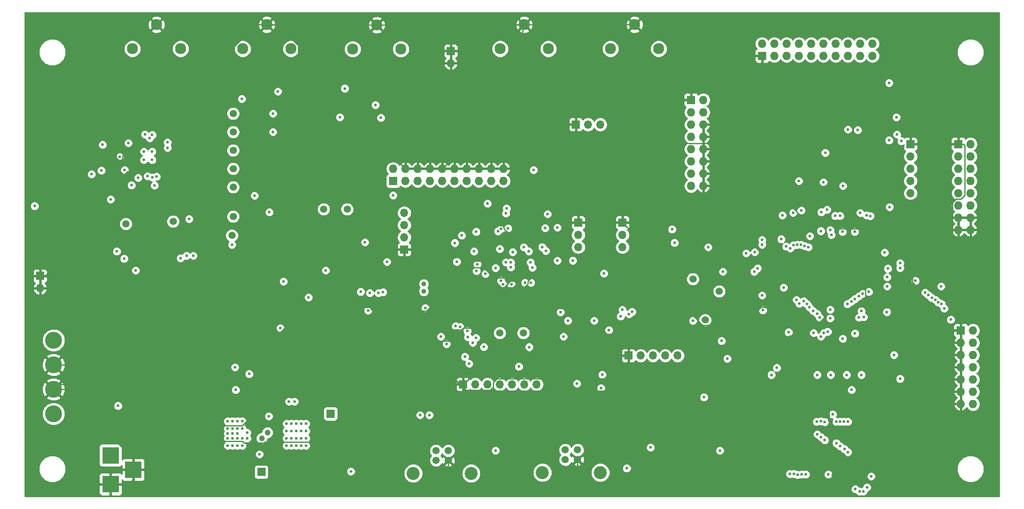
<source format=gbr>
G04 #@! TF.FileFunction,Copper,L2,Inr,Plane*
%FSLAX46Y46*%
G04 Gerber Fmt 4.6, Leading zero omitted, Abs format (unit mm)*
G04 Created by KiCad (PCBNEW 4.0.7-e2-6376~58~ubuntu16.04.1) date Sat Apr  6 13:35:55 2019*
%MOMM*%
%LPD*%
G01*
G04 APERTURE LIST*
%ADD10C,0.100000*%
%ADD11C,1.500000*%
%ADD12R,1.727200X1.727200*%
%ADD13O,1.727200X1.727200*%
%ADD14R,1.700000X1.700000*%
%ADD15O,1.700000X1.700000*%
%ADD16C,1.000000*%
%ADD17C,1.520000*%
%ADD18C,2.700000*%
%ADD19C,2.300000*%
%ADD20R,3.500000X3.500000*%
%ADD21C,3.500000*%
%ADD22C,0.600000*%
%ADD23C,1.200000*%
%ADD24C,0.250000*%
%ADD25C,0.254000*%
G04 APERTURE END LIST*
D10*
D11*
X94361000Y-97663000D03*
D12*
X204216000Y-60452000D03*
D13*
X204216000Y-57912000D03*
X206756000Y-60452000D03*
X206756000Y-57912000D03*
X209296000Y-60452000D03*
X209296000Y-57912000D03*
X211836000Y-60452000D03*
X211836000Y-57912000D03*
X214376000Y-60452000D03*
X214376000Y-57912000D03*
X216916000Y-60452000D03*
X216916000Y-57912000D03*
X219456000Y-60452000D03*
X219456000Y-57912000D03*
X221996000Y-60452000D03*
X221996000Y-57912000D03*
X224536000Y-60452000D03*
X224536000Y-57912000D03*
X227076000Y-60452000D03*
X227076000Y-57912000D03*
D12*
X189484000Y-69596000D03*
D13*
X192024000Y-69596000D03*
X189484000Y-72136000D03*
X192024000Y-72136000D03*
X189484000Y-74676000D03*
X192024000Y-74676000D03*
X189484000Y-77216000D03*
X192024000Y-77216000D03*
X189484000Y-79756000D03*
X192024000Y-79756000D03*
X189484000Y-82296000D03*
X192024000Y-82296000D03*
X189484000Y-84836000D03*
X192024000Y-84836000D03*
X189484000Y-87376000D03*
X192024000Y-87376000D03*
D14*
X166116000Y-94996000D03*
D15*
X166116000Y-97536000D03*
X166116000Y-100076000D03*
D14*
X175260000Y-94996000D03*
D15*
X175260000Y-97536000D03*
X175260000Y-100076000D03*
D14*
X130048000Y-100584000D03*
D15*
X130048000Y-98044000D03*
X130048000Y-95504000D03*
X130048000Y-92964000D03*
D16*
X134112000Y-107696000D03*
X134112000Y-109196000D03*
D12*
X127762000Y-86360000D03*
D13*
X127762000Y-83820000D03*
X130302000Y-86360000D03*
X130302000Y-83820000D03*
X132842000Y-86360000D03*
X132842000Y-83820000D03*
X135382000Y-86360000D03*
X135382000Y-83820000D03*
X137922000Y-86360000D03*
X137922000Y-83820000D03*
X140462000Y-86360000D03*
X140462000Y-83820000D03*
X143002000Y-86360000D03*
X143002000Y-83820000D03*
X145542000Y-86360000D03*
X145542000Y-83820000D03*
X148082000Y-86360000D03*
X148082000Y-83820000D03*
X150622000Y-86360000D03*
X150622000Y-83820000D03*
D17*
X136652000Y-142272000D03*
X139192000Y-142272000D03*
X139192000Y-144272000D03*
X136652000Y-144272000D03*
D18*
X131922000Y-146972000D03*
X143922000Y-146972000D03*
D14*
X142240000Y-128524000D03*
D15*
X144780000Y-128524000D03*
X147320000Y-128524000D03*
X149860000Y-128524000D03*
X152400000Y-128524000D03*
X154940000Y-128524000D03*
X157480000Y-128524000D03*
D14*
X165608000Y-74676000D03*
D15*
X168148000Y-74676000D03*
X170688000Y-74676000D03*
D11*
X149860000Y-117856000D03*
X154740000Y-117856000D03*
D12*
X245364000Y-117348000D03*
D13*
X247904000Y-117348000D03*
X245364000Y-119888000D03*
X247904000Y-119888000D03*
X245364000Y-122428000D03*
X247904000Y-122428000D03*
X245364000Y-124968000D03*
X247904000Y-124968000D03*
X245364000Y-127508000D03*
X247904000Y-127508000D03*
X245364000Y-130048000D03*
X247904000Y-130048000D03*
X245364000Y-132588000D03*
X247904000Y-132588000D03*
D17*
X163418000Y-142112000D03*
X165958000Y-142112000D03*
X165958000Y-144112000D03*
X163418000Y-144112000D03*
D18*
X158688000Y-146812000D03*
X170688000Y-146812000D03*
D14*
X139700000Y-59436000D03*
D15*
X139700000Y-61976000D03*
D19*
X154940000Y-53975000D03*
X159940000Y-58975000D03*
X149940000Y-58975000D03*
X177800000Y-53975000D03*
X182800000Y-58975000D03*
X172800000Y-58975000D03*
D11*
X195326000Y-109220000D03*
D19*
X124380000Y-54055000D03*
X129380000Y-59055000D03*
X119380000Y-59055000D03*
D11*
X192405000Y-115189000D03*
X189865000Y-106680000D03*
D12*
X244856000Y-78740000D03*
D13*
X247396000Y-78740000D03*
X244856000Y-81280000D03*
X247396000Y-81280000D03*
X244856000Y-83820000D03*
X247396000Y-83820000D03*
X244856000Y-86360000D03*
X247396000Y-86360000D03*
X244856000Y-88900000D03*
X247396000Y-88900000D03*
X244856000Y-91440000D03*
X247396000Y-91440000D03*
X244856000Y-93980000D03*
X247396000Y-93980000D03*
X244856000Y-96520000D03*
X247396000Y-96520000D03*
D14*
X100457000Y-146685000D03*
X114808000Y-134620000D03*
D20*
X69215000Y-143225000D03*
X69215000Y-149225000D03*
X73915000Y-146225000D03*
D21*
X57404000Y-134620000D03*
X57404000Y-129540000D03*
X57404000Y-124460000D03*
X57404000Y-119380000D03*
D14*
X54610000Y-106045000D03*
D15*
X54610000Y-108585000D03*
D11*
X113357000Y-92202000D03*
X118237000Y-92202000D03*
X94615000Y-83820000D03*
X94615000Y-80010000D03*
X82169000Y-94742000D03*
X94615000Y-72390000D03*
X94615000Y-76200000D03*
X72390000Y-95250000D03*
D19*
X78740000Y-53975000D03*
X83740000Y-58975000D03*
X73740000Y-58975000D03*
X101600000Y-53975000D03*
X106600000Y-58975000D03*
X96600000Y-58975000D03*
D11*
X94615000Y-87630000D03*
X94615000Y-93726000D03*
D14*
X234950000Y-78740000D03*
D15*
X234950000Y-81280000D03*
X234950000Y-83820000D03*
X234950000Y-86360000D03*
X234950000Y-88900000D03*
D14*
X176530000Y-122555000D03*
D15*
X179070000Y-122555000D03*
X181610000Y-122555000D03*
X184150000Y-122555000D03*
X186690000Y-122555000D03*
D22*
X76112500Y-81987500D03*
X77837500Y-81987500D03*
X77837500Y-80262500D03*
X76112500Y-80262500D03*
X140948771Y-103096502D03*
X102108000Y-92837000D03*
X110236000Y-110490000D03*
X223774000Y-112903000D03*
X225933000Y-113792002D03*
X66548000Y-111887000D03*
X102870000Y-100584000D03*
X206248000Y-130302000D03*
X178816000Y-133223000D03*
X182499000Y-131064000D03*
X178435000Y-128651000D03*
X214757000Y-81026000D03*
X219583000Y-78994000D03*
X80264000Y-116078000D03*
X80264000Y-118999000D03*
X195834000Y-117983000D03*
X81407000Y-123063000D03*
X104013000Y-129540000D03*
X111760000Y-129540000D03*
X110490000Y-129540000D03*
X105410000Y-128270000D03*
X107950000Y-128270000D03*
X107950000Y-127000000D03*
X111760000Y-127000000D03*
X110490000Y-127000000D03*
X109220000Y-127000000D03*
X109220000Y-128270000D03*
X110490000Y-128270000D03*
X111760000Y-128270000D03*
X113157000Y-128270000D03*
X114046000Y-129540000D03*
X114046000Y-128270000D03*
X113988010Y-126422990D03*
X58547000Y-88011000D03*
X62738000Y-89027000D03*
X153924000Y-147955000D03*
X167021000Y-90170000D03*
X171958000Y-82169000D03*
X123190000Y-147701000D03*
X129921000Y-130048000D03*
X139954000Y-137033000D03*
X171704000Y-130556000D03*
X165989000Y-131064000D03*
X165862000Y-146431000D03*
X189992000Y-132461000D03*
X182245000Y-127889000D03*
X162814000Y-91567000D03*
X163068000Y-87376000D03*
X142494000Y-104648000D03*
X147447000Y-103251000D03*
X97663000Y-146399000D03*
X101854000Y-142875000D03*
X108077000Y-148670000D03*
X86487000Y-146558000D03*
X141478000Y-92964000D03*
X153616330Y-107451999D03*
X148393989Y-122428000D03*
X158333000Y-122301000D03*
X148717000Y-95885000D03*
X156210000Y-96774000D03*
X161925000Y-98552000D03*
X149820000Y-91059000D03*
X161798000Y-104325999D03*
X185293000Y-113792000D03*
X174625000Y-120396000D03*
X169799000Y-118110000D03*
X193548000Y-150689979D03*
X218821000Y-147320000D03*
X210058000Y-118618000D03*
X217297000Y-114173000D03*
X217419417Y-87540999D03*
X214249000Y-85979000D03*
X133096000Y-103124000D03*
X131953000Y-112776000D03*
X93599000Y-116078000D03*
X103251000Y-98552000D03*
X102870000Y-95885000D03*
X118364000Y-99695000D03*
X108049559Y-96547441D03*
X111058942Y-99634058D03*
X57971564Y-83252436D03*
X154559000Y-68453000D03*
X157353000Y-73279000D03*
X72009000Y-81026000D03*
X70612000Y-76708000D03*
X81407000Y-76073000D03*
X79883000Y-77724000D03*
X123190000Y-65658996D03*
X125730000Y-65659000D03*
X80518000Y-81500010D03*
X65278000Y-83439000D03*
X61595000Y-83439000D03*
X81915000Y-88421615D03*
X79375000Y-84455000D03*
X219837000Y-96647000D03*
X226822000Y-77216000D03*
X237363000Y-67818000D03*
X243586000Y-69977000D03*
X203327000Y-113157000D03*
X208788000Y-112522000D03*
X226441000Y-103886000D03*
X226568000Y-100965000D03*
X226441000Y-97028000D03*
X224790000Y-96266000D03*
X212979000Y-107188000D03*
X204597000Y-101854000D03*
X204851000Y-102997000D03*
X213868000Y-96774000D03*
X218059000Y-135890000D03*
X209921010Y-121539000D03*
X218431859Y-142781857D03*
X220853000Y-127889000D03*
X198464575Y-111156324D03*
X193421000Y-105410000D03*
X244094000Y-105664000D03*
X215900000Y-129159000D03*
X67056000Y-116205000D03*
X205359000Y-88519000D03*
X202819000Y-88646000D03*
X212598000Y-87503000D03*
X214630000Y-87503000D03*
X237109000Y-99949000D03*
X220091000Y-123952000D03*
X217678000Y-123952000D03*
X191008000Y-102489000D03*
X197104000Y-102489000D03*
X210947000Y-88900000D03*
X215265000Y-123824996D03*
X222250000Y-122555000D03*
X234188000Y-95250000D03*
X235712000Y-104648000D03*
X235712000Y-108204000D03*
X225552000Y-88900000D03*
X200192000Y-98084000D03*
X148971000Y-104394000D03*
X156845000Y-84074000D03*
X151130000Y-103235010D03*
X155067000Y-107442000D03*
X150114000Y-107061000D03*
X102870000Y-76200000D03*
X102870000Y-72390000D03*
X99060705Y-89403590D03*
X196088000Y-105156000D03*
X208661000Y-108458000D03*
X217292493Y-80518000D03*
X171450000Y-105537000D03*
X232791000Y-104394000D03*
X232029000Y-73152000D03*
X193040006Y-100076000D03*
X181102000Y-141605000D03*
X176149000Y-145923000D03*
X146878051Y-105603051D03*
X165862000Y-128364000D03*
X161798000Y-102869990D03*
X145229918Y-103642000D03*
X145034000Y-105029000D03*
X127762000Y-89348999D03*
X195800261Y-119507000D03*
X159258000Y-96139000D03*
X161798000Y-96012000D03*
X70485000Y-100965000D03*
X74422000Y-104902000D03*
X147320000Y-91059000D03*
X172482000Y-117277000D03*
X189865000Y-115316000D03*
X169418000Y-115316000D03*
X163957000Y-115316000D03*
X217678000Y-92329000D03*
X216916000Y-86614000D03*
X105029000Y-107188000D03*
X104394000Y-116840000D03*
X69215000Y-90170000D03*
X78740000Y-85471000D03*
X204343000Y-113157000D03*
X232790990Y-103378011D03*
X229616000Y-101219000D03*
X209679551Y-117731551D03*
X235975990Y-107061009D03*
X230124000Y-106289010D03*
X223452021Y-117983000D03*
X210643978Y-92938487D03*
X204216000Y-110071010D03*
X217932000Y-147193000D03*
X202565000Y-105156000D03*
X221742000Y-126545011D03*
X218440000Y-126545011D03*
X215646000Y-126545011D03*
X217001000Y-117856000D03*
X224790000Y-126545011D03*
X218821000Y-134747000D03*
X206121000Y-126545011D03*
X72009000Y-102489000D03*
X208407000Y-93472000D03*
X216376000Y-96742000D03*
X207264000Y-125095000D03*
X214884000Y-117856000D03*
X241300000Y-108204000D03*
X230124000Y-108204010D03*
X220980000Y-87376000D03*
X224536000Y-92964000D03*
X202692000Y-101092000D03*
X204216000Y-99568000D03*
X150495000Y-107823000D03*
X159766000Y-93217996D03*
X95123000Y-129667000D03*
X70739000Y-132969000D03*
X192151000Y-131191000D03*
X107315000Y-132080000D03*
X97917000Y-126365000D03*
X106172000Y-132080000D03*
X94996000Y-124968000D03*
X53467000Y-91567000D03*
X126492000Y-103124000D03*
X216451021Y-92837000D03*
X220914647Y-119060647D03*
X230251000Y-104521000D03*
X212344000Y-92455994D03*
X86360000Y-101863999D03*
X84963000Y-101863999D03*
X83693000Y-102362000D03*
X200914000Y-101346000D03*
X216408000Y-118618000D03*
X203276999Y-104470999D03*
X211836000Y-86360000D03*
X81026000Y-79502000D03*
X103886000Y-67818000D03*
X67564000Y-78867000D03*
X67292009Y-84201000D03*
X81025994Y-78359000D03*
X96393000Y-69342000D03*
X76327000Y-76708000D03*
X116713000Y-73152000D03*
X77326667Y-77444781D03*
X125222000Y-73279000D03*
X72898000Y-78486000D03*
X71120000Y-81407000D03*
X152273000Y-107823000D03*
X153797000Y-124841000D03*
X146558000Y-120777000D03*
X100076000Y-143002000D03*
X101981000Y-135128000D03*
X138811000Y-120142000D03*
X134409345Y-112688655D03*
X185547000Y-96393002D03*
X186055000Y-99187000D03*
X152146000Y-104267000D03*
X144907000Y-118872000D03*
X156317012Y-107442000D03*
X162441501Y-113546501D03*
X163068000Y-118618000D03*
X156591000Y-104325999D03*
X158623000Y-100045000D03*
X196977000Y-123190000D03*
X154813004Y-100076000D03*
X155956000Y-120786990D03*
X122936000Y-109591001D03*
X125669051Y-109407949D03*
X72136000Y-84074008D03*
X65278000Y-84963000D03*
X137671129Y-118632416D03*
X122555000Y-113175870D03*
X121031000Y-109347000D03*
X124714000Y-109591000D03*
X225298000Y-114554000D03*
X231521000Y-122428000D03*
X224282000Y-114681006D03*
X232791000Y-127381000D03*
X144526000Y-100965000D03*
X149860000Y-100457000D03*
X140538108Y-99196990D03*
X141986000Y-97663000D03*
X144980250Y-96902771D03*
X113792000Y-104902000D03*
X94361000Y-99568000D03*
X226641169Y-93614268D03*
X151257000Y-92075000D03*
X151130000Y-93091000D03*
X225858036Y-93450851D03*
X204216000Y-98552000D03*
X209169000Y-99949000D03*
X210058000Y-100330000D03*
X210693000Y-99695000D03*
X211482117Y-99563481D03*
X212282104Y-99568400D03*
X213033877Y-99841969D03*
X213793364Y-100093330D03*
X214122000Y-97790000D03*
X218313000Y-96520000D03*
X218567000Y-97536000D03*
X219329000Y-93589000D03*
X220345000Y-93599000D03*
X220853000Y-96901000D03*
X143256000Y-118745000D03*
X118999000Y-146558000D03*
X142621000Y-122809000D03*
X152527000Y-101092000D03*
X148971000Y-142240000D03*
X143510000Y-124206000D03*
X144272000Y-119888000D03*
X152146000Y-103251000D03*
X156226163Y-103233199D03*
X174879000Y-114427000D03*
X143129000Y-117475000D03*
X151577058Y-96199942D03*
X135255000Y-134874000D03*
X133350000Y-134874000D03*
X208151321Y-98426679D03*
X195453000Y-142239996D03*
X233045000Y-78105000D03*
X224028000Y-75819000D03*
X221996000Y-75692000D03*
X77841594Y-76832515D03*
X117729000Y-67192999D03*
X124079000Y-70612000D03*
X77851000Y-85598000D03*
X85471000Y-94234000D03*
X76871948Y-85375846D03*
X78321894Y-87298023D03*
X73532994Y-87249000D03*
X74930000Y-85725000D03*
X175260000Y-113030004D03*
X164972295Y-102863999D03*
X176623781Y-113970004D03*
X155874283Y-100943011D03*
X177255907Y-113479662D03*
X159385000Y-100838000D03*
X150114000Y-96266000D03*
X141605000Y-116586000D03*
X140722215Y-116465215D03*
X149479000Y-96774000D03*
X97536000Y-139700000D03*
X97536000Y-138525000D03*
X95504000Y-138684000D03*
X94488000Y-138684000D03*
X93472000Y-138684000D03*
X105664000Y-141224000D03*
X106680000Y-141224000D03*
X107696000Y-141224000D03*
X108712000Y-141224000D03*
X109728000Y-141224000D03*
X109728000Y-139700000D03*
X108712000Y-139700000D03*
X107696000Y-139700000D03*
X106680000Y-139700000D03*
X105664000Y-139700000D03*
X105664000Y-138176000D03*
X106680000Y-138176000D03*
X107696000Y-138176000D03*
X108712000Y-138176000D03*
X109728000Y-138176000D03*
X109728000Y-136652000D03*
X108712000Y-136652000D03*
X107696000Y-136652000D03*
X106680000Y-136652000D03*
X105664000Y-136652000D03*
X93472000Y-141224000D03*
X94488000Y-141224000D03*
X95504000Y-141224000D03*
X96520000Y-141224000D03*
X96520000Y-139700000D03*
X95504000Y-139700000D03*
X94488000Y-139700000D03*
X93472000Y-139700000D03*
X96520000Y-137668000D03*
X95504000Y-137668000D03*
X94488000Y-137668000D03*
X93472000Y-137668000D03*
X96520000Y-136144000D03*
X95504000Y-136144000D03*
X94488000Y-136144000D03*
X93472000Y-136144000D03*
D23*
X100552000Y-139700000D03*
X101727000Y-138525000D03*
D22*
X230632000Y-91750002D03*
X170815000Y-129286000D03*
X171069000Y-126492000D03*
X223393000Y-96901000D03*
X232156000Y-76708000D03*
X230505000Y-77926000D03*
X230505000Y-66040000D03*
X218313000Y-113029986D03*
X222758000Y-129667000D03*
X224406041Y-150689979D03*
X211328000Y-110998000D03*
X223520000Y-150239968D03*
X211930974Y-111797503D03*
X212852000Y-111252000D03*
X226822000Y-147574000D03*
X225933000Y-149860000D03*
X213487000Y-111887000D03*
X225206048Y-150687291D03*
X213995000Y-112522000D03*
X214757000Y-113284000D03*
X213233000Y-147193006D03*
X215646000Y-113919000D03*
X212433001Y-147188417D03*
X216154000Y-114681000D03*
X211546513Y-147256493D03*
X210772625Y-147053721D03*
X217800559Y-117597559D03*
X209931000Y-147066000D03*
X218313000Y-114808000D03*
X230068001Y-113528000D03*
X243305768Y-115105446D03*
X224790000Y-113284000D03*
X241935000Y-112776000D03*
X221869000Y-111887000D03*
X241409961Y-111873286D03*
X240688200Y-111528228D03*
X222752998Y-111351001D03*
X223393000Y-110870979D03*
X240110543Y-110974771D03*
X224282000Y-110245990D03*
X239395000Y-110617000D03*
X225044000Y-109728000D03*
X238633000Y-109982000D03*
X226314000Y-109345968D03*
X237998000Y-109474000D03*
X215519000Y-136271000D03*
X215646000Y-138859003D03*
X216408000Y-136144000D03*
X216408000Y-139436000D03*
X217192466Y-136300893D03*
X217189999Y-140061001D03*
X219583000Y-136271000D03*
X219583000Y-140686001D03*
X220383003Y-136271000D03*
X220345000Y-141311001D03*
X221183006Y-136271000D03*
X221286764Y-141936001D03*
X221996000Y-142560990D03*
X221996000Y-136271000D03*
X121920000Y-99060000D03*
D24*
X203327000Y-113157000D02*
X198374000Y-118110000D01*
X170223264Y-118110000D02*
X169799000Y-118110000D01*
X198374000Y-118110000D02*
X170223264Y-118110000D01*
X68108002Y-89027000D02*
X63162264Y-89027000D01*
X79375000Y-84455000D02*
X72680002Y-84455000D01*
X72680002Y-84455000D02*
X68108002Y-89027000D01*
X63162264Y-89027000D02*
X62738000Y-89027000D01*
X192024000Y-84836000D02*
X192024000Y-87376000D01*
X192024000Y-77216000D02*
X192024000Y-79756000D01*
X192024000Y-74676000D02*
X192024000Y-75897314D01*
X192024000Y-75897314D02*
X192024000Y-77216000D01*
X225933000Y-113367738D02*
X225933000Y-113792002D01*
X225415001Y-112475999D02*
X225933000Y-112993998D01*
X225933000Y-112993998D02*
X225933000Y-113367738D01*
X224581999Y-112475999D02*
X225415001Y-112475999D01*
X223474001Y-113202999D02*
X223774000Y-112903000D01*
X222721998Y-113955002D02*
X223474001Y-113202999D01*
X217805000Y-113955002D02*
X222721998Y-113955002D01*
X224201001Y-112475999D02*
X224073999Y-112603001D01*
X224581999Y-112475999D02*
X224201001Y-112475999D01*
X224073999Y-112603001D02*
X223774000Y-112903000D01*
X226232999Y-113492003D02*
X225933000Y-113792002D01*
X235712000Y-108204000D02*
X231521002Y-108204000D01*
X231521002Y-108204000D02*
X226232999Y-113492003D01*
X217805000Y-113955002D02*
X215496001Y-116264001D01*
X217805000Y-113955002D02*
X217722999Y-113873001D01*
X217722999Y-113873001D02*
X217596999Y-113873001D01*
X217596999Y-113873001D02*
X217297000Y-114173000D01*
X237109000Y-99949000D02*
X237408999Y-100248999D01*
X237408999Y-100248999D02*
X237408999Y-102951001D01*
X237408999Y-102951001D02*
X236011999Y-104348001D01*
X236011999Y-104348001D02*
X235712000Y-104648000D01*
X234188000Y-95250000D02*
X237109000Y-98171000D01*
X237109000Y-98171000D02*
X237109000Y-99949000D01*
X79883000Y-77724000D02*
X80182999Y-77424001D01*
X80182999Y-77424001D02*
X81234001Y-77424001D01*
X81234001Y-77424001D02*
X82169000Y-78359000D01*
X82169000Y-78359000D02*
X82169000Y-79849010D01*
X82169000Y-79849010D02*
X80817999Y-81200011D01*
X80817999Y-81200011D02*
X80518000Y-81500010D01*
X168656000Y-84582000D02*
X168656000Y-88535000D01*
X168656000Y-88535000D02*
X167021000Y-90170000D01*
X175260000Y-91186000D02*
X168656000Y-84582000D01*
X168656000Y-84582000D02*
X157353000Y-73279000D01*
X171958000Y-82169000D02*
X171533736Y-82169000D01*
X171533736Y-82169000D02*
X169120736Y-84582000D01*
X169120736Y-84582000D02*
X168656000Y-84582000D01*
X161798000Y-104325999D02*
X158508011Y-104325999D01*
X59878873Y-129540000D02*
X57404000Y-129540000D01*
X158508011Y-104325999D02*
X155692011Y-107141999D01*
X142276002Y-116840000D02*
X141905001Y-117211001D01*
X155692011Y-107141999D02*
X155692011Y-107741991D01*
X104948001Y-117211001D02*
X92619002Y-129540000D01*
X155692011Y-107741991D02*
X146594002Y-116840000D01*
X146594002Y-116840000D02*
X142276002Y-116840000D01*
X141905001Y-117211001D02*
X104948001Y-117211001D01*
X92619002Y-129540000D02*
X59878873Y-129540000D01*
X67056000Y-116205000D02*
X67056000Y-112395000D01*
X67056000Y-112395000D02*
X66548000Y-111887000D01*
X125796051Y-103692949D02*
X125796051Y-106105949D01*
X125796051Y-106105949D02*
X125603000Y-106299000D01*
X131953000Y-113313656D02*
X126746000Y-113313656D01*
X126746000Y-113313656D02*
X123617788Y-113313656D01*
X125603000Y-106299000D02*
X126746000Y-107442000D01*
X126746000Y-107442000D02*
X126746000Y-113313656D01*
X134709346Y-113313656D02*
X131953000Y-113313656D01*
X131953000Y-113313656D02*
X131953000Y-112776000D01*
X204597000Y-101854000D02*
X204597000Y-102743000D01*
X204597000Y-102743000D02*
X204851000Y-102997000D01*
X200192000Y-98084000D02*
X202066999Y-99958999D01*
X202066999Y-99958999D02*
X202701999Y-99958999D01*
X202701999Y-99958999D02*
X204297001Y-101554001D01*
X204297001Y-101554001D02*
X204597000Y-101854000D01*
X197104000Y-102489000D02*
X197104000Y-101172000D01*
X197104000Y-101172000D02*
X200192000Y-98084000D01*
X212979000Y-107188000D02*
X208534000Y-107188000D01*
X174625000Y-120396000D02*
X172085000Y-120396000D01*
X172085000Y-120396000D02*
X169799000Y-118110000D01*
X198464575Y-111156324D02*
X201326324Y-111156324D01*
X201326324Y-111156324D02*
X203327000Y-113157000D01*
X203327000Y-113157000D02*
X203327000Y-112395000D01*
X208788000Y-112522000D02*
X203962000Y-112522000D01*
X203962000Y-112522000D02*
X203327000Y-113157000D01*
X195834000Y-117983000D02*
X203327000Y-117983000D01*
X203327000Y-117983000D02*
X208788000Y-112522000D01*
X185293000Y-113792000D02*
X189416998Y-113792000D01*
X189416998Y-113792000D02*
X193607998Y-117983000D01*
X193607998Y-117983000D02*
X195409736Y-117983000D01*
X195409736Y-117983000D02*
X195834000Y-117983000D01*
X198464575Y-111156324D02*
X187928676Y-111156324D01*
X187928676Y-111156324D02*
X185293000Y-113792000D01*
X193421000Y-105410000D02*
X196342000Y-102489000D01*
X196342000Y-102489000D02*
X197104000Y-102489000D01*
X191008000Y-102489000D02*
X191008000Y-102997000D01*
X191008000Y-102997000D02*
X193421000Y-105410000D01*
X192024000Y-87376000D02*
X201549000Y-87376000D01*
X201549000Y-87376000D02*
X202819000Y-88646000D01*
X191008000Y-102489000D02*
X182753000Y-102489000D01*
X182753000Y-102489000D02*
X175260000Y-94996000D01*
X102870000Y-100711000D02*
X102870000Y-100584000D01*
X102870000Y-100159736D02*
X102870000Y-100584000D01*
X102870000Y-98933000D02*
X102870000Y-100159736D01*
X102824001Y-100756999D02*
X102870000Y-100711000D01*
X103251000Y-98552000D02*
X102870000Y-98933000D01*
X93599000Y-116078000D02*
X93599000Y-109982000D01*
X79121000Y-124460000D02*
X102824001Y-100756999D01*
X93599000Y-109982000D02*
X102824001Y-100756999D01*
X57404000Y-124460000D02*
X79121000Y-124460000D01*
X101854000Y-142875000D02*
X107649000Y-148670000D01*
X107649000Y-148670000D02*
X108077000Y-148670000D01*
X97663000Y-146399000D02*
X86646000Y-146399000D01*
X86646000Y-146399000D02*
X86487000Y-146558000D01*
X73915000Y-146225000D02*
X86154000Y-146225000D01*
X86154000Y-146225000D02*
X86487000Y-146558000D01*
X153616330Y-107451999D02*
X153316331Y-107152000D01*
X153316331Y-107152000D02*
X152018998Y-107152000D01*
X139726003Y-119516999D02*
X102623001Y-119516999D01*
X75915000Y-146225000D02*
X73915000Y-146225000D01*
X152018998Y-107152000D02*
X151647999Y-107522999D01*
X151647999Y-107522999D02*
X151647999Y-107595003D01*
X151647999Y-107595003D02*
X139726003Y-119516999D01*
X102623001Y-119516999D02*
X75915000Y-146225000D01*
X142494000Y-104648000D02*
X142793999Y-104348001D01*
X142793999Y-104348001D02*
X146548003Y-104348001D01*
X146548003Y-104348001D02*
X148636001Y-106435999D01*
X148636001Y-106435999D02*
X152600330Y-106435999D01*
X152600330Y-106435999D02*
X153316331Y-107152000D01*
X147447000Y-103251000D02*
X147147001Y-102951001D01*
X147147001Y-102951001D02*
X144190999Y-102951001D01*
X144190999Y-102951001D02*
X142793999Y-104348001D01*
X153616330Y-107451999D02*
X152620328Y-108448001D01*
X152620328Y-108448001D02*
X150194999Y-108448001D01*
X150194999Y-108448001D02*
X147746999Y-106000001D01*
X147746999Y-106000001D02*
X147746999Y-103550999D01*
X147746999Y-103550999D02*
X147447000Y-103251000D01*
X142240000Y-128524000D02*
X58420000Y-128524000D01*
X58420000Y-128524000D02*
X57404000Y-129540000D01*
X206248000Y-130302000D02*
X203294999Y-127348999D01*
X147884001Y-129699001D02*
X142315001Y-129699001D01*
X203294999Y-127348999D02*
X149295999Y-127348999D01*
X149295999Y-127348999D02*
X148495001Y-128149997D01*
X148495001Y-128149997D02*
X148495001Y-129088001D01*
X148495001Y-129088001D02*
X147884001Y-129699001D01*
X142240000Y-129624000D02*
X142240000Y-128524000D01*
X142315001Y-129699001D02*
X142240000Y-129624000D01*
X215900000Y-129159000D02*
X207391000Y-129159000D01*
X207391000Y-129159000D02*
X206248000Y-130302000D01*
X210058000Y-118618000D02*
X210058000Y-121402010D01*
X210058000Y-121402010D02*
X209921010Y-121539000D01*
X217678000Y-123952000D02*
X215392000Y-123952000D01*
X215392000Y-123952000D02*
X210058000Y-118618000D01*
X217678000Y-123952000D02*
X217378001Y-124251999D01*
X217378001Y-124251999D02*
X217378001Y-127680999D01*
X217378001Y-127680999D02*
X216199999Y-128859001D01*
X216199999Y-128859001D02*
X215900000Y-129159000D01*
X220091000Y-123952000D02*
X220091000Y-127127000D01*
X220091000Y-127127000D02*
X220853000Y-127889000D01*
X220091000Y-123952000D02*
X221488000Y-122555000D01*
X221488000Y-122555000D02*
X222250000Y-122555000D01*
X217678000Y-123952000D02*
X220091000Y-123952000D01*
X215265000Y-123824996D02*
X217550996Y-123824996D01*
X217550996Y-123824996D02*
X217678000Y-123952000D01*
X209921010Y-121539000D02*
X212979004Y-121539000D01*
X212979004Y-121539000D02*
X215265000Y-123824996D01*
X206248000Y-130302000D02*
X209921010Y-126628990D01*
X209921010Y-126628990D02*
X209921010Y-121539000D01*
X178054000Y-132461000D02*
X178816000Y-133223000D01*
X178054000Y-131064000D02*
X182245000Y-131064000D01*
X170434000Y-131064000D02*
X178054000Y-131064000D01*
X178054000Y-131064000D02*
X178054000Y-132461000D01*
X182245000Y-131064000D02*
X182499000Y-131064000D01*
X182499000Y-131064000D02*
X186436000Y-131064000D01*
X177174999Y-129911001D02*
X178435000Y-128651000D01*
X98961001Y-127790001D02*
X140851001Y-127790001D01*
X142972001Y-129911001D02*
X177174999Y-129911001D01*
X140851001Y-127790001D02*
X142972001Y-129911001D01*
X59153999Y-127790001D02*
X98961001Y-127790001D01*
X171704000Y-130556000D02*
X146762198Y-130556000D01*
X146762198Y-130556000D02*
X136856198Y-140462000D01*
X136856198Y-140462000D02*
X101159002Y-140462000D01*
X101159002Y-140462000D02*
X100996001Y-140625001D01*
X100996001Y-140625001D02*
X96846003Y-140625001D01*
X96846003Y-140625001D02*
X96546003Y-140325001D01*
X68189001Y-140325001D02*
X59153999Y-131289999D01*
X96546003Y-140325001D02*
X68189001Y-140325001D01*
X59153999Y-131289999D02*
X57404000Y-129540000D01*
X148393989Y-122428000D02*
X142297989Y-128524000D01*
X142297989Y-128524000D02*
X142240000Y-128524000D01*
X158333000Y-122301000D02*
X148520989Y-122301000D01*
X148520989Y-122301000D02*
X148393989Y-122428000D01*
X182245000Y-127889000D02*
X179959000Y-130175000D01*
X179959000Y-130175000D02*
X166207000Y-130175000D01*
X166207000Y-130175000D02*
X158632999Y-122600999D01*
X158632999Y-122600999D02*
X158333000Y-122301000D01*
X171704000Y-130556000D02*
X179578000Y-130556000D01*
X179578000Y-130556000D02*
X182245000Y-127889000D01*
X212298399Y-78567399D02*
X214757000Y-81026000D01*
X204089000Y-78567399D02*
X206837399Y-78567399D01*
X143174601Y-78567399D02*
X204089000Y-78567399D01*
X204089000Y-78567399D02*
X212298399Y-78567399D01*
X220218000Y-79629000D02*
X210947000Y-88900000D01*
X222631000Y-77216000D02*
X220218000Y-79629000D01*
X220218000Y-79629000D02*
X219583000Y-78994000D01*
X243586000Y-69977000D02*
X241427000Y-67818000D01*
X241427000Y-67818000D02*
X237363000Y-67818000D01*
X244856000Y-78740000D02*
X244856000Y-71247000D01*
X244856000Y-71247000D02*
X243586000Y-69977000D01*
X244094000Y-105664000D02*
X243667399Y-105237399D01*
X243667399Y-105237399D02*
X243667399Y-90869471D01*
X243667399Y-90869471D02*
X244448269Y-90088601D01*
X244448269Y-90088601D02*
X245426529Y-90088601D01*
X245426529Y-90088601D02*
X246207399Y-89307731D01*
X246207399Y-89307731D02*
X246207399Y-78977799D01*
X246207399Y-78977799D02*
X245969600Y-78740000D01*
X245969600Y-78740000D02*
X244856000Y-78740000D01*
X236011999Y-104348001D02*
X242778001Y-104348001D01*
X242778001Y-104348001D02*
X243794001Y-105364001D01*
X243794001Y-105364001D02*
X244094000Y-105664000D01*
X235712000Y-108204000D02*
X235712000Y-107722021D01*
X235712000Y-107722021D02*
X235331000Y-107341021D01*
X235331000Y-107341021D02*
X235331000Y-105029000D01*
X235331000Y-105029000D02*
X235412001Y-104947999D01*
X235412001Y-104947999D02*
X235712000Y-104648000D01*
X226441000Y-103886000D02*
X226441000Y-107405998D01*
X226441000Y-107405998D02*
X225669001Y-108177997D01*
X225669001Y-108177997D02*
X225669001Y-111388997D01*
X225669001Y-111388997D02*
X224581999Y-112475999D01*
X226568000Y-100965000D02*
X226568000Y-103759000D01*
X226568000Y-103759000D02*
X226441000Y-103886000D01*
X226441000Y-97028000D02*
X226441000Y-100838000D01*
X226441000Y-100838000D02*
X226568000Y-100965000D01*
X224790000Y-96266000D02*
X225679000Y-96266000D01*
X225679000Y-96266000D02*
X226441000Y-97028000D01*
X219837000Y-96647000D02*
X220218000Y-96266000D01*
X220218000Y-96266000D02*
X224790000Y-96266000D01*
X213868000Y-96774000D02*
X216027000Y-94615000D01*
X216027000Y-94615000D02*
X217805000Y-94615000D01*
X217805000Y-94615000D02*
X219537001Y-96347001D01*
X219537001Y-96347001D02*
X219837000Y-96647000D01*
X205359000Y-88519000D02*
X207149493Y-88519000D01*
X207149493Y-88519000D02*
X213868000Y-95237507D01*
X213868000Y-95237507D02*
X213868000Y-96349736D01*
X213868000Y-96349736D02*
X213868000Y-96774000D01*
X202819000Y-88646000D02*
X205232000Y-88646000D01*
X205232000Y-88646000D02*
X205359000Y-88519000D01*
X210947000Y-88900000D02*
X205740000Y-88900000D01*
X205740000Y-88900000D02*
X205359000Y-88519000D01*
X226822000Y-77216000D02*
X222631000Y-77216000D01*
X225552000Y-88900000D02*
X225552000Y-78486000D01*
X225552000Y-78486000D02*
X226822000Y-77216000D01*
X217419417Y-87540999D02*
X218778418Y-88900000D01*
X218778418Y-88900000D02*
X225552000Y-88900000D01*
X214630000Y-87503000D02*
X217381418Y-87503000D01*
X217381418Y-87503000D02*
X217419417Y-87540999D01*
X212598000Y-87503000D02*
X214630000Y-87503000D01*
X214249000Y-85979000D02*
X214122000Y-85979000D01*
X214122000Y-85979000D02*
X212598000Y-87503000D01*
X137922000Y-83820000D02*
X143174601Y-78567399D01*
X206837399Y-78567399D02*
X213949001Y-85679001D01*
X213949001Y-85679001D02*
X214249000Y-85979000D01*
X130302000Y-83820000D02*
X150622000Y-83820000D01*
X101600000Y-53975000D02*
X103783002Y-53975000D01*
X108075001Y-58266999D02*
X108075001Y-61593001D01*
X103783002Y-53975000D02*
X108075001Y-58266999D01*
X108075001Y-61593001D02*
X129438401Y-82956401D01*
X129438401Y-82956401D02*
X130302000Y-83820000D01*
X54610000Y-106045000D02*
X54610000Y-108585000D01*
X58547000Y-88011000D02*
X58547000Y-103208000D01*
X58547000Y-103208000D02*
X55710000Y-106045000D01*
X55710000Y-106045000D02*
X54610000Y-106045000D01*
X61595000Y-83439000D02*
X65278000Y-83439000D01*
X57971564Y-83252436D02*
X61408436Y-83252436D01*
X61408436Y-83252436D02*
X61595000Y-83439000D01*
X57971564Y-83252436D02*
X57971564Y-87435564D01*
X57971564Y-87435564D02*
X58547000Y-88011000D01*
X62738000Y-89027000D02*
X61722000Y-88011000D01*
X61722000Y-88011000D02*
X58547000Y-88011000D01*
X72009000Y-81026000D02*
X75438000Y-84455000D01*
X75438000Y-84455000D02*
X79375000Y-84455000D01*
X80518000Y-81500010D02*
X80518000Y-83312000D01*
X80518000Y-83312000D02*
X79375000Y-84455000D01*
X79883000Y-77724000D02*
X79883000Y-77597000D01*
X79883000Y-77597000D02*
X81407000Y-76073000D01*
X101600000Y-53975000D02*
X99416998Y-53975000D01*
X99416998Y-53975000D02*
X81407000Y-71984998D01*
X81407000Y-75648736D02*
X81407000Y-76073000D01*
X81407000Y-71984998D02*
X81407000Y-75648736D01*
X124380000Y-54055000D02*
X101680000Y-54055000D01*
X101680000Y-54055000D02*
X101600000Y-53975000D01*
X154940000Y-53975000D02*
X137414000Y-53975000D01*
X137414000Y-53975000D02*
X125730000Y-65659000D01*
X124380000Y-54055000D02*
X154860000Y-54055000D01*
X154860000Y-54055000D02*
X154940000Y-53975000D01*
X154940000Y-53975000D02*
X177800000Y-53975000D01*
X154559000Y-68453000D02*
X154559000Y-54356000D01*
X154559000Y-54356000D02*
X154940000Y-53975000D01*
X157353000Y-73279000D02*
X157353000Y-71247000D01*
X157353000Y-71247000D02*
X154559000Y-68453000D01*
X175260000Y-94996000D02*
X175260000Y-91186000D01*
X167021000Y-90170000D02*
X167021000Y-90594264D01*
X167021000Y-90594264D02*
X171422736Y-94996000D01*
X171422736Y-94996000D02*
X174160000Y-94996000D01*
X174160000Y-94996000D02*
X175260000Y-94996000D01*
X164211000Y-90170000D02*
X167021000Y-90170000D01*
X162814000Y-91567000D02*
X164211000Y-90170000D01*
X163068000Y-87376000D02*
X163068000Y-91313000D01*
X163068000Y-91313000D02*
X162814000Y-91567000D01*
X149820000Y-91059000D02*
X153503000Y-87376000D01*
X153503000Y-87376000D02*
X163068000Y-87376000D01*
X148717000Y-95885000D02*
X148717000Y-92162000D01*
X148717000Y-92162000D02*
X149820000Y-91059000D01*
X141478000Y-92964000D02*
X145796000Y-92964000D01*
X145796000Y-92964000D02*
X148717000Y-95885000D01*
X148717000Y-95885000D02*
X147447000Y-97155000D01*
X147447000Y-97155000D02*
X147447000Y-103251000D01*
X156210000Y-96774000D02*
X155910001Y-97073999D01*
X155910001Y-97073999D02*
X151526113Y-97073999D01*
X151526113Y-97073999D02*
X150739001Y-96286887D01*
X150739001Y-96286887D02*
X150739001Y-95965999D01*
X150739001Y-95965999D02*
X150358003Y-95585001D01*
X150358003Y-95585001D02*
X149016999Y-95585001D01*
X149016999Y-95585001D02*
X148717000Y-95885000D01*
X161925000Y-98552000D02*
X157988000Y-98552000D01*
X157988000Y-98552000D02*
X156210000Y-96774000D01*
X166116000Y-94996000D02*
X165016000Y-94996000D01*
X161925000Y-98087000D02*
X161925000Y-98127736D01*
X165016000Y-94996000D02*
X161925000Y-98087000D01*
X161925000Y-98127736D02*
X161925000Y-98552000D01*
X140335000Y-131064000D02*
X128905000Y-131064000D01*
X129921000Y-130048000D02*
X129621001Y-130347999D01*
X128905000Y-131064000D02*
X102525002Y-131064000D01*
X129621001Y-130347999D02*
X128905000Y-131064000D01*
X165989000Y-131064000D02*
X140335000Y-131064000D01*
X140335000Y-131064000D02*
X140335000Y-136652000D01*
X140335000Y-136652000D02*
X139954000Y-137033000D01*
X244094000Y-105664000D02*
X245364000Y-106934000D01*
X245364000Y-106934000D02*
X245364000Y-117348000D01*
X247396000Y-96520000D02*
X247396000Y-102362000D01*
X247396000Y-102362000D02*
X244094000Y-105664000D01*
X244856000Y-96520000D02*
X246077314Y-96520000D01*
X246077314Y-96520000D02*
X247396000Y-96520000D01*
X244856000Y-95201314D02*
X244856000Y-96520000D01*
X244856000Y-93980000D02*
X244856000Y-95201314D01*
X247396000Y-96520000D02*
X247396000Y-93980000D01*
X244856000Y-93980000D02*
X247396000Y-93980000D01*
X245364000Y-121158000D02*
X245364000Y-119888000D01*
X245364000Y-117348000D02*
X245364000Y-121158000D01*
X245364000Y-122428000D02*
X245364000Y-123649314D01*
X245364000Y-123649314D02*
X245364000Y-124968000D01*
X245364000Y-119888000D02*
X245364000Y-121109314D01*
X245364000Y-121109314D02*
X245364000Y-122428000D01*
X245364000Y-124968000D02*
X245364000Y-126189314D01*
X245364000Y-126189314D02*
X245364000Y-127508000D01*
X245364000Y-127508000D02*
X245364000Y-132588000D01*
X218821000Y-147320000D02*
X233553000Y-132588000D01*
X233553000Y-132588000D02*
X245364000Y-132588000D01*
X218059000Y-135890000D02*
X218059000Y-142408998D01*
X218059000Y-142408998D02*
X218431859Y-142781857D01*
X218059000Y-135890000D02*
X218059000Y-131318000D01*
X218059000Y-131318000D02*
X215900000Y-129159000D01*
X182245000Y-127889000D02*
X182245000Y-131064000D01*
X170434000Y-131064000D02*
X171196000Y-131064000D01*
X165989000Y-131064000D02*
X170434000Y-131064000D01*
X193548000Y-150689979D02*
X193548000Y-138176000D01*
X193548000Y-138176000D02*
X193548000Y-136017000D01*
X186436000Y-131064000D02*
X193548000Y-138176000D01*
X193548000Y-136017000D02*
X189992000Y-132461000D01*
X165100000Y-149225000D02*
X164084000Y-149225000D01*
X164084000Y-149225000D02*
X155067000Y-149225000D01*
X165862000Y-146431000D02*
X165437736Y-146431000D01*
X165437736Y-146431000D02*
X164084000Y-147784736D01*
X164084000Y-147784736D02*
X164084000Y-149225000D01*
X217340264Y-149225000D02*
X165100000Y-149225000D01*
X165958000Y-144112000D02*
X165958000Y-148367000D01*
X165958000Y-148367000D02*
X165100000Y-149225000D01*
X155067000Y-149225000D02*
X138684000Y-149225000D01*
X153924000Y-147955000D02*
X154223999Y-148254999D01*
X154223999Y-148254999D02*
X154223999Y-148381999D01*
X154223999Y-148381999D02*
X155067000Y-149225000D01*
X138684000Y-149225000D02*
X125603000Y-149225000D01*
X139192000Y-145346802D02*
X138684000Y-145854802D01*
X139192000Y-144272000D02*
X139192000Y-145346802D01*
X138684000Y-145854802D02*
X138684000Y-149225000D01*
X125603000Y-149225000D02*
X71215000Y-149225000D01*
X123190000Y-147701000D02*
X124079000Y-147701000D01*
X124079000Y-147701000D02*
X125603000Y-149225000D01*
X81407000Y-140733000D02*
X81280000Y-140860000D01*
X81280000Y-140860000D02*
X75915000Y-146225000D01*
X86487000Y-146558000D02*
X86487000Y-146067000D01*
X86487000Y-146067000D02*
X81280000Y-140860000D01*
X218821000Y-147320000D02*
X218821000Y-147744264D01*
X218821000Y-147744264D02*
X217340264Y-149225000D01*
X71215000Y-149225000D02*
X69215000Y-149225000D01*
X102525002Y-131064000D02*
X96546003Y-137042999D01*
X96546003Y-137042999D02*
X85097001Y-137042999D01*
X85097001Y-137042999D02*
X75915000Y-146225000D01*
X171196000Y-131064000D02*
X171704000Y-130556000D01*
X80264000Y-116078000D02*
X80264000Y-118999000D01*
X81407000Y-123063000D02*
X81407000Y-140733000D01*
X80264000Y-118999000D02*
X80264000Y-121920000D01*
X80264000Y-121920000D02*
X81407000Y-123063000D01*
X172271001Y-116264001D02*
X168783000Y-112776000D01*
X122855001Y-112550869D02*
X109589131Y-112550869D01*
X215496001Y-116264001D02*
X172271001Y-116264001D01*
X168783000Y-112776000D02*
X135247002Y-112776000D01*
X135247002Y-112776000D02*
X134709346Y-113313656D01*
X123617788Y-113313656D02*
X122855001Y-112550869D01*
X109589131Y-112550869D02*
X75915000Y-146225000D01*
X123190000Y-65658996D02*
X123489999Y-65358997D01*
X123489999Y-65358997D02*
X125429997Y-65358997D01*
X125429997Y-65358997D02*
X125430001Y-65359001D01*
X125430001Y-65359001D02*
X125730000Y-65659000D01*
X139700000Y-61976000D02*
X129413000Y-61976000D01*
X129413000Y-61976000D02*
X125730000Y-65659000D01*
X72009000Y-81026000D02*
X71882000Y-81026000D01*
X71882000Y-81026000D02*
X71745001Y-81162999D01*
X71745001Y-81162999D02*
X71745001Y-81707001D01*
X71745001Y-81707001D02*
X71420001Y-82032001D01*
X70312001Y-77007999D02*
X70612000Y-76708000D01*
X71420001Y-82032001D02*
X70819999Y-82032001D01*
X70819999Y-82032001D02*
X70312001Y-81524003D01*
X70312001Y-81524003D02*
X70312001Y-77007999D01*
X81915000Y-88421615D02*
X81915000Y-86995000D01*
X81915000Y-86995000D02*
X79375000Y-84455000D01*
X81407000Y-123063000D02*
X78613000Y-120269000D01*
X78613000Y-120269000D02*
X78613000Y-91723615D01*
X78613000Y-91723615D02*
X81615001Y-88721614D01*
X81615001Y-88721614D02*
X81915000Y-88421615D01*
X67056000Y-116205000D02*
X74549000Y-116205000D01*
X74549000Y-116205000D02*
X81407000Y-123063000D01*
X102870000Y-95885000D02*
X102570001Y-96184999D01*
X102570001Y-96184999D02*
X102570001Y-97871001D01*
X102570001Y-97871001D02*
X102951001Y-98252001D01*
X102951001Y-98252001D02*
X103251000Y-98552000D01*
X108049559Y-96547441D02*
X103532441Y-96547441D01*
X103532441Y-96547441D02*
X102870000Y-95885000D01*
X108049559Y-96547441D02*
X111058942Y-99556824D01*
X111058942Y-99556824D02*
X111058942Y-99634058D01*
X86189736Y-123063000D02*
X81407000Y-123063000D01*
X93599000Y-116078000D02*
X93174736Y-116078000D01*
X93174736Y-116078000D02*
X86189736Y-123063000D01*
X93599000Y-116078000D02*
X99568000Y-116078000D01*
X99568000Y-116078000D02*
X110490000Y-127000000D01*
X67056000Y-116205000D02*
X65659000Y-116205000D01*
X65659000Y-116205000D02*
X57404000Y-124460000D01*
X54610000Y-108585000D02*
X59436000Y-108585000D01*
X59436000Y-108585000D02*
X67056000Y-116205000D01*
X73915000Y-146225000D02*
X73915000Y-148225000D01*
X73915000Y-148225000D02*
X72915000Y-149225000D01*
X72915000Y-149225000D02*
X71215000Y-149225000D01*
X59153999Y-131289999D02*
X61365001Y-131289999D01*
X61365001Y-131289999D02*
X73915000Y-143839998D01*
X73915000Y-143839998D02*
X73915000Y-144225000D01*
X73915000Y-144225000D02*
X73915000Y-146225000D01*
X57404000Y-129540000D02*
X59153999Y-127790001D01*
X59153999Y-127790001D02*
X59153999Y-126209999D01*
X59153999Y-126209999D02*
X57404000Y-124460000D01*
X208534000Y-107188000D02*
X204978000Y-110744000D01*
X203327000Y-112395000D02*
X204978000Y-110744000D01*
D25*
G36*
X253315000Y-151715000D02*
X51485000Y-151715000D01*
X51485000Y-149510750D01*
X66830000Y-149510750D01*
X66830000Y-151101309D01*
X66926673Y-151334698D01*
X67105301Y-151513327D01*
X67338690Y-151610000D01*
X68929250Y-151610000D01*
X69088000Y-151451250D01*
X69088000Y-149352000D01*
X69342000Y-149352000D01*
X69342000Y-151451250D01*
X69500750Y-151610000D01*
X71091310Y-151610000D01*
X71324699Y-151513327D01*
X71503327Y-151334698D01*
X71600000Y-151101309D01*
X71600000Y-150425135D01*
X222584838Y-150425135D01*
X222726883Y-150768911D01*
X222989673Y-151032160D01*
X223333201Y-151174806D01*
X223594790Y-151175034D01*
X223612924Y-151218922D01*
X223875714Y-151482171D01*
X224219242Y-151624817D01*
X224591208Y-151625141D01*
X224809393Y-151534989D01*
X225019249Y-151622129D01*
X225391215Y-151622453D01*
X225734991Y-151480408D01*
X225998240Y-151217618D01*
X226140886Y-150874090D01*
X226140963Y-150785743D01*
X226461943Y-150653117D01*
X226725192Y-150390327D01*
X226867838Y-150046799D01*
X226868162Y-149674833D01*
X226726117Y-149331057D01*
X226463327Y-149067808D01*
X226119799Y-148925162D01*
X225747833Y-148924838D01*
X225404057Y-149066883D01*
X225140808Y-149329673D01*
X224998162Y-149673201D01*
X224998085Y-149761548D01*
X224802696Y-149842281D01*
X224592840Y-149755141D01*
X224331251Y-149754913D01*
X224313117Y-149711025D01*
X224050327Y-149447776D01*
X223706799Y-149305130D01*
X223334833Y-149304806D01*
X222991057Y-149446851D01*
X222727808Y-149709641D01*
X222585162Y-150053169D01*
X222584838Y-150425135D01*
X71600000Y-150425135D01*
X71600000Y-149510750D01*
X71441250Y-149352000D01*
X69342000Y-149352000D01*
X69088000Y-149352000D01*
X66988750Y-149352000D01*
X66830000Y-149510750D01*
X51485000Y-149510750D01*
X51485000Y-146601540D01*
X54364518Y-146601540D01*
X54787616Y-147625515D01*
X55570365Y-148409631D01*
X56593599Y-148834515D01*
X57701540Y-148835482D01*
X58725515Y-148412384D01*
X59509631Y-147629635D01*
X59626289Y-147348691D01*
X66830000Y-147348691D01*
X66830000Y-148939250D01*
X66988750Y-149098000D01*
X69088000Y-149098000D01*
X69088000Y-146998750D01*
X69342000Y-146998750D01*
X69342000Y-149098000D01*
X71441250Y-149098000D01*
X71600000Y-148939250D01*
X71600000Y-148270304D01*
X71626673Y-148334698D01*
X71805301Y-148513327D01*
X72038690Y-148610000D01*
X73629250Y-148610000D01*
X73788000Y-148451250D01*
X73788000Y-146352000D01*
X74042000Y-146352000D01*
X74042000Y-148451250D01*
X74200750Y-148610000D01*
X75791310Y-148610000D01*
X76024699Y-148513327D01*
X76203327Y-148334698D01*
X76300000Y-148101309D01*
X76300000Y-146510750D01*
X76141250Y-146352000D01*
X74042000Y-146352000D01*
X73788000Y-146352000D01*
X71688750Y-146352000D01*
X71530000Y-146510750D01*
X71530000Y-147179696D01*
X71503327Y-147115302D01*
X71324699Y-146936673D01*
X71091310Y-146840000D01*
X69500750Y-146840000D01*
X69342000Y-146998750D01*
X69088000Y-146998750D01*
X68929250Y-146840000D01*
X67338690Y-146840000D01*
X67105301Y-146936673D01*
X66926673Y-147115302D01*
X66830000Y-147348691D01*
X59626289Y-147348691D01*
X59934515Y-146606401D01*
X59935482Y-145498460D01*
X59512384Y-144474485D01*
X58729635Y-143690369D01*
X57706401Y-143265485D01*
X56598460Y-143264518D01*
X55574485Y-143687616D01*
X54790369Y-144470365D01*
X54365485Y-145493599D01*
X54364518Y-146601540D01*
X51485000Y-146601540D01*
X51485000Y-141475000D01*
X66817560Y-141475000D01*
X66817560Y-144975000D01*
X66861838Y-145210317D01*
X67000910Y-145426441D01*
X67213110Y-145571431D01*
X67465000Y-145622440D01*
X70965000Y-145622440D01*
X71200317Y-145578162D01*
X71416441Y-145439090D01*
X71530000Y-145272891D01*
X71530000Y-145939250D01*
X71688750Y-146098000D01*
X73788000Y-146098000D01*
X73788000Y-143998750D01*
X74042000Y-143998750D01*
X74042000Y-146098000D01*
X76141250Y-146098000D01*
X76300000Y-145939250D01*
X76300000Y-145835000D01*
X98959560Y-145835000D01*
X98959560Y-147535000D01*
X99003838Y-147770317D01*
X99142910Y-147986441D01*
X99355110Y-148131431D01*
X99607000Y-148182440D01*
X101307000Y-148182440D01*
X101542317Y-148138162D01*
X101758441Y-147999090D01*
X101903431Y-147786890D01*
X101954440Y-147535000D01*
X101954440Y-146743167D01*
X118063838Y-146743167D01*
X118205883Y-147086943D01*
X118468673Y-147350192D01*
X118812201Y-147492838D01*
X119184167Y-147493162D01*
X119494079Y-147365109D01*
X129936657Y-147365109D01*
X130238218Y-148094943D01*
X130796120Y-148653819D01*
X131525427Y-148956654D01*
X132315109Y-148957343D01*
X133044943Y-148655782D01*
X133603819Y-148097880D01*
X133906654Y-147368573D01*
X133906657Y-147365109D01*
X141936657Y-147365109D01*
X142238218Y-148094943D01*
X142796120Y-148653819D01*
X143525427Y-148956654D01*
X144315109Y-148957343D01*
X145044943Y-148655782D01*
X145603819Y-148097880D01*
X145906654Y-147368573D01*
X145906796Y-147205109D01*
X156702657Y-147205109D01*
X157004218Y-147934943D01*
X157562120Y-148493819D01*
X158291427Y-148796654D01*
X159081109Y-148797343D01*
X159810943Y-148495782D01*
X160369819Y-147937880D01*
X160672654Y-147208573D01*
X160672657Y-147205109D01*
X168702657Y-147205109D01*
X169004218Y-147934943D01*
X169562120Y-148493819D01*
X170291427Y-148796654D01*
X171081109Y-148797343D01*
X171810943Y-148495782D01*
X172369819Y-147937880D01*
X172654967Y-147251167D01*
X208995838Y-147251167D01*
X209137883Y-147594943D01*
X209400673Y-147858192D01*
X209744201Y-148000838D01*
X210116167Y-148001162D01*
X210366790Y-147897607D01*
X210585826Y-147988559D01*
X210956487Y-147988882D01*
X211016186Y-148048685D01*
X211359714Y-148191331D01*
X211731680Y-148191655D01*
X212072143Y-148050979D01*
X212246202Y-148123255D01*
X212618168Y-148123579D01*
X212827565Y-148037058D01*
X213046201Y-148127844D01*
X213418167Y-148128168D01*
X213761943Y-147986123D01*
X214025192Y-147723333D01*
X214167838Y-147379805D01*
X214167839Y-147378167D01*
X216996838Y-147378167D01*
X217138883Y-147721943D01*
X217401673Y-147985192D01*
X217745201Y-148127838D01*
X218117167Y-148128162D01*
X218460943Y-147986117D01*
X218688289Y-147759167D01*
X225886838Y-147759167D01*
X226028883Y-148102943D01*
X226291673Y-148366192D01*
X226635201Y-148508838D01*
X227007167Y-148509162D01*
X227350943Y-148367117D01*
X227614192Y-148104327D01*
X227756838Y-147760799D01*
X227757162Y-147388833D01*
X227615117Y-147045057D01*
X227352327Y-146781808D01*
X227008799Y-146639162D01*
X226636833Y-146638838D01*
X226293057Y-146780883D01*
X226029808Y-147043673D01*
X225887162Y-147387201D01*
X225886838Y-147759167D01*
X218688289Y-147759167D01*
X218724192Y-147723327D01*
X218866838Y-147379799D01*
X218867162Y-147007833D01*
X218725117Y-146664057D01*
X218662710Y-146601540D01*
X244610518Y-146601540D01*
X245033616Y-147625515D01*
X245816365Y-148409631D01*
X246839599Y-148834515D01*
X247947540Y-148835482D01*
X248971515Y-148412384D01*
X249755631Y-147629635D01*
X250180515Y-146606401D01*
X250181482Y-145498460D01*
X249758384Y-144474485D01*
X248975635Y-143690369D01*
X247952401Y-143265485D01*
X246844460Y-143264518D01*
X245820485Y-143687616D01*
X245036369Y-144470365D01*
X244611485Y-145493599D01*
X244610518Y-146601540D01*
X218662710Y-146601540D01*
X218462327Y-146400808D01*
X218118799Y-146258162D01*
X217746833Y-146257838D01*
X217403057Y-146399883D01*
X217139808Y-146662673D01*
X216997162Y-147006201D01*
X216996838Y-147378167D01*
X214167839Y-147378167D01*
X214168162Y-147007839D01*
X214026117Y-146664063D01*
X213763327Y-146400814D01*
X213419799Y-146258168D01*
X213047833Y-146257844D01*
X212838436Y-146344365D01*
X212619800Y-146253579D01*
X212247834Y-146253255D01*
X211907371Y-146393931D01*
X211733312Y-146321655D01*
X211362651Y-146321332D01*
X211302952Y-146261529D01*
X210959424Y-146118883D01*
X210587458Y-146118559D01*
X210336835Y-146222114D01*
X210117799Y-146131162D01*
X209745833Y-146130838D01*
X209402057Y-146272883D01*
X209138808Y-146535673D01*
X208996162Y-146879201D01*
X208995838Y-147251167D01*
X172654967Y-147251167D01*
X172672654Y-147208573D01*
X172673343Y-146418891D01*
X172544955Y-146108167D01*
X175213838Y-146108167D01*
X175355883Y-146451943D01*
X175618673Y-146715192D01*
X175962201Y-146857838D01*
X176334167Y-146858162D01*
X176677943Y-146716117D01*
X176941192Y-146453327D01*
X177083838Y-146109799D01*
X177084162Y-145737833D01*
X176942117Y-145394057D01*
X176679327Y-145130808D01*
X176335799Y-144988162D01*
X175963833Y-144987838D01*
X175620057Y-145129883D01*
X175356808Y-145392673D01*
X175214162Y-145736201D01*
X175213838Y-146108167D01*
X172544955Y-146108167D01*
X172371782Y-145689057D01*
X171813880Y-145130181D01*
X171084573Y-144827346D01*
X170294891Y-144826657D01*
X169565057Y-145128218D01*
X169006181Y-145686120D01*
X168703346Y-146415427D01*
X168702657Y-147205109D01*
X160672657Y-147205109D01*
X160673343Y-146418891D01*
X160371782Y-145689057D01*
X159813880Y-145130181D01*
X159084573Y-144827346D01*
X158294891Y-144826657D01*
X157565057Y-145128218D01*
X157006181Y-145686120D01*
X156703346Y-146415427D01*
X156702657Y-147205109D01*
X145906796Y-147205109D01*
X145907343Y-146578891D01*
X145605782Y-145849057D01*
X145047880Y-145290181D01*
X144318573Y-144987346D01*
X143528891Y-144986657D01*
X142799057Y-145288218D01*
X142240181Y-145846120D01*
X141937346Y-146575427D01*
X141936657Y-147365109D01*
X133906657Y-147365109D01*
X133907343Y-146578891D01*
X133605782Y-145849057D01*
X133047880Y-145290181D01*
X132318573Y-144987346D01*
X131528891Y-144986657D01*
X130799057Y-145288218D01*
X130240181Y-145846120D01*
X129937346Y-146575427D01*
X129936657Y-147365109D01*
X119494079Y-147365109D01*
X119527943Y-147351117D01*
X119791192Y-147088327D01*
X119933838Y-146744799D01*
X119934162Y-146372833D01*
X119792117Y-146029057D01*
X119529327Y-145765808D01*
X119185799Y-145623162D01*
X118813833Y-145622838D01*
X118470057Y-145764883D01*
X118206808Y-146027673D01*
X118064162Y-146371201D01*
X118063838Y-146743167D01*
X101954440Y-146743167D01*
X101954440Y-145835000D01*
X101910162Y-145599683D01*
X101771090Y-145383559D01*
X101558890Y-145238569D01*
X101307000Y-145187560D01*
X99607000Y-145187560D01*
X99371683Y-145231838D01*
X99155559Y-145370910D01*
X99010569Y-145583110D01*
X98959560Y-145835000D01*
X76300000Y-145835000D01*
X76300000Y-144348691D01*
X76203327Y-144115302D01*
X76024699Y-143936673D01*
X75791310Y-143840000D01*
X74200750Y-143840000D01*
X74042000Y-143998750D01*
X73788000Y-143998750D01*
X73629250Y-143840000D01*
X72038690Y-143840000D01*
X71805301Y-143936673D01*
X71626673Y-144115302D01*
X71612440Y-144149663D01*
X71612440Y-143187167D01*
X99140838Y-143187167D01*
X99282883Y-143530943D01*
X99545673Y-143794192D01*
X99889201Y-143936838D01*
X100261167Y-143937162D01*
X100604943Y-143795117D01*
X100868192Y-143532327D01*
X101010838Y-143188799D01*
X101011162Y-142816833D01*
X100900193Y-142548265D01*
X135256758Y-142548265D01*
X135468687Y-143061172D01*
X135679171Y-143272024D01*
X135470066Y-143480764D01*
X135257242Y-143993300D01*
X135256758Y-144548265D01*
X135468687Y-145061172D01*
X135860764Y-145453934D01*
X136373300Y-145666758D01*
X136928265Y-145667242D01*
X137441172Y-145455313D01*
X137646078Y-145250764D01*
X138392841Y-145250764D01*
X138462059Y-145492742D01*
X138984780Y-145679155D01*
X139539049Y-145651341D01*
X139921941Y-145492742D01*
X139991159Y-145250764D01*
X139192000Y-144451605D01*
X138392841Y-145250764D01*
X137646078Y-145250764D01*
X137833934Y-145063236D01*
X137915391Y-144867066D01*
X137971258Y-145001941D01*
X138213236Y-145071159D01*
X139012395Y-144272000D01*
X139371605Y-144272000D01*
X140170764Y-145071159D01*
X140412742Y-145001941D01*
X140599155Y-144479220D01*
X140571341Y-143924951D01*
X140412742Y-143542059D01*
X140170764Y-143472841D01*
X139371605Y-144272000D01*
X139012395Y-144272000D01*
X138213236Y-143472841D01*
X137971258Y-143542059D01*
X137919618Y-143686862D01*
X137835313Y-143482828D01*
X137624829Y-143271976D01*
X137833934Y-143063236D01*
X137921954Y-142851262D01*
X138008687Y-143061172D01*
X138400764Y-143453934D01*
X138662024Y-143562419D01*
X139192000Y-144092395D01*
X139721990Y-143562405D01*
X139981172Y-143455313D01*
X140373934Y-143063236D01*
X140586758Y-142550700D01*
X140586867Y-142425167D01*
X148035838Y-142425167D01*
X148177883Y-142768943D01*
X148440673Y-143032192D01*
X148784201Y-143174838D01*
X149156167Y-143175162D01*
X149499943Y-143033117D01*
X149763192Y-142770327D01*
X149905838Y-142426799D01*
X149905871Y-142388265D01*
X162022758Y-142388265D01*
X162234687Y-142901172D01*
X162445171Y-143112024D01*
X162236066Y-143320764D01*
X162023242Y-143833300D01*
X162022758Y-144388265D01*
X162234687Y-144901172D01*
X162626764Y-145293934D01*
X163139300Y-145506758D01*
X163694265Y-145507242D01*
X164207172Y-145295313D01*
X164412078Y-145090764D01*
X165158841Y-145090764D01*
X165228059Y-145332742D01*
X165750780Y-145519155D01*
X166305049Y-145491341D01*
X166687941Y-145332742D01*
X166757159Y-145090764D01*
X165958000Y-144291605D01*
X165158841Y-145090764D01*
X164412078Y-145090764D01*
X164599934Y-144903236D01*
X164681391Y-144707066D01*
X164737258Y-144841941D01*
X164979236Y-144911159D01*
X165778395Y-144112000D01*
X166137605Y-144112000D01*
X166936764Y-144911159D01*
X167178742Y-144841941D01*
X167365155Y-144319220D01*
X167337341Y-143764951D01*
X167178742Y-143382059D01*
X166936764Y-143312841D01*
X166137605Y-144112000D01*
X165778395Y-144112000D01*
X164979236Y-143312841D01*
X164737258Y-143382059D01*
X164685618Y-143526862D01*
X164601313Y-143322828D01*
X164390829Y-143111976D01*
X164599934Y-142903236D01*
X164687954Y-142691262D01*
X164774687Y-142901172D01*
X165166764Y-143293934D01*
X165428024Y-143402419D01*
X165958000Y-143932395D01*
X166487990Y-143402405D01*
X166747172Y-143295313D01*
X167139934Y-142903236D01*
X167352758Y-142390700D01*
X167353242Y-141835735D01*
X167334414Y-141790167D01*
X180166838Y-141790167D01*
X180308883Y-142133943D01*
X180571673Y-142397192D01*
X180915201Y-142539838D01*
X181287167Y-142540162D01*
X181565486Y-142425163D01*
X194517838Y-142425163D01*
X194659883Y-142768939D01*
X194922673Y-143032188D01*
X195266201Y-143174834D01*
X195638167Y-143175158D01*
X195981943Y-143033113D01*
X196245192Y-142770323D01*
X196387838Y-142426795D01*
X196388162Y-142054829D01*
X196246117Y-141711053D01*
X195983327Y-141447804D01*
X195639799Y-141305158D01*
X195267833Y-141304834D01*
X194924057Y-141446879D01*
X194660808Y-141709669D01*
X194518162Y-142053197D01*
X194517838Y-142425163D01*
X181565486Y-142425163D01*
X181630943Y-142398117D01*
X181894192Y-142135327D01*
X182036838Y-141791799D01*
X182037162Y-141419833D01*
X181895117Y-141076057D01*
X181632327Y-140812808D01*
X181288799Y-140670162D01*
X180916833Y-140669838D01*
X180573057Y-140811883D01*
X180309808Y-141074673D01*
X180167162Y-141418201D01*
X180166838Y-141790167D01*
X167334414Y-141790167D01*
X167141313Y-141322828D01*
X166749236Y-140930066D01*
X166236700Y-140717242D01*
X165681735Y-140716758D01*
X165168828Y-140928687D01*
X164776066Y-141320764D01*
X164688046Y-141532738D01*
X164601313Y-141322828D01*
X164209236Y-140930066D01*
X163696700Y-140717242D01*
X163141735Y-140716758D01*
X162628828Y-140928687D01*
X162236066Y-141320764D01*
X162023242Y-141833300D01*
X162022758Y-142388265D01*
X149905871Y-142388265D01*
X149906162Y-142054833D01*
X149764117Y-141711057D01*
X149501327Y-141447808D01*
X149157799Y-141305162D01*
X148785833Y-141304838D01*
X148442057Y-141446883D01*
X148178808Y-141709673D01*
X148036162Y-142053201D01*
X148035838Y-142425167D01*
X140586867Y-142425167D01*
X140587242Y-141995735D01*
X140375313Y-141482828D01*
X139983236Y-141090066D01*
X139470700Y-140877242D01*
X138915735Y-140876758D01*
X138402828Y-141088687D01*
X138010066Y-141480764D01*
X137922046Y-141692738D01*
X137835313Y-141482828D01*
X137443236Y-141090066D01*
X136930700Y-140877242D01*
X136375735Y-140876758D01*
X135862828Y-141088687D01*
X135470066Y-141480764D01*
X135257242Y-141993300D01*
X135256758Y-142548265D01*
X100900193Y-142548265D01*
X100869117Y-142473057D01*
X100606327Y-142209808D01*
X100262799Y-142067162D01*
X99890833Y-142066838D01*
X99547057Y-142208883D01*
X99283808Y-142471673D01*
X99141162Y-142815201D01*
X99140838Y-143187167D01*
X71612440Y-143187167D01*
X71612440Y-141475000D01*
X71568162Y-141239683D01*
X71429090Y-141023559D01*
X71216890Y-140878569D01*
X70965000Y-140827560D01*
X67465000Y-140827560D01*
X67229683Y-140871838D01*
X67013559Y-141010910D01*
X66868569Y-141223110D01*
X66817560Y-141475000D01*
X51485000Y-141475000D01*
X51485000Y-135092325D01*
X55018587Y-135092325D01*
X55380916Y-135969229D01*
X56051242Y-136640726D01*
X56927513Y-137004585D01*
X57876325Y-137005413D01*
X58753229Y-136643084D01*
X59067694Y-136329167D01*
X92536838Y-136329167D01*
X92678883Y-136672943D01*
X92911709Y-136906176D01*
X92679808Y-137137673D01*
X92537162Y-137481201D01*
X92536838Y-137853167D01*
X92670383Y-138176371D01*
X92537162Y-138497201D01*
X92536838Y-138869167D01*
X92670383Y-139192371D01*
X92537162Y-139513201D01*
X92536838Y-139885167D01*
X92678883Y-140228943D01*
X92911709Y-140462176D01*
X92679808Y-140693673D01*
X92537162Y-141037201D01*
X92536838Y-141409167D01*
X92678883Y-141752943D01*
X92941673Y-142016192D01*
X93285201Y-142158838D01*
X93657167Y-142159162D01*
X93980371Y-142025617D01*
X94301201Y-142158838D01*
X94673167Y-142159162D01*
X94996371Y-142025617D01*
X95317201Y-142158838D01*
X95689167Y-142159162D01*
X96012371Y-142025617D01*
X96333201Y-142158838D01*
X96705167Y-142159162D01*
X97048943Y-142017117D01*
X97312192Y-141754327D01*
X97454838Y-141410799D01*
X97455162Y-141038833D01*
X97313117Y-140695057D01*
X97184896Y-140566612D01*
X97349201Y-140634838D01*
X97721167Y-140635162D01*
X98064943Y-140493117D01*
X98328192Y-140230327D01*
X98446845Y-139944579D01*
X99316786Y-139944579D01*
X99504408Y-140398657D01*
X99851515Y-140746371D01*
X100305266Y-140934785D01*
X100796579Y-140935214D01*
X101250657Y-140747592D01*
X101598371Y-140400485D01*
X101786785Y-139946734D01*
X101786948Y-139760053D01*
X101971579Y-139760214D01*
X102425657Y-139572592D01*
X102773371Y-139225485D01*
X102961785Y-138771734D01*
X102962214Y-138280421D01*
X102774592Y-137826343D01*
X102427485Y-137478629D01*
X101973734Y-137290215D01*
X101482421Y-137289786D01*
X101028343Y-137477408D01*
X100680629Y-137824515D01*
X100492215Y-138278266D01*
X100492052Y-138464947D01*
X100307421Y-138464786D01*
X99853343Y-138652408D01*
X99505629Y-138999515D01*
X99317215Y-139453266D01*
X99316786Y-139944579D01*
X98446845Y-139944579D01*
X98470838Y-139886799D01*
X98471162Y-139514833D01*
X98329117Y-139171057D01*
X98270790Y-139112629D01*
X98328192Y-139055327D01*
X98470838Y-138711799D01*
X98471162Y-138339833D01*
X98329117Y-137996057D01*
X98066327Y-137732808D01*
X97722799Y-137590162D01*
X97455069Y-137589929D01*
X97455162Y-137482833D01*
X97313117Y-137139057D01*
X97080291Y-136905824D01*
X97149067Y-136837167D01*
X104728838Y-136837167D01*
X104870883Y-137180943D01*
X105103709Y-137414176D01*
X104871808Y-137645673D01*
X104729162Y-137989201D01*
X104728838Y-138361167D01*
X104870883Y-138704943D01*
X105103709Y-138938176D01*
X104871808Y-139169673D01*
X104729162Y-139513201D01*
X104728838Y-139885167D01*
X104870883Y-140228943D01*
X105103709Y-140462176D01*
X104871808Y-140693673D01*
X104729162Y-141037201D01*
X104728838Y-141409167D01*
X104870883Y-141752943D01*
X105133673Y-142016192D01*
X105477201Y-142158838D01*
X105849167Y-142159162D01*
X106172371Y-142025617D01*
X106493201Y-142158838D01*
X106865167Y-142159162D01*
X107188371Y-142025617D01*
X107509201Y-142158838D01*
X107881167Y-142159162D01*
X108204371Y-142025617D01*
X108525201Y-142158838D01*
X108897167Y-142159162D01*
X109220371Y-142025617D01*
X109541201Y-142158838D01*
X109913167Y-142159162D01*
X110256943Y-142017117D01*
X110520192Y-141754327D01*
X110662838Y-141410799D01*
X110663162Y-141038833D01*
X110521117Y-140695057D01*
X110288291Y-140461824D01*
X110520192Y-140230327D01*
X110662838Y-139886799D01*
X110663162Y-139514833D01*
X110521117Y-139171057D01*
X110394452Y-139044170D01*
X214710838Y-139044170D01*
X214852883Y-139387946D01*
X215115673Y-139651195D01*
X215459201Y-139793841D01*
X215544216Y-139793915D01*
X215614883Y-139964943D01*
X215877673Y-140228192D01*
X216221201Y-140370838D01*
X216306380Y-140370912D01*
X216396882Y-140589944D01*
X216659672Y-140853193D01*
X217003200Y-140995839D01*
X217375166Y-140996163D01*
X217677677Y-140871168D01*
X218647838Y-140871168D01*
X218789883Y-141214944D01*
X219052673Y-141478193D01*
X219396201Y-141620839D01*
X219461374Y-141620896D01*
X219551883Y-141839944D01*
X219814673Y-142103193D01*
X220158201Y-142245839D01*
X220403203Y-142246052D01*
X220493647Y-142464944D01*
X220756437Y-142728193D01*
X221099965Y-142870839D01*
X221112360Y-142870850D01*
X221202883Y-143089933D01*
X221465673Y-143353182D01*
X221809201Y-143495828D01*
X222181167Y-143496152D01*
X222524943Y-143354107D01*
X222788192Y-143091317D01*
X222930838Y-142747789D01*
X222931162Y-142375823D01*
X222789117Y-142032047D01*
X222526327Y-141768798D01*
X222182799Y-141626152D01*
X222170404Y-141626141D01*
X222079881Y-141407058D01*
X221817091Y-141143809D01*
X221473563Y-141001163D01*
X221228561Y-141000950D01*
X221138117Y-140782058D01*
X220875327Y-140518809D01*
X220531799Y-140376163D01*
X220466626Y-140376106D01*
X220376117Y-140157058D01*
X220113327Y-139893809D01*
X219769799Y-139751163D01*
X219397833Y-139750839D01*
X219054057Y-139892884D01*
X218790808Y-140155674D01*
X218648162Y-140499202D01*
X218647838Y-140871168D01*
X217677677Y-140871168D01*
X217718942Y-140854118D01*
X217982191Y-140591328D01*
X218124837Y-140247800D01*
X218125161Y-139875834D01*
X217983116Y-139532058D01*
X217720326Y-139268809D01*
X217376798Y-139126163D01*
X217291619Y-139126089D01*
X217201117Y-138907057D01*
X216938327Y-138643808D01*
X216594799Y-138501162D01*
X216509784Y-138501088D01*
X216439117Y-138330060D01*
X216176327Y-138066811D01*
X215832799Y-137924165D01*
X215460833Y-137923841D01*
X215117057Y-138065886D01*
X214853808Y-138328676D01*
X214711162Y-138672204D01*
X214710838Y-139044170D01*
X110394452Y-139044170D01*
X110288291Y-138937824D01*
X110520192Y-138706327D01*
X110662838Y-138362799D01*
X110663162Y-137990833D01*
X110521117Y-137647057D01*
X110288291Y-137413824D01*
X110520192Y-137182327D01*
X110662838Y-136838799D01*
X110663162Y-136466833D01*
X110658755Y-136456167D01*
X214583838Y-136456167D01*
X214725883Y-136799943D01*
X214988673Y-137063192D01*
X215332201Y-137205838D01*
X215704167Y-137206162D01*
X216047943Y-137064117D01*
X216088426Y-137023705D01*
X216221201Y-137078838D01*
X216593167Y-137079162D01*
X216632158Y-137063051D01*
X216662139Y-137093085D01*
X217005667Y-137235731D01*
X217377633Y-137236055D01*
X217721409Y-137094010D01*
X217984658Y-136831220D01*
X218127304Y-136487692D01*
X218127628Y-136115726D01*
X217985583Y-135771950D01*
X217722793Y-135508701D01*
X217379265Y-135366055D01*
X217007299Y-135365731D01*
X216968308Y-135381842D01*
X216938327Y-135351808D01*
X216594799Y-135209162D01*
X216222833Y-135208838D01*
X215879057Y-135350883D01*
X215838574Y-135391295D01*
X215705799Y-135336162D01*
X215333833Y-135335838D01*
X214990057Y-135477883D01*
X214726808Y-135740673D01*
X214584162Y-136084201D01*
X214583838Y-136456167D01*
X110658755Y-136456167D01*
X110521117Y-136123057D01*
X110258327Y-135859808D01*
X109914799Y-135717162D01*
X109542833Y-135716838D01*
X109219629Y-135850383D01*
X108898799Y-135717162D01*
X108526833Y-135716838D01*
X108203629Y-135850383D01*
X107882799Y-135717162D01*
X107510833Y-135716838D01*
X107187629Y-135850383D01*
X106866799Y-135717162D01*
X106494833Y-135716838D01*
X106171629Y-135850383D01*
X105850799Y-135717162D01*
X105478833Y-135716838D01*
X105135057Y-135858883D01*
X104871808Y-136121673D01*
X104729162Y-136465201D01*
X104728838Y-136837167D01*
X97149067Y-136837167D01*
X97312192Y-136674327D01*
X97454838Y-136330799D01*
X97455162Y-135958833D01*
X97313117Y-135615057D01*
X97050327Y-135351808D01*
X96957270Y-135313167D01*
X101045838Y-135313167D01*
X101187883Y-135656943D01*
X101450673Y-135920192D01*
X101794201Y-136062838D01*
X102166167Y-136063162D01*
X102509943Y-135921117D01*
X102773192Y-135658327D01*
X102915838Y-135314799D01*
X102916162Y-134942833D01*
X102774117Y-134599057D01*
X102511327Y-134335808D01*
X102167799Y-134193162D01*
X101795833Y-134192838D01*
X101452057Y-134334883D01*
X101188808Y-134597673D01*
X101046162Y-134941201D01*
X101045838Y-135313167D01*
X96957270Y-135313167D01*
X96706799Y-135209162D01*
X96334833Y-135208838D01*
X96011629Y-135342383D01*
X95690799Y-135209162D01*
X95318833Y-135208838D01*
X94995629Y-135342383D01*
X94674799Y-135209162D01*
X94302833Y-135208838D01*
X93979629Y-135342383D01*
X93658799Y-135209162D01*
X93286833Y-135208838D01*
X92943057Y-135350883D01*
X92679808Y-135613673D01*
X92537162Y-135957201D01*
X92536838Y-136329167D01*
X59067694Y-136329167D01*
X59424726Y-135972758D01*
X59788585Y-135096487D01*
X59789413Y-134147675D01*
X59427084Y-133270771D01*
X59310684Y-133154167D01*
X69803838Y-133154167D01*
X69945883Y-133497943D01*
X70208673Y-133761192D01*
X70552201Y-133903838D01*
X70924167Y-133904162D01*
X71248864Y-133770000D01*
X113310560Y-133770000D01*
X113310560Y-135470000D01*
X113354838Y-135705317D01*
X113493910Y-135921441D01*
X113706110Y-136066431D01*
X113958000Y-136117440D01*
X115658000Y-136117440D01*
X115893317Y-136073162D01*
X116109441Y-135934090D01*
X116254431Y-135721890D01*
X116305440Y-135470000D01*
X116305440Y-135059167D01*
X132414838Y-135059167D01*
X132556883Y-135402943D01*
X132819673Y-135666192D01*
X133163201Y-135808838D01*
X133535167Y-135809162D01*
X133878943Y-135667117D01*
X134142192Y-135404327D01*
X134284838Y-135060799D01*
X134284839Y-135059167D01*
X134319838Y-135059167D01*
X134461883Y-135402943D01*
X134724673Y-135666192D01*
X135068201Y-135808838D01*
X135440167Y-135809162D01*
X135783943Y-135667117D01*
X136047192Y-135404327D01*
X136189838Y-135060799D01*
X136189950Y-134932167D01*
X217885838Y-134932167D01*
X218027883Y-135275943D01*
X218290673Y-135539192D01*
X218634201Y-135681838D01*
X218849558Y-135682026D01*
X218790808Y-135740673D01*
X218648162Y-136084201D01*
X218647838Y-136456167D01*
X218789883Y-136799943D01*
X219052673Y-137063192D01*
X219396201Y-137205838D01*
X219768167Y-137206162D01*
X219983106Y-137117351D01*
X220196204Y-137205838D01*
X220568170Y-137206162D01*
X220783109Y-137117351D01*
X220996207Y-137205838D01*
X221368173Y-137206162D01*
X221589623Y-137114661D01*
X221809201Y-137205838D01*
X222181167Y-137206162D01*
X222524943Y-137064117D01*
X222788192Y-136801327D01*
X222930838Y-136457799D01*
X222931162Y-136085833D01*
X222789117Y-135742057D01*
X222526327Y-135478808D01*
X222182799Y-135336162D01*
X221810833Y-135335838D01*
X221589383Y-135427339D01*
X221369805Y-135336162D01*
X220997839Y-135335838D01*
X220782900Y-135424649D01*
X220569802Y-135336162D01*
X220197836Y-135335838D01*
X219982897Y-135424649D01*
X219769799Y-135336162D01*
X219554442Y-135335974D01*
X219613192Y-135277327D01*
X219755838Y-134933799D01*
X219756162Y-134561833D01*
X219614117Y-134218057D01*
X219351327Y-133954808D01*
X219007799Y-133812162D01*
X218635833Y-133811838D01*
X218292057Y-133953883D01*
X218028808Y-134216673D01*
X217886162Y-134560201D01*
X217885838Y-134932167D01*
X136189950Y-134932167D01*
X136190162Y-134688833D01*
X136048117Y-134345057D01*
X135785327Y-134081808D01*
X135441799Y-133939162D01*
X135069833Y-133938838D01*
X134726057Y-134080883D01*
X134462808Y-134343673D01*
X134320162Y-134687201D01*
X134319838Y-135059167D01*
X134284839Y-135059167D01*
X134285162Y-134688833D01*
X134143117Y-134345057D01*
X133880327Y-134081808D01*
X133536799Y-133939162D01*
X133164833Y-133938838D01*
X132821057Y-134080883D01*
X132557808Y-134343673D01*
X132415162Y-134687201D01*
X132414838Y-135059167D01*
X116305440Y-135059167D01*
X116305440Y-133770000D01*
X116261162Y-133534683D01*
X116122090Y-133318559D01*
X115909890Y-133173569D01*
X115658000Y-133122560D01*
X113958000Y-133122560D01*
X113722683Y-133166838D01*
X113506559Y-133305910D01*
X113361569Y-133518110D01*
X113310560Y-133770000D01*
X71248864Y-133770000D01*
X71267943Y-133762117D01*
X71531192Y-133499327D01*
X71673838Y-133155799D01*
X71674162Y-132783833D01*
X71532117Y-132440057D01*
X71357532Y-132265167D01*
X105236838Y-132265167D01*
X105378883Y-132608943D01*
X105641673Y-132872192D01*
X105985201Y-133014838D01*
X106357167Y-133015162D01*
X106700943Y-132873117D01*
X106743344Y-132830790D01*
X106784673Y-132872192D01*
X107128201Y-133014838D01*
X107500167Y-133015162D01*
X107665066Y-132947027D01*
X243909032Y-132947027D01*
X244157179Y-133476490D01*
X244589053Y-133870688D01*
X245004974Y-134042958D01*
X245237000Y-133921817D01*
X245237000Y-132715000D01*
X244029531Y-132715000D01*
X243909032Y-132947027D01*
X107665066Y-132947027D01*
X107843943Y-132873117D01*
X108107192Y-132610327D01*
X108249838Y-132266799D01*
X108250162Y-131894833D01*
X108108117Y-131551057D01*
X107933532Y-131376167D01*
X191215838Y-131376167D01*
X191357883Y-131719943D01*
X191620673Y-131983192D01*
X191964201Y-132125838D01*
X192336167Y-132126162D01*
X192679943Y-131984117D01*
X192943192Y-131721327D01*
X193085838Y-131377799D01*
X193086162Y-131005833D01*
X192944117Y-130662057D01*
X192681327Y-130398808D01*
X192337799Y-130256162D01*
X191965833Y-130255838D01*
X191622057Y-130397883D01*
X191358808Y-130660673D01*
X191216162Y-131004201D01*
X191215838Y-131376167D01*
X107933532Y-131376167D01*
X107845327Y-131287808D01*
X107501799Y-131145162D01*
X107129833Y-131144838D01*
X106786057Y-131286883D01*
X106743656Y-131329210D01*
X106702327Y-131287808D01*
X106358799Y-131145162D01*
X105986833Y-131144838D01*
X105643057Y-131286883D01*
X105379808Y-131549673D01*
X105237162Y-131893201D01*
X105236838Y-132265167D01*
X71357532Y-132265167D01*
X71269327Y-132176808D01*
X70925799Y-132034162D01*
X70553833Y-132033838D01*
X70210057Y-132175883D01*
X69946808Y-132438673D01*
X69804162Y-132782201D01*
X69803838Y-133154167D01*
X59310684Y-133154167D01*
X58756758Y-132599274D01*
X57880487Y-132235415D01*
X56931675Y-132234587D01*
X56054771Y-132596916D01*
X55383274Y-133267242D01*
X55019415Y-134143513D01*
X55018587Y-135092325D01*
X51485000Y-135092325D01*
X51485000Y-131234528D01*
X55889077Y-131234528D01*
X56079364Y-131579271D01*
X56960591Y-131930956D01*
X57909323Y-131918641D01*
X58728636Y-131579271D01*
X58918923Y-131234528D01*
X57404000Y-129719605D01*
X55889077Y-131234528D01*
X51485000Y-131234528D01*
X51485000Y-129096591D01*
X55013044Y-129096591D01*
X55025359Y-130045323D01*
X55364729Y-130864636D01*
X55709472Y-131054923D01*
X57224395Y-129540000D01*
X57583605Y-129540000D01*
X59098528Y-131054923D01*
X59443271Y-130864636D01*
X59794956Y-129983409D01*
X59793253Y-129852167D01*
X94187838Y-129852167D01*
X94329883Y-130195943D01*
X94592673Y-130459192D01*
X94936201Y-130601838D01*
X95308167Y-130602162D01*
X95651943Y-130460117D01*
X95915192Y-130197327D01*
X96057838Y-129853799D01*
X96058162Y-129481833D01*
X95916117Y-129138057D01*
X95653327Y-128874808D01*
X95496651Y-128809750D01*
X140755000Y-128809750D01*
X140755000Y-129500309D01*
X140851673Y-129733698D01*
X141030301Y-129912327D01*
X141263690Y-130009000D01*
X141954250Y-130009000D01*
X142113000Y-129850250D01*
X142113000Y-128651000D01*
X140913750Y-128651000D01*
X140755000Y-128809750D01*
X95496651Y-128809750D01*
X95309799Y-128732162D01*
X94937833Y-128731838D01*
X94594057Y-128873883D01*
X94330808Y-129136673D01*
X94188162Y-129480201D01*
X94187838Y-129852167D01*
X59793253Y-129852167D01*
X59782641Y-129034677D01*
X59443271Y-128215364D01*
X59098528Y-128025077D01*
X57583605Y-129540000D01*
X57224395Y-129540000D01*
X55709472Y-128025077D01*
X55364729Y-128215364D01*
X55013044Y-129096591D01*
X51485000Y-129096591D01*
X51485000Y-127845472D01*
X55889077Y-127845472D01*
X57404000Y-129360395D01*
X58918923Y-127845472D01*
X58754558Y-127547691D01*
X140755000Y-127547691D01*
X140755000Y-128238250D01*
X140913750Y-128397000D01*
X142113000Y-128397000D01*
X142113000Y-127197750D01*
X142367000Y-127197750D01*
X142367000Y-128397000D01*
X142387000Y-128397000D01*
X142387000Y-128651000D01*
X142367000Y-128651000D01*
X142367000Y-129850250D01*
X142525750Y-130009000D01*
X143216310Y-130009000D01*
X143449699Y-129912327D01*
X143628327Y-129733698D01*
X143700597Y-129559223D01*
X143729946Y-129603147D01*
X144211715Y-129925054D01*
X144780000Y-130038093D01*
X145348285Y-129925054D01*
X145830054Y-129603147D01*
X146050000Y-129273974D01*
X146269946Y-129603147D01*
X146751715Y-129925054D01*
X147320000Y-130038093D01*
X147888285Y-129925054D01*
X148370054Y-129603147D01*
X148590000Y-129273974D01*
X148809946Y-129603147D01*
X149291715Y-129925054D01*
X149860000Y-130038093D01*
X150428285Y-129925054D01*
X150910054Y-129603147D01*
X151130000Y-129273974D01*
X151349946Y-129603147D01*
X151831715Y-129925054D01*
X152400000Y-130038093D01*
X152968285Y-129925054D01*
X153450054Y-129603147D01*
X153670000Y-129273974D01*
X153889946Y-129603147D01*
X154371715Y-129925054D01*
X154940000Y-130038093D01*
X155508285Y-129925054D01*
X155990054Y-129603147D01*
X156210000Y-129273974D01*
X156429946Y-129603147D01*
X156911715Y-129925054D01*
X157480000Y-130038093D01*
X158048285Y-129925054D01*
X158530054Y-129603147D01*
X158618240Y-129471167D01*
X169879838Y-129471167D01*
X170021883Y-129814943D01*
X170284673Y-130078192D01*
X170628201Y-130220838D01*
X171000167Y-130221162D01*
X171343943Y-130079117D01*
X171571289Y-129852167D01*
X221822838Y-129852167D01*
X221964883Y-130195943D01*
X222227673Y-130459192D01*
X222571201Y-130601838D01*
X222943167Y-130602162D01*
X223286943Y-130460117D01*
X223340125Y-130407027D01*
X243909032Y-130407027D01*
X244157179Y-130936490D01*
X244575152Y-131318000D01*
X244157179Y-131699510D01*
X243909032Y-132228973D01*
X244029531Y-132461000D01*
X245237000Y-132461000D01*
X245237000Y-130175000D01*
X244029531Y-130175000D01*
X243909032Y-130407027D01*
X223340125Y-130407027D01*
X223550192Y-130197327D01*
X223692838Y-129853799D01*
X223693162Y-129481833D01*
X223551117Y-129138057D01*
X223288327Y-128874808D01*
X222944799Y-128732162D01*
X222572833Y-128731838D01*
X222229057Y-128873883D01*
X221965808Y-129136673D01*
X221823162Y-129480201D01*
X221822838Y-129852167D01*
X171571289Y-129852167D01*
X171607192Y-129816327D01*
X171749838Y-129472799D01*
X171750162Y-129100833D01*
X171608117Y-128757057D01*
X171345327Y-128493808D01*
X171001799Y-128351162D01*
X170629833Y-128350838D01*
X170286057Y-128492883D01*
X170022808Y-128755673D01*
X169880162Y-129099201D01*
X169879838Y-129471167D01*
X158618240Y-129471167D01*
X158851961Y-129121378D01*
X158965000Y-128553093D01*
X158965000Y-128549167D01*
X164926838Y-128549167D01*
X165068883Y-128892943D01*
X165331673Y-129156192D01*
X165675201Y-129298838D01*
X166047167Y-129299162D01*
X166390943Y-129157117D01*
X166654192Y-128894327D01*
X166796838Y-128550799D01*
X166797162Y-128178833D01*
X166655117Y-127835057D01*
X166392327Y-127571808D01*
X166378743Y-127566167D01*
X231855838Y-127566167D01*
X231997883Y-127909943D01*
X232260673Y-128173192D01*
X232604201Y-128315838D01*
X232976167Y-128316162D01*
X233319943Y-128174117D01*
X233583192Y-127911327D01*
X233601587Y-127867027D01*
X243909032Y-127867027D01*
X244157179Y-128396490D01*
X244575152Y-128778000D01*
X244157179Y-129159510D01*
X243909032Y-129688973D01*
X244029531Y-129921000D01*
X245237000Y-129921000D01*
X245237000Y-127635000D01*
X244029531Y-127635000D01*
X243909032Y-127867027D01*
X233601587Y-127867027D01*
X233725838Y-127567799D01*
X233726162Y-127195833D01*
X233584117Y-126852057D01*
X233321327Y-126588808D01*
X232977799Y-126446162D01*
X232605833Y-126445838D01*
X232262057Y-126587883D01*
X231998808Y-126850673D01*
X231856162Y-127194201D01*
X231855838Y-127566167D01*
X166378743Y-127566167D01*
X166048799Y-127429162D01*
X165676833Y-127428838D01*
X165333057Y-127570883D01*
X165069808Y-127833673D01*
X164927162Y-128177201D01*
X164926838Y-128549167D01*
X158965000Y-128549167D01*
X158965000Y-128494907D01*
X158851961Y-127926622D01*
X158530054Y-127444853D01*
X158048285Y-127122946D01*
X157480000Y-127009907D01*
X156911715Y-127122946D01*
X156429946Y-127444853D01*
X156210000Y-127774026D01*
X155990054Y-127444853D01*
X155508285Y-127122946D01*
X154940000Y-127009907D01*
X154371715Y-127122946D01*
X153889946Y-127444853D01*
X153670000Y-127774026D01*
X153450054Y-127444853D01*
X152968285Y-127122946D01*
X152400000Y-127009907D01*
X151831715Y-127122946D01*
X151349946Y-127444853D01*
X151130000Y-127774026D01*
X150910054Y-127444853D01*
X150428285Y-127122946D01*
X149860000Y-127009907D01*
X149291715Y-127122946D01*
X148809946Y-127444853D01*
X148590000Y-127774026D01*
X148370054Y-127444853D01*
X147888285Y-127122946D01*
X147320000Y-127009907D01*
X146751715Y-127122946D01*
X146269946Y-127444853D01*
X146050000Y-127774026D01*
X145830054Y-127444853D01*
X145348285Y-127122946D01*
X144780000Y-127009907D01*
X144211715Y-127122946D01*
X143729946Y-127444853D01*
X143700597Y-127488777D01*
X143628327Y-127314302D01*
X143449699Y-127135673D01*
X143216310Y-127039000D01*
X142525750Y-127039000D01*
X142367000Y-127197750D01*
X142113000Y-127197750D01*
X141954250Y-127039000D01*
X141263690Y-127039000D01*
X141030301Y-127135673D01*
X140851673Y-127314302D01*
X140755000Y-127547691D01*
X58754558Y-127547691D01*
X58728636Y-127500729D01*
X57847409Y-127149044D01*
X56898677Y-127161359D01*
X56079364Y-127500729D01*
X55889077Y-127845472D01*
X51485000Y-127845472D01*
X51485000Y-126154528D01*
X55889077Y-126154528D01*
X56079364Y-126499271D01*
X56960591Y-126850956D01*
X57909323Y-126838641D01*
X58605761Y-126550167D01*
X96981838Y-126550167D01*
X97123883Y-126893943D01*
X97386673Y-127157192D01*
X97730201Y-127299838D01*
X98102167Y-127300162D01*
X98445943Y-127158117D01*
X98709192Y-126895327D01*
X98799780Y-126677167D01*
X170133838Y-126677167D01*
X170275883Y-127020943D01*
X170538673Y-127284192D01*
X170882201Y-127426838D01*
X171254167Y-127427162D01*
X171597943Y-127285117D01*
X171861192Y-127022327D01*
X171982503Y-126730178D01*
X205185838Y-126730178D01*
X205327883Y-127073954D01*
X205590673Y-127337203D01*
X205934201Y-127479849D01*
X206306167Y-127480173D01*
X206649943Y-127338128D01*
X206913192Y-127075338D01*
X207055838Y-126731810D01*
X207055839Y-126730178D01*
X214710838Y-126730178D01*
X214852883Y-127073954D01*
X215115673Y-127337203D01*
X215459201Y-127479849D01*
X215831167Y-127480173D01*
X216174943Y-127338128D01*
X216438192Y-127075338D01*
X216580838Y-126731810D01*
X216580839Y-126730178D01*
X217504838Y-126730178D01*
X217646883Y-127073954D01*
X217909673Y-127337203D01*
X218253201Y-127479849D01*
X218625167Y-127480173D01*
X218968943Y-127338128D01*
X219232192Y-127075338D01*
X219374838Y-126731810D01*
X219374839Y-126730178D01*
X220806838Y-126730178D01*
X220948883Y-127073954D01*
X221211673Y-127337203D01*
X221555201Y-127479849D01*
X221927167Y-127480173D01*
X222270943Y-127338128D01*
X222534192Y-127075338D01*
X222676838Y-126731810D01*
X222676839Y-126730178D01*
X223854838Y-126730178D01*
X223996883Y-127073954D01*
X224259673Y-127337203D01*
X224603201Y-127479849D01*
X224975167Y-127480173D01*
X225318943Y-127338128D01*
X225582192Y-127075338D01*
X225724838Y-126731810D01*
X225725162Y-126359844D01*
X225583117Y-126016068D01*
X225320327Y-125752819D01*
X224976799Y-125610173D01*
X224604833Y-125609849D01*
X224261057Y-125751894D01*
X223997808Y-126014684D01*
X223855162Y-126358212D01*
X223854838Y-126730178D01*
X222676839Y-126730178D01*
X222677162Y-126359844D01*
X222535117Y-126016068D01*
X222272327Y-125752819D01*
X221928799Y-125610173D01*
X221556833Y-125609849D01*
X221213057Y-125751894D01*
X220949808Y-126014684D01*
X220807162Y-126358212D01*
X220806838Y-126730178D01*
X219374839Y-126730178D01*
X219375162Y-126359844D01*
X219233117Y-126016068D01*
X218970327Y-125752819D01*
X218626799Y-125610173D01*
X218254833Y-125609849D01*
X217911057Y-125751894D01*
X217647808Y-126014684D01*
X217505162Y-126358212D01*
X217504838Y-126730178D01*
X216580839Y-126730178D01*
X216581162Y-126359844D01*
X216439117Y-126016068D01*
X216176327Y-125752819D01*
X215832799Y-125610173D01*
X215460833Y-125609849D01*
X215117057Y-125751894D01*
X214853808Y-126014684D01*
X214711162Y-126358212D01*
X214710838Y-126730178D01*
X207055839Y-126730178D01*
X207056162Y-126359844D01*
X206914117Y-126016068D01*
X206822134Y-125923924D01*
X207077201Y-126029838D01*
X207449167Y-126030162D01*
X207792943Y-125888117D01*
X208056192Y-125625327D01*
X208180057Y-125327027D01*
X243909032Y-125327027D01*
X244157179Y-125856490D01*
X244575152Y-126238000D01*
X244157179Y-126619510D01*
X243909032Y-127148973D01*
X244029531Y-127381000D01*
X245237000Y-127381000D01*
X245237000Y-125095000D01*
X244029531Y-125095000D01*
X243909032Y-125327027D01*
X208180057Y-125327027D01*
X208198838Y-125281799D01*
X208199162Y-124909833D01*
X208057117Y-124566057D01*
X207794327Y-124302808D01*
X207450799Y-124160162D01*
X207078833Y-124159838D01*
X206735057Y-124301883D01*
X206471808Y-124564673D01*
X206329162Y-124908201D01*
X206328838Y-125280167D01*
X206470883Y-125623943D01*
X206562866Y-125716087D01*
X206307799Y-125610173D01*
X205935833Y-125609849D01*
X205592057Y-125751894D01*
X205328808Y-126014684D01*
X205186162Y-126358212D01*
X205185838Y-126730178D01*
X171982503Y-126730178D01*
X172003838Y-126678799D01*
X172004162Y-126306833D01*
X171862117Y-125963057D01*
X171599327Y-125699808D01*
X171255799Y-125557162D01*
X170883833Y-125556838D01*
X170540057Y-125698883D01*
X170276808Y-125961673D01*
X170134162Y-126305201D01*
X170133838Y-126677167D01*
X98799780Y-126677167D01*
X98851838Y-126551799D01*
X98852162Y-126179833D01*
X98710117Y-125836057D01*
X98447327Y-125572808D01*
X98103799Y-125430162D01*
X97731833Y-125429838D01*
X97388057Y-125571883D01*
X97124808Y-125834673D01*
X96982162Y-126178201D01*
X96981838Y-126550167D01*
X58605761Y-126550167D01*
X58728636Y-126499271D01*
X58918923Y-126154528D01*
X57404000Y-124639605D01*
X55889077Y-126154528D01*
X51485000Y-126154528D01*
X51485000Y-124016591D01*
X55013044Y-124016591D01*
X55025359Y-124965323D01*
X55364729Y-125784636D01*
X55709472Y-125974923D01*
X57224395Y-124460000D01*
X57583605Y-124460000D01*
X59098528Y-125974923D01*
X59443271Y-125784636D01*
X59695281Y-125153167D01*
X94060838Y-125153167D01*
X94202883Y-125496943D01*
X94465673Y-125760192D01*
X94809201Y-125902838D01*
X95181167Y-125903162D01*
X95524943Y-125761117D01*
X95788192Y-125498327D01*
X95930838Y-125154799D01*
X95931162Y-124782833D01*
X95789117Y-124439057D01*
X95526327Y-124175808D01*
X95182799Y-124033162D01*
X94810833Y-124032838D01*
X94467057Y-124174883D01*
X94203808Y-124437673D01*
X94061162Y-124781201D01*
X94060838Y-125153167D01*
X59695281Y-125153167D01*
X59794956Y-124903409D01*
X59782641Y-123954677D01*
X59443271Y-123135364D01*
X59187465Y-122994167D01*
X141685838Y-122994167D01*
X141827883Y-123337943D01*
X142090673Y-123601192D01*
X142434201Y-123743838D01*
X142689411Y-123744060D01*
X142575162Y-124019201D01*
X142574838Y-124391167D01*
X142716883Y-124734943D01*
X142979673Y-124998192D01*
X143323201Y-125140838D01*
X143695167Y-125141162D01*
X143973476Y-125026167D01*
X152861838Y-125026167D01*
X153003883Y-125369943D01*
X153266673Y-125633192D01*
X153610201Y-125775838D01*
X153982167Y-125776162D01*
X154325943Y-125634117D01*
X154589192Y-125371327D01*
X154731838Y-125027799D01*
X154732162Y-124655833D01*
X154590117Y-124312057D01*
X154327327Y-124048808D01*
X153983799Y-123906162D01*
X153611833Y-123905838D01*
X153268057Y-124047883D01*
X153004808Y-124310673D01*
X152862162Y-124654201D01*
X152861838Y-125026167D01*
X143973476Y-125026167D01*
X144038943Y-124999117D01*
X144302192Y-124736327D01*
X144444838Y-124392799D01*
X144445162Y-124020833D01*
X144303117Y-123677057D01*
X144040327Y-123413808D01*
X143696799Y-123271162D01*
X143441589Y-123270940D01*
X143555838Y-122995799D01*
X143555973Y-122840750D01*
X175045000Y-122840750D01*
X175045000Y-123531309D01*
X175141673Y-123764698D01*
X175320301Y-123943327D01*
X175553690Y-124040000D01*
X176244250Y-124040000D01*
X176403000Y-123881250D01*
X176403000Y-122682000D01*
X175203750Y-122682000D01*
X175045000Y-122840750D01*
X143555973Y-122840750D01*
X143556162Y-122623833D01*
X143414117Y-122280057D01*
X143151327Y-122016808D01*
X142807799Y-121874162D01*
X142435833Y-121873838D01*
X142092057Y-122015883D01*
X141828808Y-122278673D01*
X141686162Y-122622201D01*
X141685838Y-122994167D01*
X59187465Y-122994167D01*
X59098528Y-122945077D01*
X57583605Y-124460000D01*
X57224395Y-124460000D01*
X55709472Y-122945077D01*
X55364729Y-123135364D01*
X55013044Y-124016591D01*
X51485000Y-124016591D01*
X51485000Y-122765472D01*
X55889077Y-122765472D01*
X57404000Y-124280395D01*
X58918923Y-122765472D01*
X58728636Y-122420729D01*
X57847409Y-122069044D01*
X56898677Y-122081359D01*
X56079364Y-122420729D01*
X55889077Y-122765472D01*
X51485000Y-122765472D01*
X51485000Y-119852325D01*
X55018587Y-119852325D01*
X55380916Y-120729229D01*
X56051242Y-121400726D01*
X56927513Y-121764585D01*
X57876325Y-121765413D01*
X58753229Y-121403084D01*
X59424726Y-120732758D01*
X59593141Y-120327167D01*
X137875838Y-120327167D01*
X138017883Y-120670943D01*
X138280673Y-120934192D01*
X138624201Y-121076838D01*
X138996167Y-121077162D01*
X139274476Y-120962167D01*
X145622838Y-120962167D01*
X145764883Y-121305943D01*
X146027673Y-121569192D01*
X146371201Y-121711838D01*
X146743167Y-121712162D01*
X147086943Y-121570117D01*
X147350192Y-121307327D01*
X147489367Y-120972157D01*
X155020838Y-120972157D01*
X155162883Y-121315933D01*
X155425673Y-121579182D01*
X155769201Y-121721828D01*
X156141167Y-121722152D01*
X156484943Y-121580107D01*
X156486361Y-121578691D01*
X175045000Y-121578691D01*
X175045000Y-122269250D01*
X175203750Y-122428000D01*
X176403000Y-122428000D01*
X176403000Y-121228750D01*
X176657000Y-121228750D01*
X176657000Y-122428000D01*
X176677000Y-122428000D01*
X176677000Y-122682000D01*
X176657000Y-122682000D01*
X176657000Y-123881250D01*
X176815750Y-124040000D01*
X177506310Y-124040000D01*
X177739699Y-123943327D01*
X177918327Y-123764698D01*
X177990597Y-123590223D01*
X178019946Y-123634147D01*
X178501715Y-123956054D01*
X179070000Y-124069093D01*
X179638285Y-123956054D01*
X180120054Y-123634147D01*
X180340000Y-123304974D01*
X180559946Y-123634147D01*
X181041715Y-123956054D01*
X181610000Y-124069093D01*
X182178285Y-123956054D01*
X182660054Y-123634147D01*
X182880000Y-123304974D01*
X183099946Y-123634147D01*
X183581715Y-123956054D01*
X184150000Y-124069093D01*
X184718285Y-123956054D01*
X185200054Y-123634147D01*
X185420000Y-123304974D01*
X185639946Y-123634147D01*
X186121715Y-123956054D01*
X186690000Y-124069093D01*
X187258285Y-123956054D01*
X187740054Y-123634147D01*
X187913098Y-123375167D01*
X196041838Y-123375167D01*
X196183883Y-123718943D01*
X196446673Y-123982192D01*
X196790201Y-124124838D01*
X197162167Y-124125162D01*
X197505943Y-123983117D01*
X197769192Y-123720327D01*
X197911838Y-123376799D01*
X197912162Y-123004833D01*
X197770117Y-122661057D01*
X197722311Y-122613167D01*
X230585838Y-122613167D01*
X230727883Y-122956943D01*
X230990673Y-123220192D01*
X231334201Y-123362838D01*
X231706167Y-123363162D01*
X232049943Y-123221117D01*
X232313192Y-122958327D01*
X232384322Y-122787027D01*
X243909032Y-122787027D01*
X244157179Y-123316490D01*
X244575152Y-123698000D01*
X244157179Y-124079510D01*
X243909032Y-124608973D01*
X244029531Y-124841000D01*
X245237000Y-124841000D01*
X245237000Y-122555000D01*
X244029531Y-122555000D01*
X243909032Y-122787027D01*
X232384322Y-122787027D01*
X232455838Y-122614799D01*
X232456162Y-122242833D01*
X232314117Y-121899057D01*
X232051327Y-121635808D01*
X231707799Y-121493162D01*
X231335833Y-121492838D01*
X230992057Y-121634883D01*
X230728808Y-121897673D01*
X230586162Y-122241201D01*
X230585838Y-122613167D01*
X197722311Y-122613167D01*
X197507327Y-122397808D01*
X197163799Y-122255162D01*
X196791833Y-122254838D01*
X196448057Y-122396883D01*
X196184808Y-122659673D01*
X196042162Y-123003201D01*
X196041838Y-123375167D01*
X187913098Y-123375167D01*
X188061961Y-123152378D01*
X188175000Y-122584093D01*
X188175000Y-122525907D01*
X188061961Y-121957622D01*
X187740054Y-121475853D01*
X187258285Y-121153946D01*
X186690000Y-121040907D01*
X186121715Y-121153946D01*
X185639946Y-121475853D01*
X185420000Y-121805026D01*
X185200054Y-121475853D01*
X184718285Y-121153946D01*
X184150000Y-121040907D01*
X183581715Y-121153946D01*
X183099946Y-121475853D01*
X182880000Y-121805026D01*
X182660054Y-121475853D01*
X182178285Y-121153946D01*
X181610000Y-121040907D01*
X181041715Y-121153946D01*
X180559946Y-121475853D01*
X180340000Y-121805026D01*
X180120054Y-121475853D01*
X179638285Y-121153946D01*
X179070000Y-121040907D01*
X178501715Y-121153946D01*
X178019946Y-121475853D01*
X177990597Y-121519777D01*
X177918327Y-121345302D01*
X177739699Y-121166673D01*
X177506310Y-121070000D01*
X176815750Y-121070000D01*
X176657000Y-121228750D01*
X176403000Y-121228750D01*
X176244250Y-121070000D01*
X175553690Y-121070000D01*
X175320301Y-121166673D01*
X175141673Y-121345302D01*
X175045000Y-121578691D01*
X156486361Y-121578691D01*
X156748192Y-121317317D01*
X156890838Y-120973789D01*
X156891162Y-120601823D01*
X156749117Y-120258047D01*
X156486327Y-119994798D01*
X156142799Y-119852152D01*
X155770833Y-119851828D01*
X155427057Y-119993873D01*
X155163808Y-120256663D01*
X155021162Y-120600191D01*
X155020838Y-120972157D01*
X147489367Y-120972157D01*
X147492838Y-120963799D01*
X147493162Y-120591833D01*
X147351117Y-120248057D01*
X147088327Y-119984808D01*
X146744799Y-119842162D01*
X146372833Y-119841838D01*
X146029057Y-119983883D01*
X145765808Y-120246673D01*
X145623162Y-120590201D01*
X145622838Y-120962167D01*
X139274476Y-120962167D01*
X139339943Y-120935117D01*
X139603192Y-120672327D01*
X139745838Y-120328799D01*
X139746162Y-119956833D01*
X139604117Y-119613057D01*
X139341327Y-119349808D01*
X138997799Y-119207162D01*
X138625833Y-119206838D01*
X138282057Y-119348883D01*
X138018808Y-119611673D01*
X137876162Y-119955201D01*
X137875838Y-120327167D01*
X59593141Y-120327167D01*
X59788585Y-119856487D01*
X59789413Y-118907675D01*
X59752188Y-118817583D01*
X136735967Y-118817583D01*
X136878012Y-119161359D01*
X137140802Y-119424608D01*
X137484330Y-119567254D01*
X137856296Y-119567578D01*
X138200072Y-119425533D01*
X138463321Y-119162743D01*
X138605967Y-118819215D01*
X138606291Y-118447249D01*
X138464246Y-118103473D01*
X138201456Y-117840224D01*
X137857928Y-117697578D01*
X137485962Y-117697254D01*
X137142186Y-117839299D01*
X136878937Y-118102089D01*
X136736291Y-118445617D01*
X136735967Y-118817583D01*
X59752188Y-118817583D01*
X59427084Y-118030771D01*
X58756758Y-117359274D01*
X57952138Y-117025167D01*
X103458838Y-117025167D01*
X103600883Y-117368943D01*
X103863673Y-117632192D01*
X104207201Y-117774838D01*
X104579167Y-117775162D01*
X104922943Y-117633117D01*
X105186192Y-117370327D01*
X105328838Y-117026799D01*
X105329162Y-116654833D01*
X105327323Y-116650382D01*
X139787053Y-116650382D01*
X139929098Y-116994158D01*
X140191888Y-117257407D01*
X140535416Y-117400053D01*
X140907382Y-117400377D01*
X141041500Y-117344961D01*
X141074673Y-117378192D01*
X141418201Y-117520838D01*
X141790167Y-117521162D01*
X142133943Y-117379117D01*
X142194135Y-117319030D01*
X142193838Y-117660167D01*
X142335883Y-118003943D01*
X142505099Y-118173454D01*
X142463808Y-118214673D01*
X142321162Y-118558201D01*
X142320838Y-118930167D01*
X142462883Y-119273943D01*
X142725673Y-119537192D01*
X143069201Y-119679838D01*
X143345933Y-119680079D01*
X143337162Y-119701201D01*
X143336838Y-120073167D01*
X143478883Y-120416943D01*
X143741673Y-120680192D01*
X144085201Y-120822838D01*
X144457167Y-120823162D01*
X144800943Y-120681117D01*
X145064192Y-120418327D01*
X145206838Y-120074799D01*
X145207112Y-119759668D01*
X145370476Y-119692167D01*
X194865099Y-119692167D01*
X195007144Y-120035943D01*
X195269934Y-120299192D01*
X195613462Y-120441838D01*
X195985428Y-120442162D01*
X196329204Y-120300117D01*
X196382386Y-120247027D01*
X243909032Y-120247027D01*
X244157179Y-120776490D01*
X244575152Y-121158000D01*
X244157179Y-121539510D01*
X243909032Y-122068973D01*
X244029531Y-122301000D01*
X245237000Y-122301000D01*
X245237000Y-120015000D01*
X244029531Y-120015000D01*
X243909032Y-120247027D01*
X196382386Y-120247027D01*
X196592453Y-120037327D01*
X196735099Y-119693799D01*
X196735423Y-119321833D01*
X196593378Y-118978057D01*
X196330588Y-118714808D01*
X195987060Y-118572162D01*
X195615094Y-118571838D01*
X195271318Y-118713883D01*
X195008069Y-118976673D01*
X194865423Y-119320201D01*
X194865099Y-119692167D01*
X145370476Y-119692167D01*
X145435943Y-119665117D01*
X145699192Y-119402327D01*
X145841838Y-119058799D01*
X145842162Y-118686833D01*
X145700117Y-118343057D01*
X145487716Y-118130285D01*
X148474760Y-118130285D01*
X148685169Y-118639515D01*
X149074436Y-119029461D01*
X149583298Y-119240759D01*
X150134285Y-119241240D01*
X150643515Y-119030831D01*
X151033461Y-118641564D01*
X151244759Y-118132702D01*
X151244761Y-118130285D01*
X153354760Y-118130285D01*
X153565169Y-118639515D01*
X153954436Y-119029461D01*
X154463298Y-119240759D01*
X155014285Y-119241240D01*
X155523515Y-119030831D01*
X155751576Y-118803167D01*
X162132838Y-118803167D01*
X162274883Y-119146943D01*
X162537673Y-119410192D01*
X162881201Y-119552838D01*
X163253167Y-119553162D01*
X163596943Y-119411117D01*
X163860192Y-119148327D01*
X164002838Y-118804799D01*
X164003162Y-118432833D01*
X163861117Y-118089057D01*
X163598327Y-117825808D01*
X163254799Y-117683162D01*
X162882833Y-117682838D01*
X162539057Y-117824883D01*
X162275808Y-118087673D01*
X162133162Y-118431201D01*
X162132838Y-118803167D01*
X155751576Y-118803167D01*
X155913461Y-118641564D01*
X156124759Y-118132702D01*
X156125240Y-117581715D01*
X156075844Y-117462167D01*
X171546838Y-117462167D01*
X171688883Y-117805943D01*
X171951673Y-118069192D01*
X172295201Y-118211838D01*
X172667167Y-118212162D01*
X173010943Y-118070117D01*
X173164609Y-117916718D01*
X208744389Y-117916718D01*
X208886434Y-118260494D01*
X209149224Y-118523743D01*
X209492752Y-118666389D01*
X209864718Y-118666713D01*
X210208494Y-118524668D01*
X210471743Y-118261878D01*
X210563390Y-118041167D01*
X213948838Y-118041167D01*
X214090883Y-118384943D01*
X214353673Y-118648192D01*
X214697201Y-118790838D01*
X215069167Y-118791162D01*
X215412943Y-118649117D01*
X215473024Y-118589140D01*
X215472838Y-118803167D01*
X215614883Y-119146943D01*
X215877673Y-119410192D01*
X216221201Y-119552838D01*
X216593167Y-119553162D01*
X216936943Y-119411117D01*
X217102534Y-119245814D01*
X219979485Y-119245814D01*
X220121530Y-119589590D01*
X220384320Y-119852839D01*
X220727848Y-119995485D01*
X221099814Y-119995809D01*
X221443590Y-119853764D01*
X221706839Y-119590974D01*
X221849485Y-119247446D01*
X221849809Y-118875480D01*
X221707764Y-118531704D01*
X221444974Y-118268455D01*
X221203455Y-118168167D01*
X222516859Y-118168167D01*
X222658904Y-118511943D01*
X222921694Y-118775192D01*
X223265222Y-118917838D01*
X223637188Y-118918162D01*
X223980964Y-118776117D01*
X224244213Y-118513327D01*
X224386859Y-118169799D01*
X224387183Y-117797833D01*
X224319386Y-117633750D01*
X243865400Y-117633750D01*
X243865400Y-118337909D01*
X243962073Y-118571298D01*
X244140701Y-118749927D01*
X244340119Y-118832529D01*
X244157179Y-118999510D01*
X243909032Y-119528973D01*
X244029531Y-119761000D01*
X245237000Y-119761000D01*
X245237000Y-117475000D01*
X244024150Y-117475000D01*
X243865400Y-117633750D01*
X224319386Y-117633750D01*
X224245138Y-117454057D01*
X223982348Y-117190808D01*
X223638820Y-117048162D01*
X223266854Y-117047838D01*
X222923078Y-117189883D01*
X222659829Y-117452673D01*
X222517183Y-117796201D01*
X222516859Y-118168167D01*
X221203455Y-118168167D01*
X221101446Y-118125809D01*
X220729480Y-118125485D01*
X220385704Y-118267530D01*
X220122455Y-118530320D01*
X219979809Y-118873848D01*
X219979485Y-119245814D01*
X217102534Y-119245814D01*
X217200192Y-119148327D01*
X217342838Y-118804799D01*
X217342906Y-118726399D01*
X217529943Y-118649117D01*
X217646838Y-118532426D01*
X217985726Y-118532721D01*
X218329502Y-118390676D01*
X218592751Y-118127886D01*
X218735397Y-117784358D01*
X218735721Y-117412392D01*
X218593676Y-117068616D01*
X218330886Y-116805367D01*
X217987358Y-116662721D01*
X217615392Y-116662397D01*
X217271616Y-116804442D01*
X217154721Y-116921133D01*
X216815833Y-116920838D01*
X216472057Y-117062883D01*
X216208808Y-117325673D01*
X216066162Y-117669201D01*
X216066094Y-117747601D01*
X215879057Y-117824883D01*
X215818976Y-117884860D01*
X215819162Y-117670833D01*
X215677117Y-117327057D01*
X215414327Y-117063808D01*
X215070799Y-116921162D01*
X214698833Y-116920838D01*
X214355057Y-117062883D01*
X214091808Y-117325673D01*
X213949162Y-117669201D01*
X213948838Y-118041167D01*
X210563390Y-118041167D01*
X210614389Y-117918350D01*
X210614713Y-117546384D01*
X210472668Y-117202608D01*
X210209878Y-116939359D01*
X209866350Y-116796713D01*
X209494384Y-116796389D01*
X209150608Y-116938434D01*
X208887359Y-117201224D01*
X208744713Y-117544752D01*
X208744389Y-117916718D01*
X173164609Y-117916718D01*
X173274192Y-117807327D01*
X173416838Y-117463799D01*
X173417162Y-117091833D01*
X173275117Y-116748057D01*
X173012327Y-116484808D01*
X172668799Y-116342162D01*
X172296833Y-116341838D01*
X171953057Y-116483883D01*
X171689808Y-116746673D01*
X171547162Y-117090201D01*
X171546838Y-117462167D01*
X156075844Y-117462167D01*
X155914831Y-117072485D01*
X155525564Y-116682539D01*
X155016702Y-116471241D01*
X154465715Y-116470760D01*
X153956485Y-116681169D01*
X153566539Y-117070436D01*
X153355241Y-117579298D01*
X153354760Y-118130285D01*
X151244761Y-118130285D01*
X151245240Y-117581715D01*
X151034831Y-117072485D01*
X150645564Y-116682539D01*
X150136702Y-116471241D01*
X149585715Y-116470760D01*
X149076485Y-116681169D01*
X148686539Y-117070436D01*
X148475241Y-117579298D01*
X148474760Y-118130285D01*
X145487716Y-118130285D01*
X145437327Y-118079808D01*
X145093799Y-117937162D01*
X144721833Y-117936838D01*
X144378057Y-118078883D01*
X144114808Y-118341673D01*
X144107897Y-118358316D01*
X144049117Y-118216057D01*
X143879901Y-118046546D01*
X143921192Y-118005327D01*
X144063838Y-117661799D01*
X144064162Y-117289833D01*
X143922117Y-116946057D01*
X143659327Y-116682808D01*
X143315799Y-116540162D01*
X142943833Y-116539838D01*
X142600057Y-116681883D01*
X142539865Y-116741970D01*
X142540162Y-116400833D01*
X142398117Y-116057057D01*
X142135327Y-115793808D01*
X141791799Y-115651162D01*
X141419833Y-115650838D01*
X141285715Y-115706254D01*
X141252542Y-115673023D01*
X140909014Y-115530377D01*
X140537048Y-115530053D01*
X140193272Y-115672098D01*
X139930023Y-115934888D01*
X139787377Y-116278416D01*
X139787053Y-116650382D01*
X105327323Y-116650382D01*
X105187117Y-116311057D01*
X104924327Y-116047808D01*
X104580799Y-115905162D01*
X104208833Y-115904838D01*
X103865057Y-116046883D01*
X103601808Y-116309673D01*
X103459162Y-116653201D01*
X103458838Y-117025167D01*
X57952138Y-117025167D01*
X57880487Y-116995415D01*
X56931675Y-116994587D01*
X56054771Y-117356916D01*
X55383274Y-118027242D01*
X55019415Y-118903513D01*
X55018587Y-119852325D01*
X51485000Y-119852325D01*
X51485000Y-115501167D01*
X163021838Y-115501167D01*
X163163883Y-115844943D01*
X163426673Y-116108192D01*
X163770201Y-116250838D01*
X164142167Y-116251162D01*
X164485943Y-116109117D01*
X164749192Y-115846327D01*
X164891838Y-115502799D01*
X164891839Y-115501167D01*
X168482838Y-115501167D01*
X168624883Y-115844943D01*
X168887673Y-116108192D01*
X169231201Y-116250838D01*
X169603167Y-116251162D01*
X169946943Y-116109117D01*
X170210192Y-115846327D01*
X170352838Y-115502799D01*
X170352839Y-115501167D01*
X188929838Y-115501167D01*
X189071883Y-115844943D01*
X189334673Y-116108192D01*
X189678201Y-116250838D01*
X190050167Y-116251162D01*
X190393943Y-116109117D01*
X190657192Y-115846327D01*
X190799838Y-115502799D01*
X190799872Y-115463285D01*
X191019760Y-115463285D01*
X191230169Y-115972515D01*
X191619436Y-116362461D01*
X192128298Y-116573759D01*
X192679285Y-116574240D01*
X193188515Y-116363831D01*
X193194265Y-116358091D01*
X243865400Y-116358091D01*
X243865400Y-117062250D01*
X244024150Y-117221000D01*
X245237000Y-117221000D01*
X245237000Y-116008150D01*
X245491000Y-116008150D01*
X245491000Y-117221000D01*
X245511000Y-117221000D01*
X245511000Y-117475000D01*
X245491000Y-117475000D01*
X245491000Y-119761000D01*
X245511000Y-119761000D01*
X245511000Y-120015000D01*
X245491000Y-120015000D01*
X245491000Y-122301000D01*
X245511000Y-122301000D01*
X245511000Y-122555000D01*
X245491000Y-122555000D01*
X245491000Y-124841000D01*
X245511000Y-124841000D01*
X245511000Y-125095000D01*
X245491000Y-125095000D01*
X245491000Y-127381000D01*
X245511000Y-127381000D01*
X245511000Y-127635000D01*
X245491000Y-127635000D01*
X245491000Y-129921000D01*
X245511000Y-129921000D01*
X245511000Y-130175000D01*
X245491000Y-130175000D01*
X245491000Y-132461000D01*
X245511000Y-132461000D01*
X245511000Y-132715000D01*
X245491000Y-132715000D01*
X245491000Y-133921817D01*
X245723026Y-134042958D01*
X246138947Y-133870688D01*
X246570821Y-133476490D01*
X246628336Y-133353772D01*
X246844330Y-133677029D01*
X247330511Y-134001885D01*
X247904000Y-134115959D01*
X248477489Y-134001885D01*
X248963670Y-133677029D01*
X249288526Y-133190848D01*
X249402600Y-132617359D01*
X249402600Y-132558641D01*
X249288526Y-131985152D01*
X248963670Y-131498971D01*
X248692828Y-131318000D01*
X248963670Y-131137029D01*
X249288526Y-130650848D01*
X249402600Y-130077359D01*
X249402600Y-130018641D01*
X249288526Y-129445152D01*
X248963670Y-128958971D01*
X248692828Y-128778000D01*
X248963670Y-128597029D01*
X249288526Y-128110848D01*
X249402600Y-127537359D01*
X249402600Y-127478641D01*
X249288526Y-126905152D01*
X248963670Y-126418971D01*
X248692828Y-126238000D01*
X248963670Y-126057029D01*
X249288526Y-125570848D01*
X249402600Y-124997359D01*
X249402600Y-124938641D01*
X249288526Y-124365152D01*
X248963670Y-123878971D01*
X248692828Y-123698000D01*
X248963670Y-123517029D01*
X249288526Y-123030848D01*
X249402600Y-122457359D01*
X249402600Y-122398641D01*
X249288526Y-121825152D01*
X248963670Y-121338971D01*
X248692828Y-121158000D01*
X248963670Y-120977029D01*
X249288526Y-120490848D01*
X249402600Y-119917359D01*
X249402600Y-119858641D01*
X249288526Y-119285152D01*
X248963670Y-118798971D01*
X248692828Y-118618000D01*
X248963670Y-118437029D01*
X249288526Y-117950848D01*
X249402600Y-117377359D01*
X249402600Y-117318641D01*
X249288526Y-116745152D01*
X248963670Y-116258971D01*
X248477489Y-115934115D01*
X247904000Y-115820041D01*
X247330511Y-115934115D01*
X246844330Y-116258971D01*
X246830263Y-116280023D01*
X246765927Y-116124702D01*
X246587299Y-115946073D01*
X246353910Y-115849400D01*
X245649750Y-115849400D01*
X245491000Y-116008150D01*
X245237000Y-116008150D01*
X245078250Y-115849400D01*
X244374090Y-115849400D01*
X244140701Y-115946073D01*
X243962073Y-116124702D01*
X243865400Y-116358091D01*
X193194265Y-116358091D01*
X193578461Y-115974564D01*
X193789759Y-115465702D01*
X193790240Y-114914715D01*
X193579831Y-114405485D01*
X193190564Y-114015539D01*
X192681702Y-113804241D01*
X192130715Y-113803760D01*
X191621485Y-114014169D01*
X191231539Y-114403436D01*
X191020241Y-114912298D01*
X191019760Y-115463285D01*
X190799872Y-115463285D01*
X190800162Y-115130833D01*
X190658117Y-114787057D01*
X190395327Y-114523808D01*
X190051799Y-114381162D01*
X189679833Y-114380838D01*
X189336057Y-114522883D01*
X189072808Y-114785673D01*
X188930162Y-115129201D01*
X188929838Y-115501167D01*
X170352839Y-115501167D01*
X170353162Y-115130833D01*
X170211117Y-114787057D01*
X170036532Y-114612167D01*
X173943838Y-114612167D01*
X174085883Y-114955943D01*
X174348673Y-115219192D01*
X174692201Y-115361838D01*
X175064167Y-115362162D01*
X175407943Y-115220117D01*
X175671192Y-114957327D01*
X175813838Y-114613799D01*
X175813973Y-114458552D01*
X175830664Y-114498947D01*
X176093454Y-114762196D01*
X176436982Y-114904842D01*
X176808948Y-114905166D01*
X177152724Y-114763121D01*
X177415973Y-114500331D01*
X177453634Y-114409634D01*
X177784850Y-114272779D01*
X178048099Y-114009989D01*
X178190745Y-113666461D01*
X178191027Y-113342167D01*
X203407838Y-113342167D01*
X203549883Y-113685943D01*
X203812673Y-113949192D01*
X204156201Y-114091838D01*
X204528167Y-114092162D01*
X204871943Y-113950117D01*
X205135192Y-113687327D01*
X205277838Y-113343799D01*
X205278162Y-112971833D01*
X205136117Y-112628057D01*
X204873327Y-112364808D01*
X204529799Y-112222162D01*
X204157833Y-112221838D01*
X203814057Y-112363883D01*
X203550808Y-112626673D01*
X203408162Y-112970201D01*
X203407838Y-113342167D01*
X178191027Y-113342167D01*
X178191069Y-113294495D01*
X178049024Y-112950719D01*
X177786234Y-112687470D01*
X177442706Y-112544824D01*
X177070740Y-112544500D01*
X176726964Y-112686545D01*
X176463715Y-112949335D01*
X176426054Y-113040032D01*
X176194909Y-113135539D01*
X176195162Y-112844837D01*
X176053117Y-112501061D01*
X175790327Y-112237812D01*
X175446799Y-112095166D01*
X175074833Y-112094842D01*
X174731057Y-112236887D01*
X174467808Y-112499677D01*
X174325162Y-112843205D01*
X174324838Y-113215171D01*
X174466883Y-113558947D01*
X174485728Y-113577825D01*
X174350057Y-113633883D01*
X174086808Y-113896673D01*
X173944162Y-114240201D01*
X173943838Y-114612167D01*
X170036532Y-114612167D01*
X169948327Y-114523808D01*
X169604799Y-114381162D01*
X169232833Y-114380838D01*
X168889057Y-114522883D01*
X168625808Y-114785673D01*
X168483162Y-115129201D01*
X168482838Y-115501167D01*
X164891839Y-115501167D01*
X164892162Y-115130833D01*
X164750117Y-114787057D01*
X164487327Y-114523808D01*
X164143799Y-114381162D01*
X163771833Y-114380838D01*
X163428057Y-114522883D01*
X163164808Y-114785673D01*
X163022162Y-115129201D01*
X163021838Y-115501167D01*
X51485000Y-115501167D01*
X51485000Y-113361037D01*
X121619838Y-113361037D01*
X121761883Y-113704813D01*
X122024673Y-113968062D01*
X122368201Y-114110708D01*
X122740167Y-114111032D01*
X123083943Y-113968987D01*
X123321676Y-113731668D01*
X161506339Y-113731668D01*
X161648384Y-114075444D01*
X161911174Y-114338693D01*
X162254702Y-114481339D01*
X162626668Y-114481663D01*
X162970444Y-114339618D01*
X163233693Y-114076828D01*
X163376339Y-113733300D01*
X163376663Y-113361334D01*
X163234618Y-113017558D01*
X162971828Y-112754309D01*
X162628300Y-112611663D01*
X162256334Y-112611339D01*
X161912558Y-112753384D01*
X161649309Y-113016174D01*
X161506663Y-113359702D01*
X161506339Y-113731668D01*
X123321676Y-113731668D01*
X123347192Y-113706197D01*
X123489838Y-113362669D01*
X123490162Y-112990703D01*
X123441868Y-112873822D01*
X133474183Y-112873822D01*
X133616228Y-113217598D01*
X133879018Y-113480847D01*
X134222546Y-113623493D01*
X134594512Y-113623817D01*
X134938288Y-113481772D01*
X135201537Y-113218982D01*
X135344183Y-112875454D01*
X135344507Y-112503488D01*
X135202462Y-112159712D01*
X134939672Y-111896463D01*
X134596144Y-111753817D01*
X134224178Y-111753493D01*
X133880402Y-111895538D01*
X133617153Y-112158328D01*
X133474507Y-112501856D01*
X133474183Y-112873822D01*
X123441868Y-112873822D01*
X123348117Y-112646927D01*
X123085327Y-112383678D01*
X122741799Y-112241032D01*
X122369833Y-112240708D01*
X122026057Y-112382753D01*
X121762808Y-112645543D01*
X121620162Y-112989071D01*
X121619838Y-113361037D01*
X51485000Y-113361037D01*
X51485000Y-110675167D01*
X109300838Y-110675167D01*
X109442883Y-111018943D01*
X109705673Y-111282192D01*
X110049201Y-111424838D01*
X110421167Y-111425162D01*
X110764943Y-111283117D01*
X110865067Y-111183167D01*
X210392838Y-111183167D01*
X210534883Y-111526943D01*
X210797673Y-111790192D01*
X210995908Y-111872507D01*
X210995812Y-111982670D01*
X211137857Y-112326446D01*
X211400647Y-112589695D01*
X211744175Y-112732341D01*
X212116141Y-112732665D01*
X212459917Y-112590620D01*
X212676658Y-112374256D01*
X212693883Y-112415943D01*
X212956673Y-112679192D01*
X213067251Y-112725108D01*
X213201883Y-113050943D01*
X213464673Y-113314192D01*
X213808201Y-113456838D01*
X213821849Y-113456850D01*
X213821838Y-113469167D01*
X213963883Y-113812943D01*
X214226673Y-114076192D01*
X214570201Y-114218838D01*
X214758287Y-114219002D01*
X214852883Y-114447943D01*
X215115673Y-114711192D01*
X215218936Y-114754071D01*
X215218838Y-114866167D01*
X215360883Y-115209943D01*
X215623673Y-115473192D01*
X215967201Y-115615838D01*
X216339167Y-115616162D01*
X216682943Y-115474117D01*
X216946192Y-115211327D01*
X217088838Y-114867799D01*
X217089162Y-114495833D01*
X216947117Y-114152057D01*
X216684327Y-113888808D01*
X216581064Y-113845929D01*
X216581162Y-113733833D01*
X216439117Y-113390057D01*
X216264518Y-113215153D01*
X217377838Y-113215153D01*
X217519883Y-113558929D01*
X217782673Y-113822178D01*
X218015978Y-113919055D01*
X217784057Y-114014883D01*
X217520808Y-114277673D01*
X217378162Y-114621201D01*
X217377838Y-114993167D01*
X217519883Y-115336943D01*
X217782673Y-115600192D01*
X218126201Y-115742838D01*
X218498167Y-115743162D01*
X218841943Y-115601117D01*
X219105192Y-115338327D01*
X219247838Y-114994799D01*
X219247950Y-114866173D01*
X223346838Y-114866173D01*
X223488883Y-115209949D01*
X223751673Y-115473198D01*
X224095201Y-115615844D01*
X224467167Y-115616168D01*
X224810943Y-115474123D01*
X224888739Y-115396463D01*
X225111201Y-115488838D01*
X225483167Y-115489162D01*
X225826943Y-115347117D01*
X225883545Y-115290613D01*
X242370606Y-115290613D01*
X242512651Y-115634389D01*
X242775441Y-115897638D01*
X243118969Y-116040284D01*
X243490935Y-116040608D01*
X243834711Y-115898563D01*
X244097960Y-115635773D01*
X244240606Y-115292245D01*
X244240930Y-114920279D01*
X244098885Y-114576503D01*
X243836095Y-114313254D01*
X243492567Y-114170608D01*
X243120601Y-114170284D01*
X242776825Y-114312329D01*
X242513576Y-114575119D01*
X242370930Y-114918647D01*
X242370606Y-115290613D01*
X225883545Y-115290613D01*
X226090192Y-115084327D01*
X226232838Y-114740799D01*
X226233162Y-114368833D01*
X226091117Y-114025057D01*
X225828327Y-113761808D01*
X225711187Y-113713167D01*
X229132839Y-113713167D01*
X229274884Y-114056943D01*
X229537674Y-114320192D01*
X229881202Y-114462838D01*
X230253168Y-114463162D01*
X230596944Y-114321117D01*
X230860193Y-114058327D01*
X231002839Y-113714799D01*
X231003163Y-113342833D01*
X230861118Y-112999057D01*
X230598328Y-112735808D01*
X230254800Y-112593162D01*
X229882834Y-112592838D01*
X229539058Y-112734883D01*
X229275809Y-112997673D01*
X229133163Y-113341201D01*
X229132839Y-113713167D01*
X225711187Y-113713167D01*
X225636991Y-113682358D01*
X225724838Y-113470799D01*
X225725162Y-113098833D01*
X225583117Y-112755057D01*
X225320327Y-112491808D01*
X224976799Y-112349162D01*
X224604833Y-112348838D01*
X224261057Y-112490883D01*
X223997808Y-112753673D01*
X223855162Y-113097201D01*
X223854838Y-113469167D01*
X223987777Y-113790905D01*
X223753057Y-113887889D01*
X223489808Y-114150679D01*
X223347162Y-114494207D01*
X223346838Y-114866173D01*
X219247950Y-114866173D01*
X219248162Y-114622833D01*
X219106117Y-114279057D01*
X218843327Y-114015808D01*
X218610022Y-113918931D01*
X218841943Y-113823103D01*
X219105192Y-113560313D01*
X219247838Y-113216785D01*
X219248162Y-112844819D01*
X219106117Y-112501043D01*
X218843327Y-112237794D01*
X218499799Y-112095148D01*
X218127833Y-112094824D01*
X217784057Y-112236869D01*
X217520808Y-112499659D01*
X217378162Y-112843187D01*
X217377838Y-113215153D01*
X216264518Y-113215153D01*
X216176327Y-113126808D01*
X215832799Y-112984162D01*
X215644713Y-112983998D01*
X215550117Y-112755057D01*
X215287327Y-112491808D01*
X214943799Y-112349162D01*
X214930151Y-112349150D01*
X214930162Y-112336833D01*
X214820805Y-112072167D01*
X220933838Y-112072167D01*
X221075883Y-112415943D01*
X221338673Y-112679192D01*
X221682201Y-112821838D01*
X222054167Y-112822162D01*
X222397943Y-112680117D01*
X222661192Y-112417327D01*
X222715737Y-112285969D01*
X222938165Y-112286163D01*
X223281941Y-112144118D01*
X223545190Y-111881328D01*
X223576411Y-111806139D01*
X223578167Y-111806141D01*
X223921943Y-111664096D01*
X224185192Y-111401306D01*
X224276677Y-111180986D01*
X224467167Y-111181152D01*
X224810943Y-111039107D01*
X225074192Y-110776317D01*
X225121217Y-110663068D01*
X225229167Y-110663162D01*
X225572943Y-110521117D01*
X225836192Y-110258327D01*
X225871028Y-110174433D01*
X226127201Y-110280806D01*
X226499167Y-110281130D01*
X226842943Y-110139085D01*
X227106192Y-109876295D01*
X227196351Y-109659167D01*
X237062838Y-109659167D01*
X237204883Y-110002943D01*
X237467673Y-110266192D01*
X237794897Y-110402068D01*
X237839883Y-110510943D01*
X238102673Y-110774192D01*
X238446201Y-110916838D01*
X238507241Y-110916891D01*
X238601883Y-111145943D01*
X238864673Y-111409192D01*
X239208201Y-111551838D01*
X239365603Y-111551975D01*
X239580216Y-111766963D01*
X239815548Y-111864682D01*
X239895083Y-112057171D01*
X240157873Y-112320420D01*
X240501401Y-112463066D01*
X240677728Y-112463220D01*
X240879634Y-112665478D01*
X241000052Y-112715480D01*
X240999838Y-112961167D01*
X241141883Y-113304943D01*
X241404673Y-113568192D01*
X241748201Y-113710838D01*
X242120167Y-113711162D01*
X242463943Y-113569117D01*
X242727192Y-113306327D01*
X242869838Y-112962799D01*
X242870162Y-112590833D01*
X242728117Y-112247057D01*
X242465327Y-111983808D01*
X242344909Y-111933806D01*
X242345123Y-111688119D01*
X242203078Y-111344343D01*
X241940288Y-111081094D01*
X241596760Y-110938448D01*
X241420433Y-110938294D01*
X241218527Y-110736036D01*
X240983195Y-110638317D01*
X240903660Y-110445828D01*
X240640870Y-110182579D01*
X240297342Y-110039933D01*
X240139940Y-110039796D01*
X239925327Y-109824808D01*
X239581799Y-109682162D01*
X239520759Y-109682109D01*
X239426117Y-109453057D01*
X239163327Y-109189808D01*
X238836103Y-109053932D01*
X238791117Y-108945057D01*
X238528327Y-108681808D01*
X238184799Y-108539162D01*
X237812833Y-108538838D01*
X237469057Y-108680883D01*
X237205808Y-108943673D01*
X237063162Y-109287201D01*
X237062838Y-109659167D01*
X227196351Y-109659167D01*
X227248838Y-109532767D01*
X227249162Y-109160801D01*
X227107117Y-108817025D01*
X226844327Y-108553776D01*
X226500799Y-108411130D01*
X226128833Y-108410806D01*
X225785057Y-108552851D01*
X225521808Y-108815641D01*
X225486972Y-108899535D01*
X225230799Y-108793162D01*
X224858833Y-108792838D01*
X224515057Y-108934883D01*
X224251808Y-109197673D01*
X224204783Y-109310922D01*
X224096833Y-109310828D01*
X223753057Y-109452873D01*
X223489808Y-109715663D01*
X223398323Y-109935983D01*
X223207833Y-109935817D01*
X222864057Y-110077862D01*
X222600808Y-110340652D01*
X222569587Y-110415841D01*
X222567831Y-110415839D01*
X222224055Y-110557884D01*
X221960806Y-110820674D01*
X221906261Y-110952032D01*
X221683833Y-110951838D01*
X221340057Y-111093883D01*
X221076808Y-111356673D01*
X220934162Y-111700201D01*
X220933838Y-112072167D01*
X214820805Y-112072167D01*
X214788117Y-111993057D01*
X214525327Y-111729808D01*
X214414749Y-111683892D01*
X214280117Y-111358057D01*
X214017327Y-111094808D01*
X213753446Y-110985235D01*
X213645117Y-110723057D01*
X213382327Y-110459808D01*
X213038799Y-110317162D01*
X212666833Y-110316838D01*
X212323057Y-110458883D01*
X212177111Y-110604574D01*
X212121117Y-110469057D01*
X211858327Y-110205808D01*
X211514799Y-110063162D01*
X211142833Y-110062838D01*
X210799057Y-110204883D01*
X210535808Y-110467673D01*
X210393162Y-110811201D01*
X210392838Y-111183167D01*
X110865067Y-111183167D01*
X111028192Y-111020327D01*
X111170838Y-110676799D01*
X111171162Y-110304833D01*
X111029117Y-109961057D01*
X110766327Y-109697808D01*
X110422799Y-109555162D01*
X110050833Y-109554838D01*
X109707057Y-109696883D01*
X109443808Y-109959673D01*
X109301162Y-110303201D01*
X109300838Y-110675167D01*
X51485000Y-110675167D01*
X51485000Y-108941890D01*
X53168524Y-108941890D01*
X53338355Y-109351924D01*
X53728642Y-109780183D01*
X54253108Y-110026486D01*
X54483000Y-109905819D01*
X54483000Y-108712000D01*
X54737000Y-108712000D01*
X54737000Y-109905819D01*
X54966892Y-110026486D01*
X55491358Y-109780183D01*
X55717383Y-109532167D01*
X120095838Y-109532167D01*
X120237883Y-109875943D01*
X120500673Y-110139192D01*
X120844201Y-110281838D01*
X121216167Y-110282162D01*
X121559943Y-110140117D01*
X121823192Y-109877327D01*
X121865197Y-109776168D01*
X122000838Y-109776168D01*
X122142883Y-110119944D01*
X122405673Y-110383193D01*
X122749201Y-110525839D01*
X123121167Y-110526163D01*
X123464943Y-110384118D01*
X123728192Y-110121328D01*
X123825062Y-109888039D01*
X123920883Y-110119943D01*
X124183673Y-110383192D01*
X124527201Y-110525838D01*
X124899167Y-110526162D01*
X125242943Y-110384117D01*
X125342484Y-110284750D01*
X125482252Y-110342787D01*
X125854218Y-110343111D01*
X126197994Y-110201066D01*
X126461243Y-109938276D01*
X126603889Y-109594748D01*
X126604213Y-109222782D01*
X126462168Y-108879006D01*
X126199378Y-108615757D01*
X125855850Y-108473111D01*
X125483884Y-108472787D01*
X125140108Y-108614832D01*
X125040567Y-108714199D01*
X124900799Y-108656162D01*
X124528833Y-108655838D01*
X124185057Y-108797883D01*
X123921808Y-109060673D01*
X123824938Y-109293962D01*
X123729117Y-109062058D01*
X123466327Y-108798809D01*
X123122799Y-108656163D01*
X122750833Y-108655839D01*
X122407057Y-108797884D01*
X122143808Y-109060674D01*
X122001162Y-109404202D01*
X122000838Y-109776168D01*
X121865197Y-109776168D01*
X121965838Y-109533799D01*
X121966162Y-109161833D01*
X121824117Y-108818057D01*
X121561327Y-108554808D01*
X121217799Y-108412162D01*
X120845833Y-108411838D01*
X120502057Y-108553883D01*
X120238808Y-108816673D01*
X120096162Y-109160201D01*
X120095838Y-109532167D01*
X55717383Y-109532167D01*
X55881645Y-109351924D01*
X56051476Y-108941890D01*
X55930155Y-108712000D01*
X54737000Y-108712000D01*
X54483000Y-108712000D01*
X53289845Y-108712000D01*
X53168524Y-108941890D01*
X51485000Y-108941890D01*
X51485000Y-106330750D01*
X53125000Y-106330750D01*
X53125000Y-107021310D01*
X53221673Y-107254699D01*
X53400302Y-107433327D01*
X53609878Y-107520136D01*
X53338355Y-107818076D01*
X53168524Y-108228110D01*
X53289845Y-108458000D01*
X54483000Y-108458000D01*
X54483000Y-106172000D01*
X54737000Y-106172000D01*
X54737000Y-108458000D01*
X55930155Y-108458000D01*
X56051476Y-108228110D01*
X55881645Y-107818076D01*
X55610122Y-107520136D01*
X55819698Y-107433327D01*
X55879858Y-107373167D01*
X104093838Y-107373167D01*
X104235883Y-107716943D01*
X104498673Y-107980192D01*
X104842201Y-108122838D01*
X105214167Y-108123162D01*
X105557943Y-107981117D01*
X105618390Y-107920775D01*
X132976803Y-107920775D01*
X133149233Y-108338086D01*
X133256867Y-108445908D01*
X133150355Y-108552235D01*
X132977197Y-108969244D01*
X132976803Y-109420775D01*
X133149233Y-109838086D01*
X133468235Y-110157645D01*
X133885244Y-110330803D01*
X134336775Y-110331197D01*
X134754086Y-110158767D01*
X135073645Y-109839765D01*
X135217101Y-109494285D01*
X193940760Y-109494285D01*
X194151169Y-110003515D01*
X194540436Y-110393461D01*
X195049298Y-110604759D01*
X195600285Y-110605240D01*
X196109515Y-110394831D01*
X196248410Y-110256177D01*
X203280838Y-110256177D01*
X203422883Y-110599953D01*
X203685673Y-110863202D01*
X204029201Y-111005848D01*
X204401167Y-111006172D01*
X204744943Y-110864127D01*
X205008192Y-110601337D01*
X205150838Y-110257809D01*
X205151162Y-109885843D01*
X205009117Y-109542067D01*
X204746327Y-109278818D01*
X204402799Y-109136172D01*
X204030833Y-109135848D01*
X203687057Y-109277893D01*
X203423808Y-109540683D01*
X203281162Y-109884211D01*
X203280838Y-110256177D01*
X196248410Y-110256177D01*
X196499461Y-110005564D01*
X196710759Y-109496702D01*
X196711240Y-108945715D01*
X196586231Y-108643167D01*
X207725838Y-108643167D01*
X207867883Y-108986943D01*
X208130673Y-109250192D01*
X208474201Y-109392838D01*
X208846167Y-109393162D01*
X209189943Y-109251117D01*
X209453192Y-108988327D01*
X209595838Y-108644799D01*
X209596060Y-108389177D01*
X229188838Y-108389177D01*
X229330883Y-108732953D01*
X229593673Y-108996202D01*
X229937201Y-109138848D01*
X230309167Y-109139172D01*
X230652943Y-108997127D01*
X230916192Y-108734337D01*
X231058838Y-108390809D01*
X231058839Y-108389167D01*
X240364838Y-108389167D01*
X240506883Y-108732943D01*
X240769673Y-108996192D01*
X241113201Y-109138838D01*
X241485167Y-109139162D01*
X241828943Y-108997117D01*
X242092192Y-108734327D01*
X242234838Y-108390799D01*
X242235162Y-108018833D01*
X242093117Y-107675057D01*
X241830327Y-107411808D01*
X241486799Y-107269162D01*
X241114833Y-107268838D01*
X240771057Y-107410883D01*
X240507808Y-107673673D01*
X240365162Y-108017201D01*
X240364838Y-108389167D01*
X231058839Y-108389167D01*
X231059162Y-108018843D01*
X230917117Y-107675067D01*
X230654327Y-107411818D01*
X230310799Y-107269172D01*
X229938833Y-107268848D01*
X229595057Y-107410893D01*
X229331808Y-107673683D01*
X229189162Y-108017211D01*
X229188838Y-108389177D01*
X209596060Y-108389177D01*
X209596162Y-108272833D01*
X209454117Y-107929057D01*
X209191327Y-107665808D01*
X208847799Y-107523162D01*
X208475833Y-107522838D01*
X208132057Y-107664883D01*
X207868808Y-107927673D01*
X207726162Y-108271201D01*
X207725838Y-108643167D01*
X196586231Y-108643167D01*
X196500831Y-108436485D01*
X196111564Y-108046539D01*
X195602702Y-107835241D01*
X195051715Y-107834760D01*
X194542485Y-108045169D01*
X194152539Y-108434436D01*
X193941241Y-108943298D01*
X193940760Y-109494285D01*
X135217101Y-109494285D01*
X135246803Y-109422756D01*
X135247197Y-108971225D01*
X135074767Y-108553914D01*
X134967133Y-108446092D01*
X135073645Y-108339765D01*
X135246803Y-107922756D01*
X135247197Y-107471225D01*
X135154205Y-107246167D01*
X149178838Y-107246167D01*
X149320883Y-107589943D01*
X149559994Y-107829471D01*
X149559838Y-108008167D01*
X149701883Y-108351943D01*
X149964673Y-108615192D01*
X150308201Y-108757838D01*
X150680167Y-108758162D01*
X151023943Y-108616117D01*
X151287192Y-108353327D01*
X151384062Y-108120039D01*
X151479883Y-108351943D01*
X151742673Y-108615192D01*
X152086201Y-108757838D01*
X152458167Y-108758162D01*
X152801943Y-108616117D01*
X153065192Y-108353327D01*
X153207838Y-108009799D01*
X153208162Y-107637833D01*
X153203755Y-107627167D01*
X154131838Y-107627167D01*
X154273883Y-107970943D01*
X154536673Y-108234192D01*
X154880201Y-108376838D01*
X155252167Y-108377162D01*
X155595943Y-108235117D01*
X155691943Y-108139284D01*
X155786685Y-108234192D01*
X156130213Y-108376838D01*
X156502179Y-108377162D01*
X156845955Y-108235117D01*
X157109204Y-107972327D01*
X157251850Y-107628799D01*
X157252174Y-107256833D01*
X157127165Y-106954285D01*
X188479760Y-106954285D01*
X188690169Y-107463515D01*
X189079436Y-107853461D01*
X189588298Y-108064759D01*
X190139285Y-108065240D01*
X190648515Y-107854831D01*
X191038461Y-107465564D01*
X191129558Y-107246176D01*
X235040828Y-107246176D01*
X235182873Y-107589952D01*
X235445663Y-107853201D01*
X235789191Y-107995847D01*
X236161157Y-107996171D01*
X236504933Y-107854126D01*
X236768182Y-107591336D01*
X236910828Y-107247808D01*
X236911152Y-106875842D01*
X236769107Y-106532066D01*
X236506317Y-106268817D01*
X236162789Y-106126171D01*
X235790823Y-106125847D01*
X235447047Y-106267892D01*
X235183798Y-106530682D01*
X235041152Y-106874210D01*
X235040828Y-107246176D01*
X191129558Y-107246176D01*
X191249759Y-106956702D01*
X191250180Y-106474177D01*
X229188838Y-106474177D01*
X229330883Y-106817953D01*
X229593673Y-107081202D01*
X229937201Y-107223848D01*
X230309167Y-107224172D01*
X230652943Y-107082127D01*
X230916192Y-106819337D01*
X231058838Y-106475809D01*
X231059162Y-106103843D01*
X230917117Y-105760067D01*
X230654327Y-105496818D01*
X230496441Y-105431258D01*
X230779943Y-105314117D01*
X231043192Y-105051327D01*
X231185838Y-104707799D01*
X231186162Y-104335833D01*
X231044117Y-103992057D01*
X230781327Y-103728808D01*
X230437799Y-103586162D01*
X230065833Y-103585838D01*
X229722057Y-103727883D01*
X229458808Y-103990673D01*
X229316162Y-104334201D01*
X229315838Y-104706167D01*
X229457883Y-105049943D01*
X229720673Y-105313192D01*
X229878559Y-105378752D01*
X229595057Y-105495893D01*
X229331808Y-105758683D01*
X229189162Y-106102211D01*
X229188838Y-106474177D01*
X191250180Y-106474177D01*
X191250240Y-106405715D01*
X191039831Y-105896485D01*
X190650564Y-105506539D01*
X190252305Y-105341167D01*
X195152838Y-105341167D01*
X195294883Y-105684943D01*
X195557673Y-105948192D01*
X195901201Y-106090838D01*
X196273167Y-106091162D01*
X196616943Y-105949117D01*
X196880192Y-105686327D01*
X197022838Y-105342799D01*
X197022839Y-105341167D01*
X201629838Y-105341167D01*
X201771883Y-105684943D01*
X202034673Y-105948192D01*
X202378201Y-106090838D01*
X202750167Y-106091162D01*
X203093943Y-105949117D01*
X203357192Y-105686327D01*
X203475881Y-105400494D01*
X203805942Y-105264116D01*
X204069191Y-105001326D01*
X204211837Y-104657798D01*
X204212161Y-104285832D01*
X204070116Y-103942056D01*
X203807326Y-103678807D01*
X203528862Y-103563178D01*
X231855828Y-103563178D01*
X231989376Y-103886389D01*
X231856162Y-104207201D01*
X231855838Y-104579167D01*
X231997883Y-104922943D01*
X232260673Y-105186192D01*
X232604201Y-105328838D01*
X232976167Y-105329162D01*
X233319943Y-105187117D01*
X233583192Y-104924327D01*
X233725838Y-104580799D01*
X233726162Y-104208833D01*
X233592614Y-103885622D01*
X233725828Y-103564810D01*
X233726152Y-103192844D01*
X233584107Y-102849068D01*
X233321317Y-102585819D01*
X232977789Y-102443173D01*
X232605823Y-102442849D01*
X232262047Y-102584894D01*
X231998798Y-102847684D01*
X231856152Y-103191212D01*
X231855828Y-103563178D01*
X203528862Y-103563178D01*
X203463798Y-103536161D01*
X203091832Y-103535837D01*
X202748056Y-103677882D01*
X202484807Y-103940672D01*
X202366118Y-104226505D01*
X202036057Y-104362883D01*
X201772808Y-104625673D01*
X201630162Y-104969201D01*
X201629838Y-105341167D01*
X197022839Y-105341167D01*
X197023162Y-104970833D01*
X196881117Y-104627057D01*
X196618327Y-104363808D01*
X196274799Y-104221162D01*
X195902833Y-104220838D01*
X195559057Y-104362883D01*
X195295808Y-104625673D01*
X195153162Y-104969201D01*
X195152838Y-105341167D01*
X190252305Y-105341167D01*
X190141702Y-105295241D01*
X189590715Y-105294760D01*
X189081485Y-105505169D01*
X188691539Y-105894436D01*
X188480241Y-106403298D01*
X188479760Y-106954285D01*
X157127165Y-106954285D01*
X157110129Y-106913057D01*
X156847339Y-106649808D01*
X156503811Y-106507162D01*
X156131845Y-106506838D01*
X155788069Y-106648883D01*
X155692069Y-106744716D01*
X155597327Y-106649808D01*
X155253799Y-106507162D01*
X154881833Y-106506838D01*
X154538057Y-106648883D01*
X154274808Y-106911673D01*
X154132162Y-107255201D01*
X154131838Y-107627167D01*
X153203755Y-107627167D01*
X153066117Y-107294057D01*
X152803327Y-107030808D01*
X152459799Y-106888162D01*
X152087833Y-106887838D01*
X151744057Y-107029883D01*
X151480808Y-107292673D01*
X151383938Y-107525961D01*
X151288117Y-107294057D01*
X151049006Y-107054529D01*
X151049162Y-106875833D01*
X150907117Y-106532057D01*
X150644327Y-106268808D01*
X150300799Y-106126162D01*
X149928833Y-106125838D01*
X149585057Y-106267883D01*
X149321808Y-106530673D01*
X149179162Y-106874201D01*
X149178838Y-107246167D01*
X135154205Y-107246167D01*
X135074767Y-107053914D01*
X134755765Y-106734355D01*
X134338756Y-106561197D01*
X133887225Y-106560803D01*
X133469914Y-106733233D01*
X133150355Y-107052235D01*
X132977197Y-107469244D01*
X132976803Y-107920775D01*
X105618390Y-107920775D01*
X105821192Y-107718327D01*
X105963838Y-107374799D01*
X105964162Y-107002833D01*
X105822117Y-106659057D01*
X105559327Y-106395808D01*
X105215799Y-106253162D01*
X104843833Y-106252838D01*
X104500057Y-106394883D01*
X104236808Y-106657673D01*
X104094162Y-107001201D01*
X104093838Y-107373167D01*
X55879858Y-107373167D01*
X55998327Y-107254699D01*
X56095000Y-107021310D01*
X56095000Y-106330750D01*
X55936250Y-106172000D01*
X54737000Y-106172000D01*
X54483000Y-106172000D01*
X53283750Y-106172000D01*
X53125000Y-106330750D01*
X51485000Y-106330750D01*
X51485000Y-105068690D01*
X53125000Y-105068690D01*
X53125000Y-105759250D01*
X53283750Y-105918000D01*
X54483000Y-105918000D01*
X54483000Y-104718750D01*
X54737000Y-104718750D01*
X54737000Y-105918000D01*
X55936250Y-105918000D01*
X56095000Y-105759250D01*
X56095000Y-105087167D01*
X73486838Y-105087167D01*
X73628883Y-105430943D01*
X73891673Y-105694192D01*
X74235201Y-105836838D01*
X74607167Y-105837162D01*
X74950943Y-105695117D01*
X75214192Y-105432327D01*
X75356838Y-105088799D01*
X75356839Y-105087167D01*
X112856838Y-105087167D01*
X112998883Y-105430943D01*
X113261673Y-105694192D01*
X113605201Y-105836838D01*
X113977167Y-105837162D01*
X114320943Y-105695117D01*
X114584192Y-105432327D01*
X114674780Y-105214167D01*
X144098838Y-105214167D01*
X144240883Y-105557943D01*
X144503673Y-105821192D01*
X144847201Y-105963838D01*
X145219167Y-105964162D01*
X145562943Y-105822117D01*
X145596901Y-105788218D01*
X145942889Y-105788218D01*
X146084934Y-106131994D01*
X146347724Y-106395243D01*
X146691252Y-106537889D01*
X147063218Y-106538213D01*
X147406994Y-106396168D01*
X147670243Y-106133378D01*
X147812889Y-105789850D01*
X147812947Y-105722167D01*
X170514838Y-105722167D01*
X170656883Y-106065943D01*
X170919673Y-106329192D01*
X171263201Y-106471838D01*
X171635167Y-106472162D01*
X171978943Y-106330117D01*
X172242192Y-106067327D01*
X172384838Y-105723799D01*
X172385162Y-105351833D01*
X172243117Y-105008057D01*
X171980327Y-104744808D01*
X171636799Y-104602162D01*
X171264833Y-104601838D01*
X170921057Y-104743883D01*
X170657808Y-105006673D01*
X170515162Y-105350201D01*
X170514838Y-105722167D01*
X147812947Y-105722167D01*
X147813213Y-105417884D01*
X147671168Y-105074108D01*
X147408378Y-104810859D01*
X147064850Y-104668213D01*
X146692884Y-104667889D01*
X146349108Y-104809934D01*
X146085859Y-105072724D01*
X145943213Y-105416252D01*
X145942889Y-105788218D01*
X145596901Y-105788218D01*
X145826192Y-105559327D01*
X145968838Y-105215799D01*
X145969162Y-104843833D01*
X145859805Y-104579167D01*
X148035838Y-104579167D01*
X148177883Y-104922943D01*
X148440673Y-105186192D01*
X148784201Y-105328838D01*
X149156167Y-105329162D01*
X149499943Y-105187117D01*
X149763192Y-104924327D01*
X149905838Y-104580799D01*
X149906162Y-104208833D01*
X149764117Y-103865057D01*
X149501327Y-103601808D01*
X149157799Y-103459162D01*
X148785833Y-103458838D01*
X148442057Y-103600883D01*
X148178808Y-103863673D01*
X148036162Y-104207201D01*
X148035838Y-104579167D01*
X145859805Y-104579167D01*
X145827117Y-104500057D01*
X145760579Y-104433402D01*
X146022110Y-104172327D01*
X146164756Y-103828799D01*
X146165080Y-103456833D01*
X146149935Y-103420177D01*
X150194838Y-103420177D01*
X150336883Y-103763953D01*
X150599673Y-104027202D01*
X150943201Y-104169848D01*
X151211084Y-104170081D01*
X151210838Y-104452167D01*
X151352883Y-104795943D01*
X151615673Y-105059192D01*
X151959201Y-105201838D01*
X152331167Y-105202162D01*
X152674943Y-105060117D01*
X152938192Y-104797327D01*
X153080838Y-104453799D01*
X153081162Y-104081833D01*
X152947617Y-103758629D01*
X153080838Y-103437799D01*
X153080854Y-103418366D01*
X155291001Y-103418366D01*
X155433046Y-103762142D01*
X155695836Y-104025391D01*
X155702305Y-104028077D01*
X155656162Y-104139200D01*
X155655838Y-104511166D01*
X155797883Y-104854942D01*
X156060673Y-105118191D01*
X156404201Y-105260837D01*
X156776167Y-105261161D01*
X157119943Y-105119116D01*
X157383192Y-104856326D01*
X157525838Y-104512798D01*
X157526162Y-104140832D01*
X157384117Y-103797056D01*
X157121327Y-103533807D01*
X157114858Y-103531121D01*
X157161001Y-103419998D01*
X157161318Y-103055157D01*
X160862838Y-103055157D01*
X161004883Y-103398933D01*
X161267673Y-103662182D01*
X161611201Y-103804828D01*
X161983167Y-103805152D01*
X162326943Y-103663107D01*
X162590192Y-103400317D01*
X162732838Y-103056789D01*
X162732844Y-103049166D01*
X164037133Y-103049166D01*
X164179178Y-103392942D01*
X164441968Y-103656191D01*
X164785496Y-103798837D01*
X165157462Y-103799161D01*
X165501238Y-103657116D01*
X165764487Y-103394326D01*
X165907133Y-103050798D01*
X165907457Y-102678832D01*
X165765412Y-102335056D01*
X165502622Y-102071807D01*
X165159094Y-101929161D01*
X164787128Y-101928837D01*
X164443352Y-102070882D01*
X164180103Y-102333672D01*
X164037457Y-102677200D01*
X164037133Y-103049166D01*
X162732844Y-103049166D01*
X162733162Y-102684823D01*
X162591117Y-102341047D01*
X162328327Y-102077798D01*
X161984799Y-101935152D01*
X161612833Y-101934828D01*
X161269057Y-102076873D01*
X161005808Y-102339663D01*
X160863162Y-102683191D01*
X160862838Y-103055157D01*
X157161318Y-103055157D01*
X157161325Y-103048032D01*
X157019280Y-102704256D01*
X156756490Y-102441007D01*
X156412962Y-102298361D01*
X156040996Y-102298037D01*
X155697220Y-102440082D01*
X155433971Y-102702872D01*
X155291325Y-103046400D01*
X155291001Y-103418366D01*
X153080854Y-103418366D01*
X153081162Y-103065833D01*
X152939117Y-102722057D01*
X152676327Y-102458808D01*
X152332799Y-102316162D01*
X151960833Y-102315838D01*
X151656931Y-102441408D01*
X151316799Y-102300172D01*
X150944833Y-102299848D01*
X150601057Y-102441893D01*
X150337808Y-102704683D01*
X150195162Y-103048211D01*
X150194838Y-103420177D01*
X146149935Y-103420177D01*
X146023035Y-103113057D01*
X145760245Y-102849808D01*
X145416717Y-102707162D01*
X145044751Y-102706838D01*
X144700975Y-102848883D01*
X144437726Y-103111673D01*
X144295080Y-103455201D01*
X144294756Y-103827167D01*
X144436801Y-104170943D01*
X144503339Y-104237598D01*
X144241808Y-104498673D01*
X144099162Y-104842201D01*
X144098838Y-105214167D01*
X114674780Y-105214167D01*
X114726838Y-105088799D01*
X114727162Y-104716833D01*
X114585117Y-104373057D01*
X114322327Y-104109808D01*
X113978799Y-103967162D01*
X113606833Y-103966838D01*
X113263057Y-104108883D01*
X112999808Y-104371673D01*
X112857162Y-104715201D01*
X112856838Y-105087167D01*
X75356839Y-105087167D01*
X75357162Y-104716833D01*
X75215117Y-104373057D01*
X74952327Y-104109808D01*
X74608799Y-103967162D01*
X74236833Y-103966838D01*
X73893057Y-104108883D01*
X73629808Y-104371673D01*
X73487162Y-104715201D01*
X73486838Y-105087167D01*
X56095000Y-105087167D01*
X56095000Y-105068690D01*
X55998327Y-104835301D01*
X55819698Y-104656673D01*
X55586309Y-104560000D01*
X54895750Y-104560000D01*
X54737000Y-104718750D01*
X54483000Y-104718750D01*
X54324250Y-104560000D01*
X53633691Y-104560000D01*
X53400302Y-104656673D01*
X53221673Y-104835301D01*
X53125000Y-105068690D01*
X51485000Y-105068690D01*
X51485000Y-102674167D01*
X71073838Y-102674167D01*
X71215883Y-103017943D01*
X71478673Y-103281192D01*
X71822201Y-103423838D01*
X72194167Y-103424162D01*
X72472476Y-103309167D01*
X125556838Y-103309167D01*
X125698883Y-103652943D01*
X125961673Y-103916192D01*
X126305201Y-104058838D01*
X126677167Y-104059162D01*
X127020943Y-103917117D01*
X127284192Y-103654327D01*
X127426838Y-103310799D01*
X127426863Y-103281669D01*
X140013609Y-103281669D01*
X140155654Y-103625445D01*
X140418444Y-103888694D01*
X140761972Y-104031340D01*
X141133938Y-104031664D01*
X141477714Y-103889619D01*
X141740963Y-103626829D01*
X141883609Y-103283301D01*
X141883933Y-102911335D01*
X141741888Y-102567559D01*
X141479098Y-102304310D01*
X141135570Y-102161664D01*
X140763604Y-102161340D01*
X140419828Y-102303385D01*
X140156579Y-102566175D01*
X140013933Y-102909703D01*
X140013609Y-103281669D01*
X127426863Y-103281669D01*
X127427162Y-102938833D01*
X127285117Y-102595057D01*
X127022327Y-102331808D01*
X126678799Y-102189162D01*
X126306833Y-102188838D01*
X125963057Y-102330883D01*
X125699808Y-102593673D01*
X125557162Y-102937201D01*
X125556838Y-103309167D01*
X72472476Y-103309167D01*
X72537943Y-103282117D01*
X72801192Y-103019327D01*
X72943838Y-102675799D01*
X72943950Y-102547167D01*
X82757838Y-102547167D01*
X82899883Y-102890943D01*
X83162673Y-103154192D01*
X83506201Y-103296838D01*
X83878167Y-103297162D01*
X84221943Y-103155117D01*
X84485192Y-102892327D01*
X84561101Y-102709519D01*
X84776201Y-102798837D01*
X85148167Y-102799161D01*
X85491943Y-102657116D01*
X85661565Y-102487790D01*
X85829673Y-102656191D01*
X86173201Y-102798837D01*
X86545167Y-102799161D01*
X86888943Y-102657116D01*
X87152192Y-102394326D01*
X87294838Y-102050798D01*
X87295162Y-101678832D01*
X87153117Y-101335056D01*
X86890327Y-101071807D01*
X86546799Y-100929161D01*
X86174833Y-100928837D01*
X85831057Y-101070882D01*
X85661435Y-101240208D01*
X85493327Y-101071807D01*
X85149799Y-100929161D01*
X84777833Y-100928837D01*
X84434057Y-101070882D01*
X84170808Y-101333672D01*
X84094899Y-101516480D01*
X83879799Y-101427162D01*
X83507833Y-101426838D01*
X83164057Y-101568883D01*
X82900808Y-101831673D01*
X82758162Y-102175201D01*
X82757838Y-102547167D01*
X72943950Y-102547167D01*
X72944162Y-102303833D01*
X72802117Y-101960057D01*
X72539327Y-101696808D01*
X72195799Y-101554162D01*
X71823833Y-101553838D01*
X71480057Y-101695883D01*
X71216808Y-101958673D01*
X71074162Y-102302201D01*
X71073838Y-102674167D01*
X51485000Y-102674167D01*
X51485000Y-101150167D01*
X69549838Y-101150167D01*
X69691883Y-101493943D01*
X69954673Y-101757192D01*
X70298201Y-101899838D01*
X70670167Y-101900162D01*
X71013943Y-101758117D01*
X71277192Y-101495327D01*
X71419838Y-101151799D01*
X71420083Y-100869750D01*
X128563000Y-100869750D01*
X128563000Y-101560310D01*
X128659673Y-101793699D01*
X128838302Y-101972327D01*
X129071691Y-102069000D01*
X129762250Y-102069000D01*
X129921000Y-101910250D01*
X129921000Y-100711000D01*
X130175000Y-100711000D01*
X130175000Y-101910250D01*
X130333750Y-102069000D01*
X131024309Y-102069000D01*
X131257698Y-101972327D01*
X131436327Y-101793699D01*
X131533000Y-101560310D01*
X131533000Y-101150167D01*
X143590838Y-101150167D01*
X143732883Y-101493943D01*
X143995673Y-101757192D01*
X144339201Y-101899838D01*
X144711167Y-101900162D01*
X145054943Y-101758117D01*
X145318192Y-101495327D01*
X145460838Y-101151799D01*
X145461162Y-100779833D01*
X145404280Y-100642167D01*
X148924838Y-100642167D01*
X149066883Y-100985943D01*
X149329673Y-101249192D01*
X149673201Y-101391838D01*
X150045167Y-101392162D01*
X150323476Y-101277167D01*
X151591838Y-101277167D01*
X151733883Y-101620943D01*
X151996673Y-101884192D01*
X152340201Y-102026838D01*
X152712167Y-102027162D01*
X153055943Y-101885117D01*
X153319192Y-101622327D01*
X153461838Y-101278799D01*
X153462162Y-100906833D01*
X153320117Y-100563057D01*
X153057327Y-100299808D01*
X152964270Y-100261167D01*
X153877842Y-100261167D01*
X154019887Y-100604943D01*
X154282677Y-100868192D01*
X154626205Y-101010838D01*
X154939223Y-101011111D01*
X154939121Y-101128178D01*
X155081166Y-101471954D01*
X155343956Y-101735203D01*
X155687484Y-101877849D01*
X156059450Y-101878173D01*
X156403226Y-101736128D01*
X156666475Y-101473338D01*
X156809121Y-101129810D01*
X156809445Y-100757844D01*
X156667400Y-100414068D01*
X156483820Y-100230167D01*
X157687838Y-100230167D01*
X157829883Y-100573943D01*
X158092673Y-100837192D01*
X158436201Y-100979838D01*
X158449876Y-100979850D01*
X158449838Y-101023167D01*
X158591883Y-101366943D01*
X158854673Y-101630192D01*
X159198201Y-101772838D01*
X159570167Y-101773162D01*
X159913943Y-101631117D01*
X160177192Y-101368327D01*
X160319838Y-101024799D01*
X160320162Y-100652833D01*
X160178117Y-100309057D01*
X159915327Y-100045808D01*
X159571799Y-99903162D01*
X159558124Y-99903150D01*
X159558162Y-99859833D01*
X159416117Y-99516057D01*
X159153327Y-99252808D01*
X158809799Y-99110162D01*
X158437833Y-99109838D01*
X158094057Y-99251883D01*
X157830808Y-99514673D01*
X157688162Y-99858201D01*
X157687838Y-100230167D01*
X156483820Y-100230167D01*
X156404610Y-100150819D01*
X156061082Y-100008173D01*
X155748064Y-100007900D01*
X155748166Y-99890833D01*
X155606121Y-99547057D01*
X155343331Y-99283808D01*
X154999803Y-99141162D01*
X154627837Y-99140838D01*
X154284061Y-99282883D01*
X154020812Y-99545673D01*
X153878166Y-99889201D01*
X153877842Y-100261167D01*
X152964270Y-100261167D01*
X152713799Y-100157162D01*
X152341833Y-100156838D01*
X151998057Y-100298883D01*
X151734808Y-100561673D01*
X151592162Y-100905201D01*
X151591838Y-101277167D01*
X150323476Y-101277167D01*
X150388943Y-101250117D01*
X150652192Y-100987327D01*
X150794838Y-100643799D01*
X150795162Y-100271833D01*
X150653117Y-99928057D01*
X150390327Y-99664808D01*
X150046799Y-99522162D01*
X149674833Y-99521838D01*
X149331057Y-99663883D01*
X149067808Y-99926673D01*
X148925162Y-100270201D01*
X148924838Y-100642167D01*
X145404280Y-100642167D01*
X145319117Y-100436057D01*
X145056327Y-100172808D01*
X144712799Y-100030162D01*
X144340833Y-100029838D01*
X143997057Y-100171883D01*
X143733808Y-100434673D01*
X143591162Y-100778201D01*
X143590838Y-101150167D01*
X131533000Y-101150167D01*
X131533000Y-100869750D01*
X131374250Y-100711000D01*
X130175000Y-100711000D01*
X129921000Y-100711000D01*
X128721750Y-100711000D01*
X128563000Y-100869750D01*
X71420083Y-100869750D01*
X71420162Y-100779833D01*
X71278117Y-100436057D01*
X71015327Y-100172808D01*
X70671799Y-100030162D01*
X70299833Y-100029838D01*
X69956057Y-100171883D01*
X69692808Y-100434673D01*
X69550162Y-100778201D01*
X69549838Y-101150167D01*
X51485000Y-101150167D01*
X51485000Y-97937285D01*
X92975760Y-97937285D01*
X93186169Y-98446515D01*
X93575436Y-98836461D01*
X93713106Y-98893627D01*
X93568808Y-99037673D01*
X93426162Y-99381201D01*
X93425838Y-99753167D01*
X93567883Y-100096943D01*
X93830673Y-100360192D01*
X94174201Y-100502838D01*
X94546167Y-100503162D01*
X94889943Y-100361117D01*
X95153192Y-100098327D01*
X95295838Y-99754799D01*
X95296162Y-99382833D01*
X95239280Y-99245167D01*
X120984838Y-99245167D01*
X121126883Y-99588943D01*
X121389673Y-99852192D01*
X121733201Y-99994838D01*
X122105167Y-99995162D01*
X122448943Y-99853117D01*
X122712192Y-99590327D01*
X122854838Y-99246799D01*
X122855162Y-98874833D01*
X122713117Y-98531057D01*
X122450327Y-98267808D01*
X122106799Y-98125162D01*
X121734833Y-98124838D01*
X121391057Y-98266883D01*
X121127808Y-98529673D01*
X120985162Y-98873201D01*
X120984838Y-99245167D01*
X95239280Y-99245167D01*
X95154117Y-99039057D01*
X95009098Y-98893784D01*
X95144515Y-98837831D01*
X95534461Y-98448564D01*
X95745759Y-97939702D01*
X95746240Y-97388715D01*
X95535831Y-96879485D01*
X95146564Y-96489539D01*
X94637702Y-96278241D01*
X94086715Y-96277760D01*
X93577485Y-96488169D01*
X93187539Y-96877436D01*
X92976241Y-97386298D01*
X92975760Y-97937285D01*
X51485000Y-97937285D01*
X51485000Y-95524285D01*
X71004760Y-95524285D01*
X71215169Y-96033515D01*
X71604436Y-96423461D01*
X72113298Y-96634759D01*
X72664285Y-96635240D01*
X73173515Y-96424831D01*
X73563461Y-96035564D01*
X73774759Y-95526702D01*
X73775204Y-95016285D01*
X80783760Y-95016285D01*
X80994169Y-95525515D01*
X81383436Y-95915461D01*
X81892298Y-96126759D01*
X82443285Y-96127240D01*
X82952515Y-95916831D01*
X83342461Y-95527564D01*
X83553759Y-95018702D01*
X83554240Y-94467715D01*
X83534181Y-94419167D01*
X84535838Y-94419167D01*
X84677883Y-94762943D01*
X84940673Y-95026192D01*
X85284201Y-95168838D01*
X85656167Y-95169162D01*
X85999943Y-95027117D01*
X86263192Y-94764327D01*
X86405838Y-94420799D01*
X86406162Y-94048833D01*
X86386103Y-94000285D01*
X93229760Y-94000285D01*
X93440169Y-94509515D01*
X93829436Y-94899461D01*
X94338298Y-95110759D01*
X94889285Y-95111240D01*
X95398515Y-94900831D01*
X95788461Y-94511564D01*
X95999759Y-94002702D01*
X96000240Y-93451715D01*
X95822755Y-93022167D01*
X101172838Y-93022167D01*
X101314883Y-93365943D01*
X101577673Y-93629192D01*
X101921201Y-93771838D01*
X102293167Y-93772162D01*
X102636943Y-93630117D01*
X102900192Y-93367327D01*
X103042838Y-93023799D01*
X103043162Y-92651833D01*
X102970628Y-92476285D01*
X111971760Y-92476285D01*
X112182169Y-92985515D01*
X112571436Y-93375461D01*
X113080298Y-93586759D01*
X113631285Y-93587240D01*
X114140515Y-93376831D01*
X114530461Y-92987564D01*
X114741759Y-92478702D01*
X114741761Y-92476285D01*
X116851760Y-92476285D01*
X117062169Y-92985515D01*
X117451436Y-93375461D01*
X117960298Y-93586759D01*
X118511285Y-93587240D01*
X119020515Y-93376831D01*
X119410461Y-92987564D01*
X119420245Y-92964000D01*
X128533907Y-92964000D01*
X128646946Y-93532285D01*
X128968853Y-94014054D01*
X129298026Y-94234000D01*
X128968853Y-94453946D01*
X128646946Y-94935715D01*
X128533907Y-95504000D01*
X128646946Y-96072285D01*
X128968853Y-96554054D01*
X129298026Y-96774000D01*
X128968853Y-96993946D01*
X128646946Y-97475715D01*
X128533907Y-98044000D01*
X128646946Y-98612285D01*
X128968853Y-99094054D01*
X129012777Y-99123403D01*
X128838302Y-99195673D01*
X128659673Y-99374301D01*
X128563000Y-99607690D01*
X128563000Y-100298250D01*
X128721750Y-100457000D01*
X129921000Y-100457000D01*
X129921000Y-100437000D01*
X130175000Y-100437000D01*
X130175000Y-100457000D01*
X131374250Y-100457000D01*
X131533000Y-100298250D01*
X131533000Y-99607690D01*
X131439582Y-99382157D01*
X139602946Y-99382157D01*
X139744991Y-99725933D01*
X140007781Y-99989182D01*
X140351309Y-100131828D01*
X140723275Y-100132152D01*
X141067051Y-99990107D01*
X141330300Y-99727317D01*
X141472946Y-99383789D01*
X141473270Y-99011823D01*
X141331225Y-98668047D01*
X141068435Y-98404798D01*
X140724907Y-98262152D01*
X140352941Y-98261828D01*
X140009165Y-98403873D01*
X139745916Y-98666663D01*
X139603270Y-99010191D01*
X139602946Y-99382157D01*
X131439582Y-99382157D01*
X131436327Y-99374301D01*
X131257698Y-99195673D01*
X131083223Y-99123403D01*
X131127147Y-99094054D01*
X131449054Y-98612285D01*
X131562093Y-98044000D01*
X131523140Y-97848167D01*
X141050838Y-97848167D01*
X141192883Y-98191943D01*
X141455673Y-98455192D01*
X141799201Y-98597838D01*
X142171167Y-98598162D01*
X142514943Y-98456117D01*
X142778192Y-98193327D01*
X142920838Y-97849799D01*
X142921162Y-97477833D01*
X142779117Y-97134057D01*
X142733079Y-97087938D01*
X144045088Y-97087938D01*
X144187133Y-97431714D01*
X144449923Y-97694963D01*
X144793451Y-97837609D01*
X145165417Y-97837933D01*
X145509193Y-97695888D01*
X145772442Y-97433098D01*
X145915088Y-97089570D01*
X145915201Y-96959167D01*
X148543838Y-96959167D01*
X148685883Y-97302943D01*
X148948673Y-97566192D01*
X149292201Y-97708838D01*
X149664167Y-97709162D01*
X150007943Y-97567117D01*
X150039114Y-97536000D01*
X164601907Y-97536000D01*
X164714946Y-98104285D01*
X165036853Y-98586054D01*
X165366026Y-98806000D01*
X165036853Y-99025946D01*
X164714946Y-99507715D01*
X164601907Y-100076000D01*
X164714946Y-100644285D01*
X165036853Y-101126054D01*
X165518622Y-101447961D01*
X166086907Y-101561000D01*
X166145093Y-101561000D01*
X166713378Y-101447961D01*
X167195147Y-101126054D01*
X167517054Y-100644285D01*
X167630093Y-100076000D01*
X167517054Y-99507715D01*
X167195147Y-99025946D01*
X166865974Y-98806000D01*
X167195147Y-98586054D01*
X167517054Y-98104285D01*
X167630093Y-97536000D01*
X173745907Y-97536000D01*
X173858946Y-98104285D01*
X174180853Y-98586054D01*
X174510026Y-98806000D01*
X174180853Y-99025946D01*
X173858946Y-99507715D01*
X173745907Y-100076000D01*
X173858946Y-100644285D01*
X174180853Y-101126054D01*
X174662622Y-101447961D01*
X175230907Y-101561000D01*
X175289093Y-101561000D01*
X175439073Y-101531167D01*
X199978838Y-101531167D01*
X200120883Y-101874943D01*
X200383673Y-102138192D01*
X200727201Y-102280838D01*
X201099167Y-102281162D01*
X201442943Y-102139117D01*
X201706192Y-101876327D01*
X201848838Y-101532799D01*
X201848867Y-101499894D01*
X201898883Y-101620943D01*
X202161673Y-101884192D01*
X202505201Y-102026838D01*
X202877167Y-102027162D01*
X203220943Y-101885117D01*
X203484192Y-101622327D01*
X203574780Y-101404167D01*
X228680838Y-101404167D01*
X228822883Y-101747943D01*
X229085673Y-102011192D01*
X229429201Y-102153838D01*
X229801167Y-102154162D01*
X230144943Y-102012117D01*
X230408192Y-101749327D01*
X230550838Y-101405799D01*
X230551162Y-101033833D01*
X230409117Y-100690057D01*
X230146327Y-100426808D01*
X229802799Y-100284162D01*
X229430833Y-100283838D01*
X229087057Y-100425883D01*
X228823808Y-100688673D01*
X228681162Y-101032201D01*
X228680838Y-101404167D01*
X203574780Y-101404167D01*
X203626838Y-101278799D01*
X203627162Y-100906833D01*
X203485117Y-100563057D01*
X203222327Y-100299808D01*
X202878799Y-100157162D01*
X202506833Y-100156838D01*
X202163057Y-100298883D01*
X201899808Y-100561673D01*
X201757162Y-100905201D01*
X201757133Y-100938106D01*
X201707117Y-100817057D01*
X201444327Y-100553808D01*
X201100799Y-100411162D01*
X200728833Y-100410838D01*
X200385057Y-100552883D01*
X200121808Y-100815673D01*
X199979162Y-101159201D01*
X199978838Y-101531167D01*
X175439073Y-101531167D01*
X175857378Y-101447961D01*
X176339147Y-101126054D01*
X176661054Y-100644285D01*
X176737260Y-100261167D01*
X192104844Y-100261167D01*
X192246889Y-100604943D01*
X192509679Y-100868192D01*
X192853207Y-101010838D01*
X193225173Y-101011162D01*
X193568949Y-100869117D01*
X193832198Y-100606327D01*
X193974844Y-100262799D01*
X193975168Y-99890833D01*
X193833123Y-99547057D01*
X193570333Y-99283808D01*
X193226805Y-99141162D01*
X192854839Y-99140838D01*
X192511063Y-99282883D01*
X192247814Y-99545673D01*
X192105168Y-99889201D01*
X192104844Y-100261167D01*
X176737260Y-100261167D01*
X176774093Y-100076000D01*
X176661054Y-99507715D01*
X176570484Y-99372167D01*
X185119838Y-99372167D01*
X185261883Y-99715943D01*
X185524673Y-99979192D01*
X185868201Y-100121838D01*
X186240167Y-100122162D01*
X186583943Y-99980117D01*
X186847192Y-99717327D01*
X186989838Y-99373799D01*
X186990162Y-99001833D01*
X186880805Y-98737167D01*
X203280838Y-98737167D01*
X203414383Y-99060371D01*
X203281162Y-99381201D01*
X203280838Y-99753167D01*
X203422883Y-100096943D01*
X203685673Y-100360192D01*
X204029201Y-100502838D01*
X204401167Y-100503162D01*
X204744943Y-100361117D01*
X205008192Y-100098327D01*
X205150838Y-99754799D01*
X205151162Y-99382833D01*
X205017617Y-99059629D01*
X205150838Y-98738799D01*
X205150948Y-98611846D01*
X207216159Y-98611846D01*
X207358204Y-98955622D01*
X207620994Y-99218871D01*
X207964522Y-99361517D01*
X208336488Y-99361841D01*
X208502421Y-99293279D01*
X208376808Y-99418673D01*
X208234162Y-99762201D01*
X208233838Y-100134167D01*
X208375883Y-100477943D01*
X208638673Y-100741192D01*
X208982201Y-100883838D01*
X209290002Y-100884106D01*
X209527673Y-101122192D01*
X209871201Y-101264838D01*
X210243167Y-101265162D01*
X210586943Y-101123117D01*
X210850192Y-100860327D01*
X210959765Y-100596446D01*
X211221943Y-100488117D01*
X211236281Y-100473804D01*
X211295318Y-100498319D01*
X211667284Y-100498643D01*
X211876277Y-100412289D01*
X212095305Y-100503238D01*
X212373097Y-100503480D01*
X212503550Y-100634161D01*
X212847078Y-100776807D01*
X213154779Y-100777075D01*
X213263037Y-100885522D01*
X213606565Y-101028168D01*
X213978531Y-101028492D01*
X214322307Y-100886447D01*
X214585556Y-100623657D01*
X214728202Y-100280129D01*
X214728526Y-99908163D01*
X214586481Y-99564387D01*
X214323691Y-99301138D01*
X213980163Y-99158492D01*
X213672462Y-99158224D01*
X213564204Y-99049777D01*
X213220676Y-98907131D01*
X212942884Y-98906889D01*
X212812431Y-98776208D01*
X212468903Y-98633562D01*
X212096937Y-98633238D01*
X211887944Y-98719592D01*
X211668916Y-98628643D01*
X211296950Y-98628319D01*
X210953174Y-98770364D01*
X210938836Y-98784677D01*
X210879799Y-98760162D01*
X210507833Y-98759838D01*
X210164057Y-98901883D01*
X209900808Y-99164673D01*
X209843926Y-99301660D01*
X209699327Y-99156808D01*
X209355799Y-99014162D01*
X208983833Y-99013838D01*
X208817900Y-99082400D01*
X208943513Y-98957006D01*
X209086159Y-98613478D01*
X209086483Y-98241512D01*
X208976432Y-97975167D01*
X213186838Y-97975167D01*
X213328883Y-98318943D01*
X213591673Y-98582192D01*
X213935201Y-98724838D01*
X214307167Y-98725162D01*
X214650943Y-98583117D01*
X214914192Y-98320327D01*
X215056838Y-97976799D01*
X215057162Y-97604833D01*
X214915117Y-97261057D01*
X214652327Y-96997808D01*
X214482206Y-96927167D01*
X215440838Y-96927167D01*
X215582883Y-97270943D01*
X215845673Y-97534192D01*
X216189201Y-97676838D01*
X216561167Y-97677162D01*
X216904943Y-97535117D01*
X217168192Y-97272327D01*
X217310838Y-96928799D01*
X217311032Y-96705167D01*
X217377838Y-96705167D01*
X217519883Y-97048943D01*
X217687230Y-97216583D01*
X217632162Y-97349201D01*
X217631838Y-97721167D01*
X217773883Y-98064943D01*
X218036673Y-98328192D01*
X218380201Y-98470838D01*
X218752167Y-98471162D01*
X219095943Y-98329117D01*
X219359192Y-98066327D01*
X219501838Y-97722799D01*
X219502162Y-97350833D01*
X219392805Y-97086167D01*
X219917838Y-97086167D01*
X220059883Y-97429943D01*
X220322673Y-97693192D01*
X220666201Y-97835838D01*
X221038167Y-97836162D01*
X221381943Y-97694117D01*
X221645192Y-97431327D01*
X221787838Y-97087799D01*
X221787839Y-97086167D01*
X222457838Y-97086167D01*
X222599883Y-97429943D01*
X222862673Y-97693192D01*
X223206201Y-97835838D01*
X223578167Y-97836162D01*
X223921943Y-97694117D01*
X224185192Y-97431327D01*
X224327838Y-97087799D01*
X224328019Y-96879027D01*
X243401032Y-96879027D01*
X243649179Y-97408490D01*
X244081053Y-97802688D01*
X244496974Y-97974958D01*
X244729000Y-97853817D01*
X244729000Y-96647000D01*
X244983000Y-96647000D01*
X244983000Y-97853817D01*
X245215026Y-97974958D01*
X245630947Y-97802688D01*
X246062821Y-97408490D01*
X246126000Y-97273687D01*
X246189179Y-97408490D01*
X246621053Y-97802688D01*
X247036974Y-97974958D01*
X247269000Y-97853817D01*
X247269000Y-96647000D01*
X247523000Y-96647000D01*
X247523000Y-97853817D01*
X247755026Y-97974958D01*
X248170947Y-97802688D01*
X248602821Y-97408490D01*
X248850968Y-96879027D01*
X248730469Y-96647000D01*
X247523000Y-96647000D01*
X247269000Y-96647000D01*
X244983000Y-96647000D01*
X244729000Y-96647000D01*
X243521531Y-96647000D01*
X243401032Y-96879027D01*
X224328019Y-96879027D01*
X224328162Y-96715833D01*
X224186117Y-96372057D01*
X223923327Y-96108808D01*
X223579799Y-95966162D01*
X223207833Y-95965838D01*
X222864057Y-96107883D01*
X222600808Y-96370673D01*
X222458162Y-96714201D01*
X222457838Y-97086167D01*
X221787839Y-97086167D01*
X221788162Y-96715833D01*
X221646117Y-96372057D01*
X221383327Y-96108808D01*
X221039799Y-95966162D01*
X220667833Y-95965838D01*
X220324057Y-96107883D01*
X220060808Y-96370673D01*
X219918162Y-96714201D01*
X219917838Y-97086167D01*
X219392805Y-97086167D01*
X219360117Y-97007057D01*
X219192770Y-96839417D01*
X219247838Y-96706799D01*
X219248162Y-96334833D01*
X219106117Y-95991057D01*
X218843327Y-95727808D01*
X218499799Y-95585162D01*
X218127833Y-95584838D01*
X217784057Y-95726883D01*
X217520808Y-95989673D01*
X217378162Y-96333201D01*
X217377838Y-96705167D01*
X217311032Y-96705167D01*
X217311162Y-96556833D01*
X217169117Y-96213057D01*
X216906327Y-95949808D01*
X216562799Y-95807162D01*
X216190833Y-95806838D01*
X215847057Y-95948883D01*
X215583808Y-96211673D01*
X215441162Y-96555201D01*
X215440838Y-96927167D01*
X214482206Y-96927167D01*
X214308799Y-96855162D01*
X213936833Y-96854838D01*
X213593057Y-96996883D01*
X213329808Y-97259673D01*
X213187162Y-97603201D01*
X213186838Y-97975167D01*
X208976432Y-97975167D01*
X208944438Y-97897736D01*
X208681648Y-97634487D01*
X208338120Y-97491841D01*
X207966154Y-97491517D01*
X207622378Y-97633562D01*
X207359129Y-97896352D01*
X207216483Y-98239880D01*
X207216159Y-98611846D01*
X205150948Y-98611846D01*
X205151162Y-98366833D01*
X205009117Y-98023057D01*
X204746327Y-97759808D01*
X204402799Y-97617162D01*
X204030833Y-97616838D01*
X203687057Y-97758883D01*
X203423808Y-98021673D01*
X203281162Y-98365201D01*
X203280838Y-98737167D01*
X186880805Y-98737167D01*
X186848117Y-98658057D01*
X186585327Y-98394808D01*
X186241799Y-98252162D01*
X185869833Y-98251838D01*
X185526057Y-98393883D01*
X185262808Y-98656673D01*
X185120162Y-99000201D01*
X185119838Y-99372167D01*
X176570484Y-99372167D01*
X176339147Y-99025946D01*
X176009974Y-98806000D01*
X176339147Y-98586054D01*
X176661054Y-98104285D01*
X176774093Y-97536000D01*
X176661054Y-96967715D01*
X176400769Y-96578169D01*
X184611838Y-96578169D01*
X184753883Y-96921945D01*
X185016673Y-97185194D01*
X185360201Y-97327840D01*
X185732167Y-97328164D01*
X186075943Y-97186119D01*
X186339192Y-96923329D01*
X186481838Y-96579801D01*
X186482162Y-96207835D01*
X186340117Y-95864059D01*
X186077327Y-95600810D01*
X185733799Y-95458164D01*
X185361833Y-95457840D01*
X185018057Y-95599885D01*
X184754808Y-95862675D01*
X184612162Y-96206203D01*
X184611838Y-96578169D01*
X176400769Y-96578169D01*
X176339147Y-96485946D01*
X176295223Y-96456597D01*
X176469698Y-96384327D01*
X176648327Y-96205699D01*
X176745000Y-95972310D01*
X176745000Y-95281750D01*
X176586250Y-95123000D01*
X175387000Y-95123000D01*
X175387000Y-95143000D01*
X175133000Y-95143000D01*
X175133000Y-95123000D01*
X173933750Y-95123000D01*
X173775000Y-95281750D01*
X173775000Y-95972310D01*
X173871673Y-96205699D01*
X174050302Y-96384327D01*
X174224777Y-96456597D01*
X174180853Y-96485946D01*
X173858946Y-96967715D01*
X173745907Y-97536000D01*
X167630093Y-97536000D01*
X167517054Y-96967715D01*
X167195147Y-96485946D01*
X167151223Y-96456597D01*
X167325698Y-96384327D01*
X167504327Y-96205699D01*
X167601000Y-95972310D01*
X167601000Y-95281750D01*
X167442250Y-95123000D01*
X166243000Y-95123000D01*
X166243000Y-95143000D01*
X165989000Y-95143000D01*
X165989000Y-95123000D01*
X164789750Y-95123000D01*
X164631000Y-95281750D01*
X164631000Y-95972310D01*
X164727673Y-96205699D01*
X164906302Y-96384327D01*
X165080777Y-96456597D01*
X165036853Y-96485946D01*
X164714946Y-96967715D01*
X164601907Y-97536000D01*
X150039114Y-97536000D01*
X150271192Y-97304327D01*
X150317108Y-97193749D01*
X150642943Y-97059117D01*
X150878681Y-96823790D01*
X151046731Y-96992134D01*
X151390259Y-97134780D01*
X151762225Y-97135104D01*
X152106001Y-96993059D01*
X152369250Y-96730269D01*
X152511896Y-96386741D01*
X152511950Y-96324167D01*
X158322838Y-96324167D01*
X158464883Y-96667943D01*
X158727673Y-96931192D01*
X159071201Y-97073838D01*
X159443167Y-97074162D01*
X159786943Y-96932117D01*
X160050192Y-96669327D01*
X160192838Y-96325799D01*
X160192950Y-96197167D01*
X160862838Y-96197167D01*
X161004883Y-96540943D01*
X161267673Y-96804192D01*
X161611201Y-96946838D01*
X161983167Y-96947162D01*
X162326943Y-96805117D01*
X162590192Y-96542327D01*
X162732838Y-96198799D01*
X162733162Y-95826833D01*
X162591117Y-95483057D01*
X162328327Y-95219808D01*
X161984799Y-95077162D01*
X161612833Y-95076838D01*
X161269057Y-95218883D01*
X161005808Y-95481673D01*
X160863162Y-95825201D01*
X160862838Y-96197167D01*
X160192950Y-96197167D01*
X160193162Y-95953833D01*
X160051117Y-95610057D01*
X159788327Y-95346808D01*
X159444799Y-95204162D01*
X159072833Y-95203838D01*
X158729057Y-95345883D01*
X158465808Y-95608673D01*
X158323162Y-95952201D01*
X158322838Y-96324167D01*
X152511950Y-96324167D01*
X152512220Y-96014775D01*
X152370175Y-95670999D01*
X152107385Y-95407750D01*
X151763857Y-95265104D01*
X151391891Y-95264780D01*
X151048115Y-95406825D01*
X150812377Y-95642152D01*
X150644327Y-95473808D01*
X150300799Y-95331162D01*
X149928833Y-95330838D01*
X149585057Y-95472883D01*
X149321808Y-95735673D01*
X149275892Y-95846251D01*
X148950057Y-95980883D01*
X148686808Y-96243673D01*
X148544162Y-96587201D01*
X148543838Y-96959167D01*
X145915201Y-96959167D01*
X145915412Y-96717604D01*
X145773367Y-96373828D01*
X145510577Y-96110579D01*
X145167049Y-95967933D01*
X144795083Y-95967609D01*
X144451307Y-96109654D01*
X144188058Y-96372444D01*
X144045412Y-96715972D01*
X144045088Y-97087938D01*
X142733079Y-97087938D01*
X142516327Y-96870808D01*
X142172799Y-96728162D01*
X141800833Y-96727838D01*
X141457057Y-96869883D01*
X141193808Y-97132673D01*
X141051162Y-97476201D01*
X141050838Y-97848167D01*
X131523140Y-97848167D01*
X131449054Y-97475715D01*
X131127147Y-96993946D01*
X130797974Y-96774000D01*
X131127147Y-96554054D01*
X131449054Y-96072285D01*
X131562093Y-95504000D01*
X131449054Y-94935715D01*
X131127147Y-94453946D01*
X130797974Y-94234000D01*
X131127147Y-94014054D01*
X131449054Y-93532285D01*
X131499999Y-93276167D01*
X150194838Y-93276167D01*
X150336883Y-93619943D01*
X150599673Y-93883192D01*
X150943201Y-94025838D01*
X151315167Y-94026162D01*
X151658943Y-93884117D01*
X151922192Y-93621327D01*
X152012782Y-93403163D01*
X158830838Y-93403163D01*
X158972883Y-93746939D01*
X159235673Y-94010188D01*
X159579201Y-94152834D01*
X159951167Y-94153158D01*
X160274185Y-94019690D01*
X164631000Y-94019690D01*
X164631000Y-94710250D01*
X164789750Y-94869000D01*
X165989000Y-94869000D01*
X165989000Y-93669750D01*
X166243000Y-93669750D01*
X166243000Y-94869000D01*
X167442250Y-94869000D01*
X167601000Y-94710250D01*
X167601000Y-94019690D01*
X173775000Y-94019690D01*
X173775000Y-94710250D01*
X173933750Y-94869000D01*
X175133000Y-94869000D01*
X175133000Y-93669750D01*
X175387000Y-93669750D01*
X175387000Y-94869000D01*
X176586250Y-94869000D01*
X176745000Y-94710250D01*
X176745000Y-94019690D01*
X176648327Y-93786301D01*
X176519193Y-93657167D01*
X207471838Y-93657167D01*
X207613883Y-94000943D01*
X207876673Y-94264192D01*
X208220201Y-94406838D01*
X208592167Y-94407162D01*
X208935943Y-94265117D01*
X209199192Y-94002327D01*
X209341838Y-93658799D01*
X209342162Y-93286833D01*
X209274738Y-93123654D01*
X209708816Y-93123654D01*
X209850861Y-93467430D01*
X210113651Y-93730679D01*
X210457179Y-93873325D01*
X210829145Y-93873649D01*
X211069910Y-93774167D01*
X218393838Y-93774167D01*
X218535883Y-94117943D01*
X218798673Y-94381192D01*
X219142201Y-94523838D01*
X219514167Y-94524162D01*
X219825300Y-94395605D01*
X220158201Y-94533838D01*
X220530167Y-94534162D01*
X220873943Y-94392117D01*
X221137192Y-94129327D01*
X221279838Y-93785799D01*
X221280162Y-93413833D01*
X221170805Y-93149167D01*
X223600838Y-93149167D01*
X223742883Y-93492943D01*
X224005673Y-93756192D01*
X224349201Y-93898838D01*
X224721167Y-93899162D01*
X224986332Y-93789598D01*
X225064919Y-93979794D01*
X225327709Y-94243043D01*
X225671237Y-94385689D01*
X226043203Y-94386013D01*
X226076639Y-94372197D01*
X226110842Y-94406460D01*
X226454370Y-94549106D01*
X226826336Y-94549430D01*
X227170112Y-94407385D01*
X227238589Y-94339027D01*
X243401032Y-94339027D01*
X243649179Y-94868490D01*
X244067152Y-95250000D01*
X243649179Y-95631510D01*
X243401032Y-96160973D01*
X243521531Y-96393000D01*
X244729000Y-96393000D01*
X244729000Y-94107000D01*
X244983000Y-94107000D01*
X244983000Y-96393000D01*
X247269000Y-96393000D01*
X247269000Y-94107000D01*
X247523000Y-94107000D01*
X247523000Y-96393000D01*
X248730469Y-96393000D01*
X248850968Y-96160973D01*
X248602821Y-95631510D01*
X248184848Y-95250000D01*
X248602821Y-94868490D01*
X248850968Y-94339027D01*
X248730469Y-94107000D01*
X247523000Y-94107000D01*
X247269000Y-94107000D01*
X244983000Y-94107000D01*
X244729000Y-94107000D01*
X243521531Y-94107000D01*
X243401032Y-94339027D01*
X227238589Y-94339027D01*
X227433361Y-94144595D01*
X227576007Y-93801067D01*
X227576331Y-93429101D01*
X227434286Y-93085325D01*
X227171496Y-92822076D01*
X226827968Y-92679430D01*
X226456002Y-92679106D01*
X226422566Y-92692922D01*
X226388363Y-92658659D01*
X226044835Y-92516013D01*
X225672869Y-92515689D01*
X225407704Y-92625253D01*
X225329117Y-92435057D01*
X225066327Y-92171808D01*
X224722799Y-92029162D01*
X224350833Y-92028838D01*
X224007057Y-92170883D01*
X223743808Y-92433673D01*
X223601162Y-92777201D01*
X223600838Y-93149167D01*
X221170805Y-93149167D01*
X221138117Y-93070057D01*
X220875327Y-92806808D01*
X220531799Y-92664162D01*
X220159833Y-92663838D01*
X219848700Y-92792395D01*
X219515799Y-92654162D01*
X219143833Y-92653838D01*
X218800057Y-92795883D01*
X218536808Y-93058673D01*
X218394162Y-93402201D01*
X218393838Y-93774167D01*
X211069910Y-93774167D01*
X211172921Y-93731604D01*
X211436170Y-93468814D01*
X211578816Y-93125286D01*
X211578914Y-93013017D01*
X211813673Y-93248186D01*
X212157201Y-93390832D01*
X212529167Y-93391156D01*
X212872943Y-93249111D01*
X213100283Y-93022167D01*
X215515859Y-93022167D01*
X215657904Y-93365943D01*
X215920694Y-93629192D01*
X216264222Y-93771838D01*
X216636188Y-93772162D01*
X216979964Y-93630117D01*
X217243213Y-93367327D01*
X217316336Y-93191227D01*
X217491201Y-93263838D01*
X217863167Y-93264162D01*
X218206943Y-93122117D01*
X218470192Y-92859327D01*
X218612838Y-92515799D01*
X218613162Y-92143833D01*
X218526945Y-91935169D01*
X229696838Y-91935169D01*
X229838883Y-92278945D01*
X230101673Y-92542194D01*
X230445201Y-92684840D01*
X230817167Y-92685164D01*
X231160943Y-92543119D01*
X231424192Y-92280329D01*
X231566838Y-91936801D01*
X231567162Y-91564835D01*
X231425117Y-91221059D01*
X231162327Y-90957810D01*
X230818799Y-90815164D01*
X230446833Y-90814840D01*
X230103057Y-90956885D01*
X229839808Y-91219675D01*
X229697162Y-91563203D01*
X229696838Y-91935169D01*
X218526945Y-91935169D01*
X218471117Y-91800057D01*
X218208327Y-91536808D01*
X217864799Y-91394162D01*
X217492833Y-91393838D01*
X217149057Y-91535883D01*
X216885808Y-91798673D01*
X216812685Y-91974773D01*
X216637820Y-91902162D01*
X216265854Y-91901838D01*
X215922078Y-92043883D01*
X215658829Y-92306673D01*
X215516183Y-92650201D01*
X215515859Y-93022167D01*
X213100283Y-93022167D01*
X213136192Y-92986321D01*
X213278838Y-92642793D01*
X213279162Y-92270827D01*
X213137117Y-91927051D01*
X212874327Y-91663802D01*
X212530799Y-91521156D01*
X212158833Y-91520832D01*
X211815057Y-91662877D01*
X211551808Y-91925667D01*
X211409162Y-92269195D01*
X211409064Y-92381464D01*
X211174305Y-92146295D01*
X210830777Y-92003649D01*
X210458811Y-92003325D01*
X210115035Y-92145370D01*
X209851786Y-92408160D01*
X209709140Y-92751688D01*
X209708816Y-93123654D01*
X209274738Y-93123654D01*
X209200117Y-92943057D01*
X208937327Y-92679808D01*
X208593799Y-92537162D01*
X208221833Y-92536838D01*
X207878057Y-92678883D01*
X207614808Y-92941673D01*
X207472162Y-93285201D01*
X207471838Y-93657167D01*
X176519193Y-93657167D01*
X176469698Y-93607673D01*
X176236309Y-93511000D01*
X175545750Y-93511000D01*
X175387000Y-93669750D01*
X175133000Y-93669750D01*
X174974250Y-93511000D01*
X174283691Y-93511000D01*
X174050302Y-93607673D01*
X173871673Y-93786301D01*
X173775000Y-94019690D01*
X167601000Y-94019690D01*
X167504327Y-93786301D01*
X167325698Y-93607673D01*
X167092309Y-93511000D01*
X166401750Y-93511000D01*
X166243000Y-93669750D01*
X165989000Y-93669750D01*
X165830250Y-93511000D01*
X165139691Y-93511000D01*
X164906302Y-93607673D01*
X164727673Y-93786301D01*
X164631000Y-94019690D01*
X160274185Y-94019690D01*
X160294943Y-94011113D01*
X160558192Y-93748323D01*
X160700838Y-93404795D01*
X160701162Y-93032829D01*
X160559117Y-92689053D01*
X160296327Y-92425804D01*
X159952799Y-92283158D01*
X159580833Y-92282834D01*
X159237057Y-92424879D01*
X158973808Y-92687669D01*
X158831162Y-93031197D01*
X158830838Y-93403163D01*
X152012782Y-93403163D01*
X152064838Y-93277799D01*
X152065162Y-92905833D01*
X151972591Y-92681794D01*
X152049192Y-92605327D01*
X152191838Y-92261799D01*
X152192162Y-91889833D01*
X152050117Y-91546057D01*
X151787327Y-91282808D01*
X151443799Y-91140162D01*
X151071833Y-91139838D01*
X150728057Y-91281883D01*
X150464808Y-91544673D01*
X150322162Y-91888201D01*
X150321838Y-92260167D01*
X150414409Y-92484206D01*
X150337808Y-92560673D01*
X150195162Y-92904201D01*
X150194838Y-93276167D01*
X131499999Y-93276167D01*
X131562093Y-92964000D01*
X131449054Y-92395715D01*
X131127147Y-91913946D01*
X130645378Y-91592039D01*
X130077093Y-91479000D01*
X130018907Y-91479000D01*
X129450622Y-91592039D01*
X128968853Y-91913946D01*
X128646946Y-92395715D01*
X128533907Y-92964000D01*
X119420245Y-92964000D01*
X119621759Y-92478702D01*
X119622240Y-91927715D01*
X119411831Y-91418485D01*
X119237817Y-91244167D01*
X146384838Y-91244167D01*
X146526883Y-91587943D01*
X146789673Y-91851192D01*
X147133201Y-91993838D01*
X147505167Y-91994162D01*
X147848943Y-91852117D01*
X148112192Y-91589327D01*
X148254838Y-91245799D01*
X148255162Y-90873833D01*
X148113117Y-90530057D01*
X147850327Y-90266808D01*
X147506799Y-90124162D01*
X147134833Y-90123838D01*
X146791057Y-90265883D01*
X146527808Y-90528673D01*
X146385162Y-90872201D01*
X146384838Y-91244167D01*
X119237817Y-91244167D01*
X119022564Y-91028539D01*
X118513702Y-90817241D01*
X117962715Y-90816760D01*
X117453485Y-91027169D01*
X117063539Y-91416436D01*
X116852241Y-91925298D01*
X116851760Y-92476285D01*
X114741761Y-92476285D01*
X114742240Y-91927715D01*
X114531831Y-91418485D01*
X114142564Y-91028539D01*
X113633702Y-90817241D01*
X113082715Y-90816760D01*
X112573485Y-91027169D01*
X112183539Y-91416436D01*
X111972241Y-91925298D01*
X111971760Y-92476285D01*
X102970628Y-92476285D01*
X102901117Y-92308057D01*
X102638327Y-92044808D01*
X102294799Y-91902162D01*
X101922833Y-91901838D01*
X101579057Y-92043883D01*
X101315808Y-92306673D01*
X101173162Y-92650201D01*
X101172838Y-93022167D01*
X95822755Y-93022167D01*
X95789831Y-92942485D01*
X95400564Y-92552539D01*
X94891702Y-92341241D01*
X94340715Y-92340760D01*
X93831485Y-92551169D01*
X93441539Y-92940436D01*
X93230241Y-93449298D01*
X93229760Y-94000285D01*
X86386103Y-94000285D01*
X86264117Y-93705057D01*
X86001327Y-93441808D01*
X85657799Y-93299162D01*
X85285833Y-93298838D01*
X84942057Y-93440883D01*
X84678808Y-93703673D01*
X84536162Y-94047201D01*
X84535838Y-94419167D01*
X83534181Y-94419167D01*
X83343831Y-93958485D01*
X82954564Y-93568539D01*
X82445702Y-93357241D01*
X81894715Y-93356760D01*
X81385485Y-93567169D01*
X80995539Y-93956436D01*
X80784241Y-94465298D01*
X80783760Y-95016285D01*
X73775204Y-95016285D01*
X73775240Y-94975715D01*
X73564831Y-94466485D01*
X73175564Y-94076539D01*
X72666702Y-93865241D01*
X72115715Y-93864760D01*
X71606485Y-94075169D01*
X71216539Y-94464436D01*
X71005241Y-94973298D01*
X71004760Y-95524285D01*
X51485000Y-95524285D01*
X51485000Y-91752167D01*
X52531838Y-91752167D01*
X52673883Y-92095943D01*
X52936673Y-92359192D01*
X53280201Y-92501838D01*
X53652167Y-92502162D01*
X53995943Y-92360117D01*
X54259192Y-92097327D01*
X54401838Y-91753799D01*
X54402162Y-91381833D01*
X54260117Y-91038057D01*
X53997327Y-90774808D01*
X53653799Y-90632162D01*
X53281833Y-90631838D01*
X52938057Y-90773883D01*
X52674808Y-91036673D01*
X52532162Y-91380201D01*
X52531838Y-91752167D01*
X51485000Y-91752167D01*
X51485000Y-90355167D01*
X68279838Y-90355167D01*
X68421883Y-90698943D01*
X68684673Y-90962192D01*
X69028201Y-91104838D01*
X69400167Y-91105162D01*
X69743943Y-90963117D01*
X70007192Y-90700327D01*
X70149838Y-90356799D01*
X70150162Y-89984833D01*
X70008117Y-89641057D01*
X69955909Y-89588757D01*
X98125543Y-89588757D01*
X98267588Y-89932533D01*
X98530378Y-90195782D01*
X98873906Y-90338428D01*
X99245872Y-90338752D01*
X99589648Y-90196707D01*
X99852897Y-89933917D01*
X99995543Y-89590389D01*
X99995591Y-89534166D01*
X126826838Y-89534166D01*
X126968883Y-89877942D01*
X127231673Y-90141191D01*
X127575201Y-90283837D01*
X127947167Y-90284161D01*
X128290943Y-90142116D01*
X128554192Y-89879326D01*
X128696838Y-89535798D01*
X128697162Y-89163832D01*
X128555117Y-88820056D01*
X128292327Y-88556807D01*
X127948799Y-88414161D01*
X127576833Y-88413837D01*
X127233057Y-88555882D01*
X126969808Y-88818672D01*
X126827162Y-89162200D01*
X126826838Y-89534166D01*
X99995591Y-89534166D01*
X99995867Y-89218423D01*
X99853822Y-88874647D01*
X99591032Y-88611398D01*
X99247504Y-88468752D01*
X98875538Y-88468428D01*
X98531762Y-88610473D01*
X98268513Y-88873263D01*
X98125867Y-89216791D01*
X98125543Y-89588757D01*
X69955909Y-89588757D01*
X69745327Y-89377808D01*
X69401799Y-89235162D01*
X69029833Y-89234838D01*
X68686057Y-89376883D01*
X68422808Y-89639673D01*
X68280162Y-89983201D01*
X68279838Y-90355167D01*
X51485000Y-90355167D01*
X51485000Y-87434167D01*
X72597832Y-87434167D01*
X72739877Y-87777943D01*
X73002667Y-88041192D01*
X73346195Y-88183838D01*
X73718161Y-88184162D01*
X74061937Y-88042117D01*
X74325186Y-87779327D01*
X74467832Y-87435799D01*
X74468156Y-87063833D01*
X74326111Y-86720057D01*
X74063321Y-86456808D01*
X73719793Y-86314162D01*
X73347827Y-86313838D01*
X73004051Y-86455883D01*
X72740802Y-86718673D01*
X72598156Y-87062201D01*
X72597832Y-87434167D01*
X51485000Y-87434167D01*
X51485000Y-85910167D01*
X73994838Y-85910167D01*
X74136883Y-86253943D01*
X74399673Y-86517192D01*
X74743201Y-86659838D01*
X75115167Y-86660162D01*
X75458943Y-86518117D01*
X75722192Y-86255327D01*
X75864838Y-85911799D01*
X75865143Y-85561013D01*
X75936786Y-85561013D01*
X76078831Y-85904789D01*
X76341621Y-86168038D01*
X76685149Y-86310684D01*
X77057115Y-86311008D01*
X77187746Y-86257033D01*
X77320673Y-86390192D01*
X77664201Y-86532838D01*
X77764882Y-86532926D01*
X77529702Y-86767696D01*
X77387056Y-87111224D01*
X77386732Y-87483190D01*
X77528777Y-87826966D01*
X77791567Y-88090215D01*
X78135095Y-88232861D01*
X78507061Y-88233185D01*
X78850837Y-88091140D01*
X79038018Y-87904285D01*
X93229760Y-87904285D01*
X93440169Y-88413515D01*
X93829436Y-88803461D01*
X94338298Y-89014759D01*
X94889285Y-89015240D01*
X95398515Y-88804831D01*
X95788461Y-88415564D01*
X95999759Y-87906702D01*
X96000240Y-87355715D01*
X95789831Y-86846485D01*
X95400564Y-86456539D01*
X94891702Y-86245241D01*
X94340715Y-86244760D01*
X93831485Y-86455169D01*
X93441539Y-86844436D01*
X93230241Y-87353298D01*
X93229760Y-87904285D01*
X79038018Y-87904285D01*
X79114086Y-87828350D01*
X79256732Y-87484822D01*
X79257056Y-87112856D01*
X79115011Y-86769080D01*
X78852221Y-86505831D01*
X78611535Y-86405889D01*
X78925167Y-86406162D01*
X79268943Y-86264117D01*
X79532192Y-86001327D01*
X79674838Y-85657799D01*
X79675162Y-85285833D01*
X79533117Y-84942057D01*
X79270327Y-84678808D01*
X78926799Y-84536162D01*
X78554833Y-84535838D01*
X78211057Y-84677883D01*
X78170574Y-84718295D01*
X78037799Y-84663162D01*
X77665833Y-84662838D01*
X77535202Y-84716813D01*
X77402275Y-84583654D01*
X77058747Y-84441008D01*
X76686781Y-84440684D01*
X76343005Y-84582729D01*
X76079756Y-84845519D01*
X75937110Y-85189047D01*
X75936786Y-85561013D01*
X75865143Y-85561013D01*
X75865162Y-85539833D01*
X75723117Y-85196057D01*
X75460327Y-84932808D01*
X75116799Y-84790162D01*
X74744833Y-84789838D01*
X74401057Y-84931883D01*
X74137808Y-85194673D01*
X73995162Y-85538201D01*
X73994838Y-85910167D01*
X51485000Y-85910167D01*
X51485000Y-85148167D01*
X64342838Y-85148167D01*
X64484883Y-85491943D01*
X64747673Y-85755192D01*
X65091201Y-85897838D01*
X65463167Y-85898162D01*
X65806943Y-85756117D01*
X66070192Y-85493327D01*
X66212838Y-85149799D01*
X66213162Y-84777833D01*
X66071117Y-84434057D01*
X66023311Y-84386167D01*
X66356847Y-84386167D01*
X66498892Y-84729943D01*
X66761682Y-84993192D01*
X67105210Y-85135838D01*
X67477176Y-85136162D01*
X67820952Y-84994117D01*
X68084201Y-84731327D01*
X68226847Y-84387799D01*
X68226959Y-84259175D01*
X71200838Y-84259175D01*
X71342883Y-84602951D01*
X71605673Y-84866200D01*
X71949201Y-85008846D01*
X72321167Y-85009170D01*
X72664943Y-84867125D01*
X72928192Y-84604335D01*
X73070838Y-84260807D01*
X73070983Y-84094285D01*
X93229760Y-84094285D01*
X93440169Y-84603515D01*
X93829436Y-84993461D01*
X94338298Y-85204759D01*
X94889285Y-85205240D01*
X95398515Y-84994831D01*
X95788461Y-84605564D01*
X95999759Y-84096702D01*
X96000000Y-83820000D01*
X126234041Y-83820000D01*
X126348115Y-84393489D01*
X126672971Y-84879670D01*
X126686642Y-84888805D01*
X126663083Y-84893238D01*
X126446959Y-85032310D01*
X126301969Y-85244510D01*
X126250960Y-85496400D01*
X126250960Y-87223600D01*
X126295238Y-87458917D01*
X126434310Y-87675041D01*
X126646510Y-87820031D01*
X126898400Y-87871040D01*
X128625600Y-87871040D01*
X128860917Y-87826762D01*
X129077041Y-87687690D01*
X129222031Y-87475490D01*
X129230908Y-87431655D01*
X129699152Y-87744526D01*
X130272641Y-87858600D01*
X130331359Y-87858600D01*
X130904848Y-87744526D01*
X131391029Y-87419670D01*
X131572000Y-87148828D01*
X131752971Y-87419670D01*
X132239152Y-87744526D01*
X132812641Y-87858600D01*
X132871359Y-87858600D01*
X133444848Y-87744526D01*
X133931029Y-87419670D01*
X134112000Y-87148828D01*
X134292971Y-87419670D01*
X134779152Y-87744526D01*
X135352641Y-87858600D01*
X135411359Y-87858600D01*
X135984848Y-87744526D01*
X136471029Y-87419670D01*
X136652000Y-87148828D01*
X136832971Y-87419670D01*
X137319152Y-87744526D01*
X137892641Y-87858600D01*
X137951359Y-87858600D01*
X138524848Y-87744526D01*
X139011029Y-87419670D01*
X139192000Y-87148828D01*
X139372971Y-87419670D01*
X139859152Y-87744526D01*
X140432641Y-87858600D01*
X140491359Y-87858600D01*
X141064848Y-87744526D01*
X141551029Y-87419670D01*
X141732000Y-87148828D01*
X141912971Y-87419670D01*
X142399152Y-87744526D01*
X142972641Y-87858600D01*
X143031359Y-87858600D01*
X143604848Y-87744526D01*
X144091029Y-87419670D01*
X144272000Y-87148828D01*
X144452971Y-87419670D01*
X144939152Y-87744526D01*
X145512641Y-87858600D01*
X145571359Y-87858600D01*
X146144848Y-87744526D01*
X146631029Y-87419670D01*
X146812000Y-87148828D01*
X146992971Y-87419670D01*
X147479152Y-87744526D01*
X148052641Y-87858600D01*
X148111359Y-87858600D01*
X148684848Y-87744526D01*
X149171029Y-87419670D01*
X149352000Y-87148828D01*
X149532971Y-87419670D01*
X150019152Y-87744526D01*
X150592641Y-87858600D01*
X150651359Y-87858600D01*
X151224848Y-87744526D01*
X151711029Y-87419670D01*
X152035885Y-86933489D01*
X152149959Y-86360000D01*
X152035885Y-85786511D01*
X151711029Y-85300330D01*
X151387772Y-85084336D01*
X151510490Y-85026821D01*
X151904688Y-84594947D01*
X152043764Y-84259167D01*
X155909838Y-84259167D01*
X156051883Y-84602943D01*
X156314673Y-84866192D01*
X156658201Y-85008838D01*
X157030167Y-85009162D01*
X157373943Y-84867117D01*
X157637192Y-84604327D01*
X157779838Y-84260799D01*
X157780162Y-83888833D01*
X157638117Y-83545057D01*
X157375327Y-83281808D01*
X157031799Y-83139162D01*
X156659833Y-83138838D01*
X156316057Y-83280883D01*
X156052808Y-83543673D01*
X155910162Y-83887201D01*
X155909838Y-84259167D01*
X152043764Y-84259167D01*
X152076958Y-84179026D01*
X151955817Y-83947000D01*
X150749000Y-83947000D01*
X150749000Y-83967000D01*
X150495000Y-83967000D01*
X150495000Y-83947000D01*
X148209000Y-83947000D01*
X148209000Y-83967000D01*
X147955000Y-83967000D01*
X147955000Y-83947000D01*
X145669000Y-83947000D01*
X145669000Y-83967000D01*
X145415000Y-83967000D01*
X145415000Y-83947000D01*
X143129000Y-83947000D01*
X143129000Y-83967000D01*
X142875000Y-83967000D01*
X142875000Y-83947000D01*
X140589000Y-83947000D01*
X140589000Y-83967000D01*
X140335000Y-83967000D01*
X140335000Y-83947000D01*
X138049000Y-83947000D01*
X138049000Y-83967000D01*
X137795000Y-83967000D01*
X137795000Y-83947000D01*
X135509000Y-83947000D01*
X135509000Y-83967000D01*
X135255000Y-83967000D01*
X135255000Y-83947000D01*
X132969000Y-83947000D01*
X132969000Y-83967000D01*
X132715000Y-83967000D01*
X132715000Y-83947000D01*
X130429000Y-83947000D01*
X130429000Y-83967000D01*
X130175000Y-83967000D01*
X130175000Y-83947000D01*
X130155000Y-83947000D01*
X130155000Y-83693000D01*
X130175000Y-83693000D01*
X130175000Y-82485531D01*
X130429000Y-82485531D01*
X130429000Y-83693000D01*
X132715000Y-83693000D01*
X132715000Y-82485531D01*
X132969000Y-82485531D01*
X132969000Y-83693000D01*
X135255000Y-83693000D01*
X135255000Y-82485531D01*
X135509000Y-82485531D01*
X135509000Y-83693000D01*
X137795000Y-83693000D01*
X137795000Y-82485531D01*
X138049000Y-82485531D01*
X138049000Y-83693000D01*
X140335000Y-83693000D01*
X140335000Y-82485531D01*
X140589000Y-82485531D01*
X140589000Y-83693000D01*
X142875000Y-83693000D01*
X142875000Y-82485531D01*
X143129000Y-82485531D01*
X143129000Y-83693000D01*
X145415000Y-83693000D01*
X145415000Y-82485531D01*
X145669000Y-82485531D01*
X145669000Y-83693000D01*
X147955000Y-83693000D01*
X147955000Y-82485531D01*
X148209000Y-82485531D01*
X148209000Y-83693000D01*
X150495000Y-83693000D01*
X150495000Y-82485531D01*
X150749000Y-82485531D01*
X150749000Y-83693000D01*
X151955817Y-83693000D01*
X152076958Y-83460974D01*
X151904688Y-83045053D01*
X151510490Y-82613179D01*
X150981027Y-82365032D01*
X150749000Y-82485531D01*
X150495000Y-82485531D01*
X150262973Y-82365032D01*
X149733510Y-82613179D01*
X149352000Y-83031152D01*
X148970490Y-82613179D01*
X148441027Y-82365032D01*
X148209000Y-82485531D01*
X147955000Y-82485531D01*
X147722973Y-82365032D01*
X147193510Y-82613179D01*
X146812000Y-83031152D01*
X146430490Y-82613179D01*
X145901027Y-82365032D01*
X145669000Y-82485531D01*
X145415000Y-82485531D01*
X145182973Y-82365032D01*
X144653510Y-82613179D01*
X144272000Y-83031152D01*
X143890490Y-82613179D01*
X143361027Y-82365032D01*
X143129000Y-82485531D01*
X142875000Y-82485531D01*
X142642973Y-82365032D01*
X142113510Y-82613179D01*
X141732000Y-83031152D01*
X141350490Y-82613179D01*
X140821027Y-82365032D01*
X140589000Y-82485531D01*
X140335000Y-82485531D01*
X140102973Y-82365032D01*
X139573510Y-82613179D01*
X139192000Y-83031152D01*
X138810490Y-82613179D01*
X138281027Y-82365032D01*
X138049000Y-82485531D01*
X137795000Y-82485531D01*
X137562973Y-82365032D01*
X137033510Y-82613179D01*
X136652000Y-83031152D01*
X136270490Y-82613179D01*
X135741027Y-82365032D01*
X135509000Y-82485531D01*
X135255000Y-82485531D01*
X135022973Y-82365032D01*
X134493510Y-82613179D01*
X134112000Y-83031152D01*
X133730490Y-82613179D01*
X133201027Y-82365032D01*
X132969000Y-82485531D01*
X132715000Y-82485531D01*
X132482973Y-82365032D01*
X131953510Y-82613179D01*
X131572000Y-83031152D01*
X131190490Y-82613179D01*
X130661027Y-82365032D01*
X130429000Y-82485531D01*
X130175000Y-82485531D01*
X129942973Y-82365032D01*
X129413510Y-82613179D01*
X129031992Y-83031161D01*
X128851029Y-82760330D01*
X128364848Y-82435474D01*
X127791359Y-82321400D01*
X127732641Y-82321400D01*
X127159152Y-82435474D01*
X126672971Y-82760330D01*
X126348115Y-83246511D01*
X126234041Y-83820000D01*
X96000000Y-83820000D01*
X96000240Y-83545715D01*
X95789831Y-83036485D01*
X95400564Y-82646539D01*
X94891702Y-82435241D01*
X94340715Y-82434760D01*
X93831485Y-82645169D01*
X93441539Y-83034436D01*
X93230241Y-83543298D01*
X93229760Y-84094285D01*
X73070983Y-84094285D01*
X73071162Y-83888841D01*
X72929117Y-83545065D01*
X72666327Y-83281816D01*
X72322799Y-83139170D01*
X71950833Y-83138846D01*
X71607057Y-83280891D01*
X71343808Y-83543681D01*
X71201162Y-83887209D01*
X71200838Y-84259175D01*
X68226959Y-84259175D01*
X68227171Y-84015833D01*
X68085126Y-83672057D01*
X67822336Y-83408808D01*
X67478808Y-83266162D01*
X67106842Y-83265838D01*
X66763066Y-83407883D01*
X66499817Y-83670673D01*
X66357171Y-84014201D01*
X66356847Y-84386167D01*
X66023311Y-84386167D01*
X65808327Y-84170808D01*
X65464799Y-84028162D01*
X65092833Y-84027838D01*
X64749057Y-84169883D01*
X64485808Y-84432673D01*
X64343162Y-84776201D01*
X64342838Y-85148167D01*
X51485000Y-85148167D01*
X51485000Y-81592167D01*
X70184838Y-81592167D01*
X70326883Y-81935943D01*
X70589673Y-82199192D01*
X70933201Y-82341838D01*
X71305167Y-82342162D01*
X71648943Y-82200117D01*
X71912192Y-81937327D01*
X72054838Y-81593799D01*
X72055162Y-81221833D01*
X71913117Y-80878057D01*
X71650327Y-80614808D01*
X71306799Y-80472162D01*
X70934833Y-80471838D01*
X70591057Y-80613883D01*
X70327808Y-80876673D01*
X70185162Y-81220201D01*
X70184838Y-81592167D01*
X51485000Y-81592167D01*
X51485000Y-80447667D01*
X75177338Y-80447667D01*
X75319383Y-80791443D01*
X75582173Y-81054692D01*
X75751485Y-81124997D01*
X75583557Y-81194383D01*
X75320308Y-81457173D01*
X75177662Y-81800701D01*
X75177338Y-82172667D01*
X75319383Y-82516443D01*
X75582173Y-82779692D01*
X75925701Y-82922338D01*
X76297667Y-82922662D01*
X76641443Y-82780617D01*
X76904692Y-82517827D01*
X76974997Y-82348515D01*
X77044383Y-82516443D01*
X77307173Y-82779692D01*
X77650701Y-82922338D01*
X78022667Y-82922662D01*
X78366443Y-82780617D01*
X78629692Y-82517827D01*
X78772338Y-82174299D01*
X78772662Y-81802333D01*
X78630617Y-81458557D01*
X78367827Y-81195308D01*
X78198515Y-81125003D01*
X78366443Y-81055617D01*
X78629692Y-80792827D01*
X78772338Y-80449299D01*
X78772662Y-80077333D01*
X78630617Y-79733557D01*
X78367827Y-79470308D01*
X78024299Y-79327662D01*
X77652333Y-79327338D01*
X77308557Y-79469383D01*
X77045308Y-79732173D01*
X76975003Y-79901485D01*
X76905617Y-79733557D01*
X76642827Y-79470308D01*
X76299299Y-79327662D01*
X75927333Y-79327338D01*
X75583557Y-79469383D01*
X75320308Y-79732173D01*
X75177662Y-80075701D01*
X75177338Y-80447667D01*
X51485000Y-80447667D01*
X51485000Y-79052167D01*
X66628838Y-79052167D01*
X66770883Y-79395943D01*
X67033673Y-79659192D01*
X67377201Y-79801838D01*
X67749167Y-79802162D01*
X68092943Y-79660117D01*
X68356192Y-79397327D01*
X68498838Y-79053799D01*
X68499162Y-78681833D01*
X68494755Y-78671167D01*
X71962838Y-78671167D01*
X72104883Y-79014943D01*
X72367673Y-79278192D01*
X72711201Y-79420838D01*
X73083167Y-79421162D01*
X73426943Y-79279117D01*
X73690192Y-79016327D01*
X73832838Y-78672799D01*
X73832950Y-78544167D01*
X80090832Y-78544167D01*
X80232877Y-78887943D01*
X80275207Y-78930347D01*
X80233808Y-78971673D01*
X80091162Y-79315201D01*
X80090838Y-79687167D01*
X80232883Y-80030943D01*
X80495673Y-80294192D01*
X80839201Y-80436838D01*
X81211167Y-80437162D01*
X81554943Y-80295117D01*
X81565793Y-80284285D01*
X93229760Y-80284285D01*
X93440169Y-80793515D01*
X93829436Y-81183461D01*
X94338298Y-81394759D01*
X94889285Y-81395240D01*
X95398515Y-81184831D01*
X95788461Y-80795564D01*
X95999759Y-80286702D01*
X96000240Y-79735715D01*
X95789831Y-79226485D01*
X95400564Y-78836539D01*
X94891702Y-78625241D01*
X94340715Y-78624760D01*
X93831485Y-78835169D01*
X93441539Y-79224436D01*
X93230241Y-79733298D01*
X93229760Y-80284285D01*
X81565793Y-80284285D01*
X81818192Y-80032327D01*
X81960838Y-79688799D01*
X81961162Y-79316833D01*
X81819117Y-78973057D01*
X81776787Y-78930653D01*
X81818186Y-78889327D01*
X81960832Y-78545799D01*
X81961156Y-78173833D01*
X81819111Y-77830057D01*
X81556321Y-77566808D01*
X81212793Y-77424162D01*
X80840827Y-77423838D01*
X80497051Y-77565883D01*
X80233802Y-77828673D01*
X80091156Y-78172201D01*
X80090832Y-78544167D01*
X73832950Y-78544167D01*
X73833162Y-78300833D01*
X73691117Y-77957057D01*
X73428327Y-77693808D01*
X73084799Y-77551162D01*
X72712833Y-77550838D01*
X72369057Y-77692883D01*
X72105808Y-77955673D01*
X71963162Y-78299201D01*
X71962838Y-78671167D01*
X68494755Y-78671167D01*
X68357117Y-78338057D01*
X68094327Y-78074808D01*
X67750799Y-77932162D01*
X67378833Y-77931838D01*
X67035057Y-78073883D01*
X66771808Y-78336673D01*
X66629162Y-78680201D01*
X66628838Y-79052167D01*
X51485000Y-79052167D01*
X51485000Y-76893167D01*
X75391838Y-76893167D01*
X75533883Y-77236943D01*
X75796673Y-77500192D01*
X76140201Y-77642838D01*
X76396923Y-77643062D01*
X76533550Y-77973724D01*
X76796340Y-78236973D01*
X77139868Y-78379619D01*
X77511834Y-78379943D01*
X77855610Y-78237898D01*
X78118859Y-77975108D01*
X78241905Y-77678781D01*
X78370537Y-77625632D01*
X78633786Y-77362842D01*
X78776432Y-77019314D01*
X78776756Y-76647348D01*
X78705249Y-76474285D01*
X93229760Y-76474285D01*
X93440169Y-76983515D01*
X93829436Y-77373461D01*
X94338298Y-77584759D01*
X94889285Y-77585240D01*
X95398515Y-77374831D01*
X95788461Y-76985564D01*
X95999759Y-76476702D01*
X95999838Y-76385167D01*
X101934838Y-76385167D01*
X102076883Y-76728943D01*
X102339673Y-76992192D01*
X102683201Y-77134838D01*
X103055167Y-77135162D01*
X103398943Y-76993117D01*
X103662192Y-76730327D01*
X103804838Y-76386799D01*
X103805162Y-76014833D01*
X103663117Y-75671057D01*
X103400327Y-75407808D01*
X103056799Y-75265162D01*
X102684833Y-75264838D01*
X102341057Y-75406883D01*
X102077808Y-75669673D01*
X101935162Y-76013201D01*
X101934838Y-76385167D01*
X95999838Y-76385167D01*
X96000240Y-75925715D01*
X95789831Y-75416485D01*
X95400564Y-75026539D01*
X95244535Y-74961750D01*
X164123000Y-74961750D01*
X164123000Y-75652309D01*
X164219673Y-75885698D01*
X164398301Y-76064327D01*
X164631690Y-76161000D01*
X165322250Y-76161000D01*
X165481000Y-76002250D01*
X165481000Y-74803000D01*
X164281750Y-74803000D01*
X164123000Y-74961750D01*
X95244535Y-74961750D01*
X94891702Y-74815241D01*
X94340715Y-74814760D01*
X93831485Y-75025169D01*
X93441539Y-75414436D01*
X93230241Y-75923298D01*
X93229760Y-76474285D01*
X78705249Y-76474285D01*
X78634711Y-76303572D01*
X78371921Y-76040323D01*
X78028393Y-75897677D01*
X77656427Y-75897353D01*
X77312651Y-76039398D01*
X77135486Y-76216254D01*
X77120117Y-76179057D01*
X76857327Y-75915808D01*
X76513799Y-75773162D01*
X76141833Y-75772838D01*
X75798057Y-75914883D01*
X75534808Y-76177673D01*
X75392162Y-76521201D01*
X75391838Y-76893167D01*
X51485000Y-76893167D01*
X51485000Y-72664285D01*
X93229760Y-72664285D01*
X93440169Y-73173515D01*
X93829436Y-73563461D01*
X94338298Y-73774759D01*
X94889285Y-73775240D01*
X95398515Y-73564831D01*
X95626576Y-73337167D01*
X115777838Y-73337167D01*
X115919883Y-73680943D01*
X116182673Y-73944192D01*
X116526201Y-74086838D01*
X116898167Y-74087162D01*
X117241943Y-73945117D01*
X117505192Y-73682327D01*
X117595780Y-73464167D01*
X124286838Y-73464167D01*
X124428883Y-73807943D01*
X124691673Y-74071192D01*
X125035201Y-74213838D01*
X125407167Y-74214162D01*
X125750943Y-74072117D01*
X126014192Y-73809327D01*
X126059717Y-73699691D01*
X164123000Y-73699691D01*
X164123000Y-74390250D01*
X164281750Y-74549000D01*
X165481000Y-74549000D01*
X165481000Y-73349750D01*
X165735000Y-73349750D01*
X165735000Y-74549000D01*
X165755000Y-74549000D01*
X165755000Y-74803000D01*
X165735000Y-74803000D01*
X165735000Y-76002250D01*
X165893750Y-76161000D01*
X166584310Y-76161000D01*
X166817699Y-76064327D01*
X166996327Y-75885698D01*
X167068597Y-75711223D01*
X167097946Y-75755147D01*
X167579715Y-76077054D01*
X168148000Y-76190093D01*
X168716285Y-76077054D01*
X169198054Y-75755147D01*
X169418000Y-75425974D01*
X169637946Y-75755147D01*
X170119715Y-76077054D01*
X170688000Y-76190093D01*
X171256285Y-76077054D01*
X171738054Y-75755147D01*
X172059961Y-75273378D01*
X172173000Y-74705093D01*
X172173000Y-74646907D01*
X172059961Y-74078622D01*
X171738054Y-73596853D01*
X171256285Y-73274946D01*
X170688000Y-73161907D01*
X170119715Y-73274946D01*
X169637946Y-73596853D01*
X169418000Y-73926026D01*
X169198054Y-73596853D01*
X168716285Y-73274946D01*
X168148000Y-73161907D01*
X167579715Y-73274946D01*
X167097946Y-73596853D01*
X167068597Y-73640777D01*
X166996327Y-73466302D01*
X166817699Y-73287673D01*
X166584310Y-73191000D01*
X165893750Y-73191000D01*
X165735000Y-73349750D01*
X165481000Y-73349750D01*
X165322250Y-73191000D01*
X164631690Y-73191000D01*
X164398301Y-73287673D01*
X164219673Y-73466302D01*
X164123000Y-73699691D01*
X126059717Y-73699691D01*
X126156838Y-73465799D01*
X126157162Y-73093833D01*
X126015117Y-72750057D01*
X125752327Y-72486808D01*
X125408799Y-72344162D01*
X125036833Y-72343838D01*
X124693057Y-72485883D01*
X124429808Y-72748673D01*
X124287162Y-73092201D01*
X124286838Y-73464167D01*
X117595780Y-73464167D01*
X117647838Y-73338799D01*
X117648162Y-72966833D01*
X117506117Y-72623057D01*
X117243327Y-72359808D01*
X116899799Y-72217162D01*
X116527833Y-72216838D01*
X116184057Y-72358883D01*
X115920808Y-72621673D01*
X115778162Y-72965201D01*
X115777838Y-73337167D01*
X95626576Y-73337167D01*
X95788461Y-73175564D01*
X95999759Y-72666702D01*
X95999838Y-72575167D01*
X101934838Y-72575167D01*
X102076883Y-72918943D01*
X102339673Y-73182192D01*
X102683201Y-73324838D01*
X103055167Y-73325162D01*
X103398943Y-73183117D01*
X103662192Y-72920327D01*
X103804838Y-72576799D01*
X103805162Y-72204833D01*
X103663117Y-71861057D01*
X103400327Y-71597808D01*
X103056799Y-71455162D01*
X102684833Y-71454838D01*
X102341057Y-71596883D01*
X102077808Y-71859673D01*
X101935162Y-72203201D01*
X101934838Y-72575167D01*
X95999838Y-72575167D01*
X96000240Y-72115715D01*
X95789831Y-71606485D01*
X95400564Y-71216539D01*
X94891702Y-71005241D01*
X94340715Y-71004760D01*
X93831485Y-71215169D01*
X93441539Y-71604436D01*
X93230241Y-72113298D01*
X93229760Y-72664285D01*
X51485000Y-72664285D01*
X51485000Y-70797167D01*
X123143838Y-70797167D01*
X123285883Y-71140943D01*
X123548673Y-71404192D01*
X123892201Y-71546838D01*
X124264167Y-71547162D01*
X124607943Y-71405117D01*
X124871192Y-71142327D01*
X125013838Y-70798799D01*
X125014162Y-70426833D01*
X124872117Y-70083057D01*
X124671161Y-69881750D01*
X187985400Y-69881750D01*
X187985400Y-70585909D01*
X188082073Y-70819298D01*
X188260701Y-70997927D01*
X188414526Y-71061644D01*
X188099474Y-71533152D01*
X187985400Y-72106641D01*
X187985400Y-72165359D01*
X188099474Y-72738848D01*
X188424330Y-73225029D01*
X188695172Y-73406000D01*
X188424330Y-73586971D01*
X188099474Y-74073152D01*
X187985400Y-74646641D01*
X187985400Y-74705359D01*
X188099474Y-75278848D01*
X188424330Y-75765029D01*
X188695172Y-75946000D01*
X188424330Y-76126971D01*
X188099474Y-76613152D01*
X187985400Y-77186641D01*
X187985400Y-77245359D01*
X188099474Y-77818848D01*
X188424330Y-78305029D01*
X188695172Y-78486000D01*
X188424330Y-78666971D01*
X188099474Y-79153152D01*
X187985400Y-79726641D01*
X187985400Y-79785359D01*
X188099474Y-80358848D01*
X188424330Y-80845029D01*
X188695172Y-81026000D01*
X188424330Y-81206971D01*
X188099474Y-81693152D01*
X187985400Y-82266641D01*
X187985400Y-82325359D01*
X188099474Y-82898848D01*
X188424330Y-83385029D01*
X188695172Y-83566000D01*
X188424330Y-83746971D01*
X188099474Y-84233152D01*
X187985400Y-84806641D01*
X187985400Y-84865359D01*
X188099474Y-85438848D01*
X188424330Y-85925029D01*
X188695172Y-86106000D01*
X188424330Y-86286971D01*
X188099474Y-86773152D01*
X187985400Y-87346641D01*
X187985400Y-87405359D01*
X188099474Y-87978848D01*
X188424330Y-88465029D01*
X188910511Y-88789885D01*
X189484000Y-88903959D01*
X190057489Y-88789885D01*
X190543670Y-88465029D01*
X190759664Y-88141772D01*
X190817179Y-88264490D01*
X191249053Y-88658688D01*
X191664974Y-88830958D01*
X191897000Y-88709817D01*
X191897000Y-87503000D01*
X192151000Y-87503000D01*
X192151000Y-88709817D01*
X192383026Y-88830958D01*
X192798947Y-88658688D01*
X193230821Y-88264490D01*
X193478968Y-87735027D01*
X193388677Y-87561167D01*
X220044838Y-87561167D01*
X220186883Y-87904943D01*
X220449673Y-88168192D01*
X220793201Y-88310838D01*
X221165167Y-88311162D01*
X221508943Y-88169117D01*
X221772192Y-87906327D01*
X221914838Y-87562799D01*
X221915162Y-87190833D01*
X221773117Y-86847057D01*
X221510327Y-86583808D01*
X221166799Y-86441162D01*
X220794833Y-86440838D01*
X220451057Y-86582883D01*
X220187808Y-86845673D01*
X220045162Y-87189201D01*
X220044838Y-87561167D01*
X193388677Y-87561167D01*
X193358469Y-87503000D01*
X192151000Y-87503000D01*
X191897000Y-87503000D01*
X191877000Y-87503000D01*
X191877000Y-87249000D01*
X191897000Y-87249000D01*
X191897000Y-84963000D01*
X192151000Y-84963000D01*
X192151000Y-87249000D01*
X193358469Y-87249000D01*
X193478968Y-87016973D01*
X193257844Y-86545167D01*
X210900838Y-86545167D01*
X211042883Y-86888943D01*
X211305673Y-87152192D01*
X211649201Y-87294838D01*
X212021167Y-87295162D01*
X212364943Y-87153117D01*
X212628192Y-86890327D01*
X212666045Y-86799167D01*
X215980838Y-86799167D01*
X216122883Y-87142943D01*
X216385673Y-87406192D01*
X216729201Y-87548838D01*
X217101167Y-87549162D01*
X217444943Y-87407117D01*
X217708192Y-87144327D01*
X217850838Y-86800799D01*
X217851162Y-86428833D01*
X217709117Y-86085057D01*
X217446327Y-85821808D01*
X217102799Y-85679162D01*
X216730833Y-85678838D01*
X216387057Y-85820883D01*
X216123808Y-86083673D01*
X215981162Y-86427201D01*
X215980838Y-86799167D01*
X212666045Y-86799167D01*
X212770838Y-86546799D01*
X212771162Y-86174833D01*
X212629117Y-85831057D01*
X212366327Y-85567808D01*
X212022799Y-85425162D01*
X211650833Y-85424838D01*
X211307057Y-85566883D01*
X211043808Y-85829673D01*
X210901162Y-86173201D01*
X210900838Y-86545167D01*
X193257844Y-86545167D01*
X193230821Y-86487510D01*
X192812848Y-86106000D01*
X193230821Y-85724490D01*
X193478968Y-85195027D01*
X193358469Y-84963000D01*
X192151000Y-84963000D01*
X191897000Y-84963000D01*
X191877000Y-84963000D01*
X191877000Y-84709000D01*
X191897000Y-84709000D01*
X191897000Y-82423000D01*
X192151000Y-82423000D01*
X192151000Y-84709000D01*
X193358469Y-84709000D01*
X193478968Y-84476973D01*
X193230821Y-83947510D01*
X192812848Y-83566000D01*
X193230821Y-83184490D01*
X193478968Y-82655027D01*
X193358469Y-82423000D01*
X192151000Y-82423000D01*
X191897000Y-82423000D01*
X191877000Y-82423000D01*
X191877000Y-82169000D01*
X191897000Y-82169000D01*
X191897000Y-79883000D01*
X192151000Y-79883000D01*
X192151000Y-82169000D01*
X193358469Y-82169000D01*
X193478968Y-81936973D01*
X193230821Y-81407510D01*
X192812848Y-81026000D01*
X193166535Y-80703167D01*
X216357331Y-80703167D01*
X216499376Y-81046943D01*
X216762166Y-81310192D01*
X217105694Y-81452838D01*
X217477660Y-81453162D01*
X217821436Y-81311117D01*
X218084685Y-81048327D01*
X218227331Y-80704799D01*
X218227655Y-80332833D01*
X218085610Y-79989057D01*
X217822820Y-79725808D01*
X217479292Y-79583162D01*
X217107326Y-79582838D01*
X216763550Y-79724883D01*
X216500301Y-79987673D01*
X216357655Y-80331201D01*
X216357331Y-80703167D01*
X193166535Y-80703167D01*
X193230821Y-80644490D01*
X193478968Y-80115027D01*
X193358469Y-79883000D01*
X192151000Y-79883000D01*
X191897000Y-79883000D01*
X191877000Y-79883000D01*
X191877000Y-79629000D01*
X191897000Y-79629000D01*
X191897000Y-77343000D01*
X192151000Y-77343000D01*
X192151000Y-79629000D01*
X193358469Y-79629000D01*
X193478968Y-79396973D01*
X193230821Y-78867510D01*
X192812848Y-78486000D01*
X193223505Y-78111167D01*
X229569838Y-78111167D01*
X229711883Y-78454943D01*
X229974673Y-78718192D01*
X230318201Y-78860838D01*
X230690167Y-78861162D01*
X231033943Y-78719117D01*
X231297192Y-78456327D01*
X231439838Y-78112799D01*
X231440162Y-77740833D01*
X231298117Y-77397057D01*
X231035327Y-77133808D01*
X230691799Y-76991162D01*
X230319833Y-76990838D01*
X229976057Y-77132883D01*
X229712808Y-77395673D01*
X229570162Y-77739201D01*
X229569838Y-78111167D01*
X193223505Y-78111167D01*
X193230821Y-78104490D01*
X193478968Y-77575027D01*
X193358469Y-77343000D01*
X192151000Y-77343000D01*
X191897000Y-77343000D01*
X191877000Y-77343000D01*
X191877000Y-77089000D01*
X191897000Y-77089000D01*
X191897000Y-74803000D01*
X192151000Y-74803000D01*
X192151000Y-77089000D01*
X193358469Y-77089000D01*
X193460171Y-76893167D01*
X231220838Y-76893167D01*
X231362883Y-77236943D01*
X231625673Y-77500192D01*
X231969201Y-77642838D01*
X232224411Y-77643060D01*
X232110162Y-77918201D01*
X232109838Y-78290167D01*
X232251883Y-78633943D01*
X232514673Y-78897192D01*
X232858201Y-79039838D01*
X233230167Y-79040162D01*
X233573943Y-78898117D01*
X233605112Y-78867002D01*
X233623748Y-78867002D01*
X233465000Y-79025750D01*
X233465000Y-79716310D01*
X233561673Y-79949699D01*
X233740302Y-80128327D01*
X233914777Y-80200597D01*
X233870853Y-80229946D01*
X233548946Y-80711715D01*
X233435907Y-81280000D01*
X233548946Y-81848285D01*
X233870853Y-82330054D01*
X234200026Y-82550000D01*
X233870853Y-82769946D01*
X233548946Y-83251715D01*
X233435907Y-83820000D01*
X233548946Y-84388285D01*
X233870853Y-84870054D01*
X234200026Y-85090000D01*
X233870853Y-85309946D01*
X233548946Y-85791715D01*
X233435907Y-86360000D01*
X233548946Y-86928285D01*
X233870853Y-87410054D01*
X234200026Y-87630000D01*
X233870853Y-87849946D01*
X233548946Y-88331715D01*
X233435907Y-88900000D01*
X233548946Y-89468285D01*
X233870853Y-89950054D01*
X234352622Y-90271961D01*
X234920907Y-90385000D01*
X234979093Y-90385000D01*
X235547378Y-90271961D01*
X236029147Y-89950054D01*
X236351054Y-89468285D01*
X236464093Y-88900000D01*
X236351054Y-88331715D01*
X236029147Y-87849946D01*
X235699974Y-87630000D01*
X236029147Y-87410054D01*
X236351054Y-86928285D01*
X236464093Y-86360000D01*
X236351054Y-85791715D01*
X236029147Y-85309946D01*
X235699974Y-85090000D01*
X236029147Y-84870054D01*
X236351054Y-84388285D01*
X236464093Y-83820000D01*
X236351054Y-83251715D01*
X236029147Y-82769946D01*
X235699974Y-82550000D01*
X236029147Y-82330054D01*
X236351054Y-81848285D01*
X236464093Y-81280000D01*
X236351054Y-80711715D01*
X236029147Y-80229946D01*
X235985223Y-80200597D01*
X236159698Y-80128327D01*
X236338327Y-79949699D01*
X236435000Y-79716310D01*
X236435000Y-79025750D01*
X243357400Y-79025750D01*
X243357400Y-79729909D01*
X243454073Y-79963298D01*
X243632701Y-80141927D01*
X243786526Y-80205644D01*
X243471474Y-80677152D01*
X243357400Y-81250641D01*
X243357400Y-81309359D01*
X243471474Y-81882848D01*
X243796330Y-82369029D01*
X244067172Y-82550000D01*
X243796330Y-82730971D01*
X243471474Y-83217152D01*
X243357400Y-83790641D01*
X243357400Y-83849359D01*
X243471474Y-84422848D01*
X243796330Y-84909029D01*
X244067172Y-85090000D01*
X243796330Y-85270971D01*
X243471474Y-85757152D01*
X243357400Y-86330641D01*
X243357400Y-86389359D01*
X243471474Y-86962848D01*
X243796330Y-87449029D01*
X244067172Y-87630000D01*
X243796330Y-87810971D01*
X243471474Y-88297152D01*
X243357400Y-88870641D01*
X243357400Y-88929359D01*
X243471474Y-89502848D01*
X243796330Y-89989029D01*
X244067172Y-90170000D01*
X243796330Y-90350971D01*
X243471474Y-90837152D01*
X243357400Y-91410641D01*
X243357400Y-91469359D01*
X243471474Y-92042848D01*
X243796330Y-92529029D01*
X244067161Y-92709992D01*
X243649179Y-93091510D01*
X243401032Y-93620973D01*
X243521531Y-93853000D01*
X244729000Y-93853000D01*
X244729000Y-93833000D01*
X244983000Y-93833000D01*
X244983000Y-93853000D01*
X247269000Y-93853000D01*
X247269000Y-93833000D01*
X247523000Y-93833000D01*
X247523000Y-93853000D01*
X248730469Y-93853000D01*
X248850968Y-93620973D01*
X248602821Y-93091510D01*
X248184839Y-92709992D01*
X248455670Y-92529029D01*
X248780526Y-92042848D01*
X248894600Y-91469359D01*
X248894600Y-91410641D01*
X248780526Y-90837152D01*
X248455670Y-90350971D01*
X248184828Y-90170000D01*
X248455670Y-89989029D01*
X248780526Y-89502848D01*
X248894600Y-88929359D01*
X248894600Y-88870641D01*
X248780526Y-88297152D01*
X248455670Y-87810971D01*
X248184828Y-87630000D01*
X248455670Y-87449029D01*
X248780526Y-86962848D01*
X248894600Y-86389359D01*
X248894600Y-86330641D01*
X248780526Y-85757152D01*
X248455670Y-85270971D01*
X248184828Y-85090000D01*
X248455670Y-84909029D01*
X248780526Y-84422848D01*
X248894600Y-83849359D01*
X248894600Y-83790641D01*
X248780526Y-83217152D01*
X248455670Y-82730971D01*
X248184828Y-82550000D01*
X248455670Y-82369029D01*
X248780526Y-81882848D01*
X248894600Y-81309359D01*
X248894600Y-81250641D01*
X248780526Y-80677152D01*
X248455670Y-80190971D01*
X248184828Y-80010000D01*
X248455670Y-79829029D01*
X248780526Y-79342848D01*
X248894600Y-78769359D01*
X248894600Y-78710641D01*
X248780526Y-78137152D01*
X248455670Y-77650971D01*
X247969489Y-77326115D01*
X247396000Y-77212041D01*
X246822511Y-77326115D01*
X246336330Y-77650971D01*
X246322263Y-77672023D01*
X246257927Y-77516702D01*
X246079299Y-77338073D01*
X245845910Y-77241400D01*
X245141750Y-77241400D01*
X244983000Y-77400150D01*
X244983000Y-78613000D01*
X245003000Y-78613000D01*
X245003000Y-78867000D01*
X244983000Y-78867000D01*
X244983000Y-78887000D01*
X244729000Y-78887000D01*
X244729000Y-78867000D01*
X243516150Y-78867000D01*
X243357400Y-79025750D01*
X236435000Y-79025750D01*
X236276250Y-78867000D01*
X235077000Y-78867000D01*
X235077000Y-78887000D01*
X234823000Y-78887000D01*
X234823000Y-78867000D01*
X234803000Y-78867000D01*
X234803000Y-78613000D01*
X234823000Y-78613000D01*
X234823000Y-77413750D01*
X235077000Y-77413750D01*
X235077000Y-78613000D01*
X236276250Y-78613000D01*
X236435000Y-78454250D01*
X236435000Y-77763690D01*
X236429368Y-77750091D01*
X243357400Y-77750091D01*
X243357400Y-78454250D01*
X243516150Y-78613000D01*
X244729000Y-78613000D01*
X244729000Y-77400150D01*
X244570250Y-77241400D01*
X243866090Y-77241400D01*
X243632701Y-77338073D01*
X243454073Y-77516702D01*
X243357400Y-77750091D01*
X236429368Y-77750091D01*
X236338327Y-77530301D01*
X236159698Y-77351673D01*
X235926309Y-77255000D01*
X235235750Y-77255000D01*
X235077000Y-77413750D01*
X234823000Y-77413750D01*
X234664250Y-77255000D01*
X233973691Y-77255000D01*
X233740302Y-77351673D01*
X233677158Y-77414817D01*
X233575327Y-77312808D01*
X233231799Y-77170162D01*
X232976589Y-77169940D01*
X233090838Y-76894799D01*
X233091162Y-76522833D01*
X232949117Y-76179057D01*
X232686327Y-75915808D01*
X232342799Y-75773162D01*
X231970833Y-75772838D01*
X231627057Y-75914883D01*
X231363808Y-76177673D01*
X231221162Y-76521201D01*
X231220838Y-76893167D01*
X193460171Y-76893167D01*
X193478968Y-76856973D01*
X193230821Y-76327510D01*
X192812848Y-75946000D01*
X192888259Y-75877167D01*
X221060838Y-75877167D01*
X221202883Y-76220943D01*
X221465673Y-76484192D01*
X221809201Y-76626838D01*
X222181167Y-76627162D01*
X222524943Y-76485117D01*
X222788192Y-76222327D01*
X222878780Y-76004167D01*
X223092838Y-76004167D01*
X223234883Y-76347943D01*
X223497673Y-76611192D01*
X223841201Y-76753838D01*
X224213167Y-76754162D01*
X224556943Y-76612117D01*
X224820192Y-76349327D01*
X224962838Y-76005799D01*
X224963162Y-75633833D01*
X224821117Y-75290057D01*
X224558327Y-75026808D01*
X224214799Y-74884162D01*
X223842833Y-74883838D01*
X223499057Y-75025883D01*
X223235808Y-75288673D01*
X223093162Y-75632201D01*
X223092838Y-76004167D01*
X222878780Y-76004167D01*
X222930838Y-75878799D01*
X222931162Y-75506833D01*
X222789117Y-75163057D01*
X222526327
... [201924 chars truncated]
</source>
